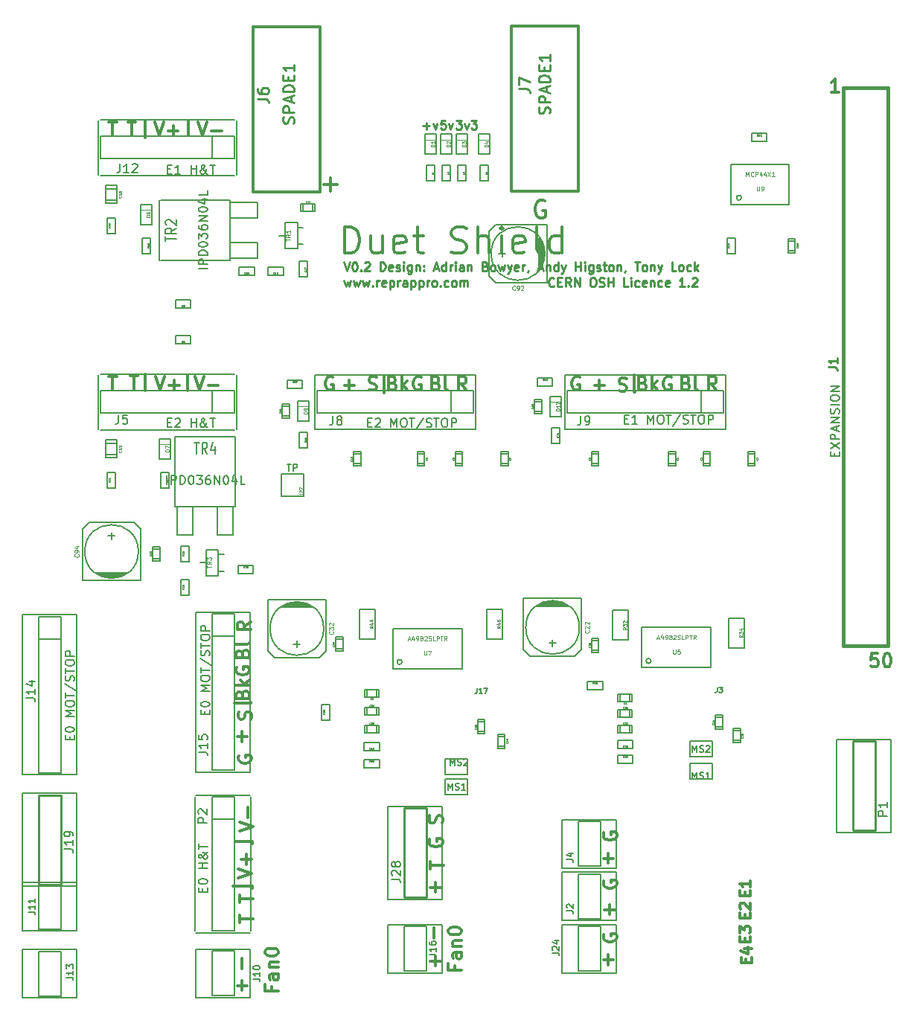
<source format=gto>
G04 (created by PCBNEW (2013-mar-13)-testing) date Wed 17 Dec 2014 16:17:39 GMT*
%MOIN*%
G04 Gerber Fmt 3.4, Leading zero omitted, Abs format*
%FSLAX34Y34*%
G01*
G70*
G90*
G04 APERTURE LIST*
%ADD10C,0.005906*%
%ADD11C,0.009843*%
%ADD12C,0.012000*%
%ADD13C,0.011811*%
%ADD14C,0.005000*%
%ADD15C,0.007900*%
%ADD16C,0.006000*%
%ADD17C,0.005900*%
%ADD18C,0.010000*%
%ADD19C,0.015000*%
%ADD20C,0.003900*%
%ADD21C,0.008000*%
%ADD22C,0.001975*%
%ADD23C,0.002000*%
%ADD24C,0.004700*%
%ADD25C,0.002400*%
%ADD26C,0.001600*%
G04 APERTURE END LIST*
G54D10*
G54D11*
X51031Y-20584D02*
X51275Y-20584D01*
X51143Y-20734D01*
X51200Y-20734D01*
X51237Y-20753D01*
X51256Y-20771D01*
X51275Y-20809D01*
X51275Y-20903D01*
X51256Y-20940D01*
X51237Y-20959D01*
X51200Y-20978D01*
X51087Y-20978D01*
X51050Y-20959D01*
X51031Y-20940D01*
X51406Y-20715D02*
X51500Y-20978D01*
X51593Y-20715D01*
X51706Y-20584D02*
X51949Y-20584D01*
X51818Y-20734D01*
X51874Y-20734D01*
X51912Y-20753D01*
X51931Y-20771D01*
X51949Y-20809D01*
X51949Y-20903D01*
X51931Y-20940D01*
X51912Y-20959D01*
X51874Y-20978D01*
X51762Y-20978D01*
X51724Y-20959D01*
X51706Y-20940D01*
X50543Y-20584D02*
X50356Y-20584D01*
X50337Y-20771D01*
X50356Y-20753D01*
X50393Y-20734D01*
X50487Y-20734D01*
X50525Y-20753D01*
X50543Y-20771D01*
X50562Y-20809D01*
X50562Y-20903D01*
X50543Y-20940D01*
X50525Y-20959D01*
X50487Y-20978D01*
X50393Y-20978D01*
X50356Y-20959D01*
X50337Y-20940D01*
X50693Y-20715D02*
X50787Y-20978D01*
X50881Y-20715D01*
X49550Y-20828D02*
X49850Y-20828D01*
X49700Y-20978D02*
X49700Y-20678D01*
X49999Y-20715D02*
X50093Y-20978D01*
X50187Y-20715D01*
G54D12*
X50042Y-57228D02*
X50042Y-56771D01*
X42757Y-59392D02*
X42757Y-59592D01*
X43071Y-59592D02*
X42471Y-59592D01*
X42471Y-59307D01*
X43071Y-58821D02*
X42757Y-58821D01*
X42700Y-58849D01*
X42671Y-58907D01*
X42671Y-59021D01*
X42700Y-59078D01*
X43042Y-58821D02*
X43071Y-58878D01*
X43071Y-59021D01*
X43042Y-59078D01*
X42985Y-59107D01*
X42928Y-59107D01*
X42871Y-59078D01*
X42842Y-59021D01*
X42842Y-58878D01*
X42814Y-58821D01*
X42671Y-58535D02*
X43071Y-58535D01*
X42728Y-58535D02*
X42700Y-58507D01*
X42671Y-58450D01*
X42671Y-58364D01*
X42700Y-58307D01*
X42757Y-58278D01*
X43071Y-58278D01*
X42471Y-57878D02*
X42471Y-57821D01*
X42500Y-57764D01*
X42528Y-57735D01*
X42585Y-57707D01*
X42700Y-57678D01*
X42842Y-57678D01*
X42957Y-57707D01*
X43014Y-57735D01*
X43042Y-57764D01*
X43071Y-57821D01*
X43071Y-57878D01*
X43042Y-57935D01*
X43014Y-57964D01*
X42957Y-57992D01*
X42842Y-58021D01*
X42700Y-58021D01*
X42585Y-57992D01*
X42528Y-57964D01*
X42500Y-57935D01*
X42471Y-57878D01*
X50957Y-58442D02*
X50957Y-58642D01*
X51271Y-58642D02*
X50671Y-58642D01*
X50671Y-58357D01*
X51271Y-57871D02*
X50957Y-57871D01*
X50900Y-57899D01*
X50871Y-57957D01*
X50871Y-58071D01*
X50900Y-58128D01*
X51242Y-57871D02*
X51271Y-57928D01*
X51271Y-58071D01*
X51242Y-58128D01*
X51185Y-58157D01*
X51128Y-58157D01*
X51071Y-58128D01*
X51042Y-58071D01*
X51042Y-57928D01*
X51014Y-57871D01*
X50871Y-57585D02*
X51271Y-57585D01*
X50928Y-57585D02*
X50900Y-57557D01*
X50871Y-57500D01*
X50871Y-57414D01*
X50900Y-57357D01*
X50957Y-57328D01*
X51271Y-57328D01*
X50671Y-56928D02*
X50671Y-56871D01*
X50700Y-56814D01*
X50728Y-56785D01*
X50785Y-56757D01*
X50900Y-56728D01*
X51042Y-56728D01*
X51157Y-56757D01*
X51214Y-56785D01*
X51242Y-56814D01*
X51271Y-56871D01*
X51271Y-56928D01*
X51242Y-56985D01*
X51214Y-57014D01*
X51157Y-57042D01*
X51042Y-57071D01*
X50900Y-57071D01*
X50785Y-57042D01*
X50728Y-57014D01*
X50700Y-56985D01*
X50671Y-56928D01*
G54D11*
X55416Y-27990D02*
X55397Y-28009D01*
X55341Y-28028D01*
X55303Y-28028D01*
X55247Y-28009D01*
X55209Y-27971D01*
X55191Y-27934D01*
X55172Y-27859D01*
X55172Y-27803D01*
X55191Y-27728D01*
X55209Y-27690D01*
X55247Y-27653D01*
X55303Y-27634D01*
X55341Y-27634D01*
X55397Y-27653D01*
X55416Y-27671D01*
X55584Y-27821D02*
X55715Y-27821D01*
X55772Y-28028D02*
X55584Y-28028D01*
X55584Y-27634D01*
X55772Y-27634D01*
X56165Y-28028D02*
X56034Y-27840D01*
X55940Y-28028D02*
X55940Y-27634D01*
X56090Y-27634D01*
X56128Y-27653D01*
X56147Y-27671D01*
X56165Y-27709D01*
X56165Y-27765D01*
X56147Y-27803D01*
X56128Y-27821D01*
X56090Y-27840D01*
X55940Y-27840D01*
X56334Y-28028D02*
X56334Y-27634D01*
X56559Y-28028D01*
X56559Y-27634D01*
X57122Y-27634D02*
X57197Y-27634D01*
X57234Y-27653D01*
X57272Y-27690D01*
X57290Y-27765D01*
X57290Y-27896D01*
X57272Y-27971D01*
X57234Y-28009D01*
X57197Y-28028D01*
X57122Y-28028D01*
X57084Y-28009D01*
X57047Y-27971D01*
X57028Y-27896D01*
X57028Y-27765D01*
X57047Y-27690D01*
X57084Y-27653D01*
X57122Y-27634D01*
X57440Y-28009D02*
X57497Y-28028D01*
X57590Y-28028D01*
X57628Y-28009D01*
X57646Y-27990D01*
X57665Y-27953D01*
X57665Y-27915D01*
X57646Y-27878D01*
X57628Y-27859D01*
X57590Y-27840D01*
X57515Y-27821D01*
X57478Y-27803D01*
X57459Y-27784D01*
X57440Y-27746D01*
X57440Y-27709D01*
X57459Y-27671D01*
X57478Y-27653D01*
X57515Y-27634D01*
X57609Y-27634D01*
X57665Y-27653D01*
X57834Y-28028D02*
X57834Y-27634D01*
X57834Y-27821D02*
X58059Y-27821D01*
X58059Y-28028D02*
X58059Y-27634D01*
X58734Y-28028D02*
X58546Y-28028D01*
X58546Y-27634D01*
X58865Y-28028D02*
X58865Y-27765D01*
X58865Y-27634D02*
X58846Y-27653D01*
X58865Y-27671D01*
X58884Y-27653D01*
X58865Y-27634D01*
X58865Y-27671D01*
X59221Y-28009D02*
X59184Y-28028D01*
X59109Y-28028D01*
X59071Y-28009D01*
X59053Y-27990D01*
X59034Y-27953D01*
X59034Y-27840D01*
X59053Y-27803D01*
X59071Y-27784D01*
X59109Y-27765D01*
X59184Y-27765D01*
X59221Y-27784D01*
X59540Y-28009D02*
X59503Y-28028D01*
X59428Y-28028D01*
X59390Y-28009D01*
X59371Y-27971D01*
X59371Y-27821D01*
X59390Y-27784D01*
X59428Y-27765D01*
X59503Y-27765D01*
X59540Y-27784D01*
X59559Y-27821D01*
X59559Y-27859D01*
X59371Y-27896D01*
X59727Y-27765D02*
X59727Y-28028D01*
X59727Y-27803D02*
X59746Y-27784D01*
X59784Y-27765D01*
X59840Y-27765D01*
X59877Y-27784D01*
X59896Y-27821D01*
X59896Y-28028D01*
X60252Y-28009D02*
X60215Y-28028D01*
X60140Y-28028D01*
X60102Y-28009D01*
X60084Y-27990D01*
X60065Y-27953D01*
X60065Y-27840D01*
X60084Y-27803D01*
X60102Y-27784D01*
X60140Y-27765D01*
X60215Y-27765D01*
X60252Y-27784D01*
X60571Y-28009D02*
X60534Y-28028D01*
X60459Y-28028D01*
X60421Y-28009D01*
X60402Y-27971D01*
X60402Y-27821D01*
X60421Y-27784D01*
X60459Y-27765D01*
X60534Y-27765D01*
X60571Y-27784D01*
X60590Y-27821D01*
X60590Y-27859D01*
X60402Y-27896D01*
X61265Y-28028D02*
X61040Y-28028D01*
X61152Y-28028D02*
X61152Y-27634D01*
X61115Y-27690D01*
X61077Y-27728D01*
X61040Y-27746D01*
X61434Y-27990D02*
X61452Y-28009D01*
X61434Y-28028D01*
X61415Y-28009D01*
X61434Y-27990D01*
X61434Y-28028D01*
X61602Y-27671D02*
X61621Y-27653D01*
X61658Y-27634D01*
X61752Y-27634D01*
X61790Y-27653D01*
X61808Y-27671D01*
X61827Y-27709D01*
X61827Y-27746D01*
X61808Y-27803D01*
X61583Y-28028D01*
X61827Y-28028D01*
X46015Y-27765D02*
X46090Y-28028D01*
X46165Y-27840D01*
X46240Y-28028D01*
X46315Y-27765D01*
X46428Y-27765D02*
X46503Y-28028D01*
X46578Y-27840D01*
X46653Y-28028D01*
X46728Y-27765D01*
X46840Y-27765D02*
X46915Y-28028D01*
X46990Y-27840D01*
X47065Y-28028D01*
X47140Y-27765D01*
X47290Y-27990D02*
X47309Y-28009D01*
X47290Y-28028D01*
X47272Y-28009D01*
X47290Y-27990D01*
X47290Y-28028D01*
X47478Y-28028D02*
X47478Y-27765D01*
X47478Y-27840D02*
X47497Y-27803D01*
X47515Y-27784D01*
X47553Y-27765D01*
X47590Y-27765D01*
X47871Y-28009D02*
X47834Y-28028D01*
X47759Y-28028D01*
X47722Y-28009D01*
X47703Y-27971D01*
X47703Y-27821D01*
X47722Y-27784D01*
X47759Y-27765D01*
X47834Y-27765D01*
X47871Y-27784D01*
X47890Y-27821D01*
X47890Y-27859D01*
X47703Y-27896D01*
X48059Y-27765D02*
X48059Y-28159D01*
X48059Y-27784D02*
X48096Y-27765D01*
X48171Y-27765D01*
X48209Y-27784D01*
X48228Y-27803D01*
X48246Y-27840D01*
X48246Y-27953D01*
X48228Y-27990D01*
X48209Y-28009D01*
X48171Y-28028D01*
X48096Y-28028D01*
X48059Y-28009D01*
X48415Y-28028D02*
X48415Y-27765D01*
X48415Y-27840D02*
X48434Y-27803D01*
X48453Y-27784D01*
X48490Y-27765D01*
X48528Y-27765D01*
X48828Y-28028D02*
X48828Y-27821D01*
X48809Y-27784D01*
X48771Y-27765D01*
X48696Y-27765D01*
X48659Y-27784D01*
X48828Y-28009D02*
X48790Y-28028D01*
X48696Y-28028D01*
X48659Y-28009D01*
X48640Y-27971D01*
X48640Y-27934D01*
X48659Y-27896D01*
X48696Y-27878D01*
X48790Y-27878D01*
X48828Y-27859D01*
X49015Y-27765D02*
X49015Y-28159D01*
X49015Y-27784D02*
X49053Y-27765D01*
X49128Y-27765D01*
X49165Y-27784D01*
X49184Y-27803D01*
X49203Y-27840D01*
X49203Y-27953D01*
X49184Y-27990D01*
X49165Y-28009D01*
X49128Y-28028D01*
X49053Y-28028D01*
X49015Y-28009D01*
X49371Y-27765D02*
X49371Y-28159D01*
X49371Y-27784D02*
X49409Y-27765D01*
X49484Y-27765D01*
X49521Y-27784D01*
X49540Y-27803D01*
X49559Y-27840D01*
X49559Y-27953D01*
X49540Y-27990D01*
X49521Y-28009D01*
X49484Y-28028D01*
X49409Y-28028D01*
X49371Y-28009D01*
X49728Y-28028D02*
X49728Y-27765D01*
X49728Y-27840D02*
X49746Y-27803D01*
X49765Y-27784D01*
X49802Y-27765D01*
X49840Y-27765D01*
X50027Y-28028D02*
X49990Y-28009D01*
X49971Y-27990D01*
X49952Y-27953D01*
X49952Y-27840D01*
X49971Y-27803D01*
X49990Y-27784D01*
X50027Y-27765D01*
X50084Y-27765D01*
X50121Y-27784D01*
X50140Y-27803D01*
X50159Y-27840D01*
X50159Y-27953D01*
X50140Y-27990D01*
X50121Y-28009D01*
X50084Y-28028D01*
X50027Y-28028D01*
X50327Y-27990D02*
X50346Y-28009D01*
X50327Y-28028D01*
X50309Y-28009D01*
X50327Y-27990D01*
X50327Y-28028D01*
X50684Y-28009D02*
X50646Y-28028D01*
X50571Y-28028D01*
X50534Y-28009D01*
X50515Y-27990D01*
X50496Y-27953D01*
X50496Y-27840D01*
X50515Y-27803D01*
X50534Y-27784D01*
X50571Y-27765D01*
X50646Y-27765D01*
X50684Y-27784D01*
X50909Y-28028D02*
X50871Y-28009D01*
X50852Y-27990D01*
X50834Y-27953D01*
X50834Y-27840D01*
X50852Y-27803D01*
X50871Y-27784D01*
X50909Y-27765D01*
X50965Y-27765D01*
X51002Y-27784D01*
X51021Y-27803D01*
X51040Y-27840D01*
X51040Y-27953D01*
X51021Y-27990D01*
X51002Y-28009D01*
X50965Y-28028D01*
X50909Y-28028D01*
X51209Y-28028D02*
X51209Y-27765D01*
X51209Y-27803D02*
X51227Y-27784D01*
X51265Y-27765D01*
X51321Y-27765D01*
X51359Y-27784D01*
X51377Y-27821D01*
X51377Y-28028D01*
X51377Y-27821D02*
X51396Y-27784D01*
X51434Y-27765D01*
X51490Y-27765D01*
X51527Y-27784D01*
X51546Y-27821D01*
X51546Y-28028D01*
X46000Y-26934D02*
X46132Y-27328D01*
X46263Y-26934D01*
X46469Y-26934D02*
X46507Y-26934D01*
X46544Y-26953D01*
X46563Y-26971D01*
X46582Y-27009D01*
X46600Y-27084D01*
X46600Y-27178D01*
X46582Y-27253D01*
X46563Y-27290D01*
X46544Y-27309D01*
X46507Y-27328D01*
X46469Y-27328D01*
X46432Y-27309D01*
X46413Y-27290D01*
X46394Y-27253D01*
X46375Y-27178D01*
X46375Y-27084D01*
X46394Y-27009D01*
X46413Y-26971D01*
X46432Y-26953D01*
X46469Y-26934D01*
X46769Y-27290D02*
X46788Y-27309D01*
X46769Y-27328D01*
X46750Y-27309D01*
X46769Y-27290D01*
X46769Y-27328D01*
X46938Y-26971D02*
X46957Y-26953D01*
X46994Y-26934D01*
X47088Y-26934D01*
X47125Y-26953D01*
X47144Y-26971D01*
X47163Y-27009D01*
X47163Y-27046D01*
X47144Y-27103D01*
X46919Y-27328D01*
X47163Y-27328D01*
X47632Y-27328D02*
X47632Y-26934D01*
X47725Y-26934D01*
X47782Y-26953D01*
X47819Y-26990D01*
X47838Y-27028D01*
X47857Y-27103D01*
X47857Y-27159D01*
X47838Y-27234D01*
X47819Y-27271D01*
X47782Y-27309D01*
X47725Y-27328D01*
X47632Y-27328D01*
X48175Y-27309D02*
X48138Y-27328D01*
X48063Y-27328D01*
X48025Y-27309D01*
X48006Y-27271D01*
X48006Y-27121D01*
X48025Y-27084D01*
X48063Y-27065D01*
X48138Y-27065D01*
X48175Y-27084D01*
X48194Y-27121D01*
X48194Y-27159D01*
X48006Y-27196D01*
X48344Y-27309D02*
X48381Y-27328D01*
X48456Y-27328D01*
X48494Y-27309D01*
X48513Y-27271D01*
X48513Y-27253D01*
X48494Y-27215D01*
X48456Y-27196D01*
X48400Y-27196D01*
X48363Y-27178D01*
X48344Y-27140D01*
X48344Y-27121D01*
X48363Y-27084D01*
X48400Y-27065D01*
X48456Y-27065D01*
X48494Y-27084D01*
X48681Y-27328D02*
X48681Y-27065D01*
X48681Y-26934D02*
X48663Y-26953D01*
X48681Y-26971D01*
X48700Y-26953D01*
X48681Y-26934D01*
X48681Y-26971D01*
X49038Y-27065D02*
X49038Y-27384D01*
X49019Y-27421D01*
X49000Y-27440D01*
X48963Y-27459D01*
X48906Y-27459D01*
X48869Y-27440D01*
X49038Y-27309D02*
X49000Y-27328D01*
X48925Y-27328D01*
X48888Y-27309D01*
X48869Y-27290D01*
X48850Y-27253D01*
X48850Y-27140D01*
X48869Y-27103D01*
X48888Y-27084D01*
X48925Y-27065D01*
X49000Y-27065D01*
X49038Y-27084D01*
X49225Y-27065D02*
X49225Y-27328D01*
X49225Y-27103D02*
X49244Y-27084D01*
X49281Y-27065D01*
X49338Y-27065D01*
X49375Y-27084D01*
X49394Y-27121D01*
X49394Y-27328D01*
X49581Y-27290D02*
X49600Y-27309D01*
X49581Y-27328D01*
X49563Y-27309D01*
X49581Y-27290D01*
X49581Y-27328D01*
X49581Y-27084D02*
X49600Y-27103D01*
X49581Y-27121D01*
X49563Y-27103D01*
X49581Y-27084D01*
X49581Y-27121D01*
X50050Y-27215D02*
X50237Y-27215D01*
X50012Y-27328D02*
X50144Y-26934D01*
X50275Y-27328D01*
X50575Y-27328D02*
X50575Y-26934D01*
X50575Y-27309D02*
X50537Y-27328D01*
X50462Y-27328D01*
X50425Y-27309D01*
X50406Y-27290D01*
X50387Y-27253D01*
X50387Y-27140D01*
X50406Y-27103D01*
X50425Y-27084D01*
X50462Y-27065D01*
X50537Y-27065D01*
X50575Y-27084D01*
X50762Y-27328D02*
X50762Y-27065D01*
X50762Y-27140D02*
X50781Y-27103D01*
X50800Y-27084D01*
X50837Y-27065D01*
X50875Y-27065D01*
X51006Y-27328D02*
X51006Y-27065D01*
X51006Y-26934D02*
X50987Y-26953D01*
X51006Y-26971D01*
X51025Y-26953D01*
X51006Y-26934D01*
X51006Y-26971D01*
X51362Y-27328D02*
X51362Y-27121D01*
X51344Y-27084D01*
X51306Y-27065D01*
X51231Y-27065D01*
X51194Y-27084D01*
X51362Y-27309D02*
X51325Y-27328D01*
X51231Y-27328D01*
X51194Y-27309D01*
X51175Y-27271D01*
X51175Y-27234D01*
X51194Y-27196D01*
X51231Y-27178D01*
X51325Y-27178D01*
X51362Y-27159D01*
X51550Y-27065D02*
X51550Y-27328D01*
X51550Y-27103D02*
X51569Y-27084D01*
X51606Y-27065D01*
X51662Y-27065D01*
X51700Y-27084D01*
X51719Y-27121D01*
X51719Y-27328D01*
X52337Y-27121D02*
X52393Y-27140D01*
X52412Y-27159D01*
X52431Y-27196D01*
X52431Y-27253D01*
X52412Y-27290D01*
X52393Y-27309D01*
X52356Y-27328D01*
X52206Y-27328D01*
X52206Y-26934D01*
X52337Y-26934D01*
X52375Y-26953D01*
X52393Y-26971D01*
X52412Y-27009D01*
X52412Y-27046D01*
X52393Y-27084D01*
X52375Y-27103D01*
X52337Y-27121D01*
X52206Y-27121D01*
X52656Y-27328D02*
X52618Y-27309D01*
X52600Y-27290D01*
X52581Y-27253D01*
X52581Y-27140D01*
X52600Y-27103D01*
X52618Y-27084D01*
X52656Y-27065D01*
X52712Y-27065D01*
X52750Y-27084D01*
X52768Y-27103D01*
X52787Y-27140D01*
X52787Y-27253D01*
X52768Y-27290D01*
X52750Y-27309D01*
X52712Y-27328D01*
X52656Y-27328D01*
X52918Y-27065D02*
X52993Y-27328D01*
X53068Y-27140D01*
X53143Y-27328D01*
X53218Y-27065D01*
X53331Y-27065D02*
X53425Y-27328D01*
X53518Y-27065D02*
X53425Y-27328D01*
X53387Y-27421D01*
X53368Y-27440D01*
X53331Y-27459D01*
X53818Y-27309D02*
X53781Y-27328D01*
X53706Y-27328D01*
X53668Y-27309D01*
X53650Y-27271D01*
X53650Y-27121D01*
X53668Y-27084D01*
X53706Y-27065D01*
X53781Y-27065D01*
X53818Y-27084D01*
X53837Y-27121D01*
X53837Y-27159D01*
X53650Y-27196D01*
X54006Y-27328D02*
X54006Y-27065D01*
X54006Y-27140D02*
X54024Y-27103D01*
X54043Y-27084D01*
X54081Y-27065D01*
X54118Y-27065D01*
X54268Y-27309D02*
X54268Y-27328D01*
X54249Y-27365D01*
X54231Y-27384D01*
X54718Y-27215D02*
X54906Y-27215D01*
X54681Y-27328D02*
X54812Y-26934D01*
X54943Y-27328D01*
X55074Y-27065D02*
X55074Y-27328D01*
X55074Y-27103D02*
X55093Y-27084D01*
X55131Y-27065D01*
X55187Y-27065D01*
X55224Y-27084D01*
X55243Y-27121D01*
X55243Y-27328D01*
X55599Y-27328D02*
X55599Y-26934D01*
X55599Y-27309D02*
X55562Y-27328D01*
X55487Y-27328D01*
X55449Y-27309D01*
X55431Y-27290D01*
X55412Y-27253D01*
X55412Y-27140D01*
X55431Y-27103D01*
X55449Y-27084D01*
X55487Y-27065D01*
X55562Y-27065D01*
X55599Y-27084D01*
X55749Y-27065D02*
X55843Y-27328D01*
X55937Y-27065D02*
X55843Y-27328D01*
X55806Y-27421D01*
X55787Y-27440D01*
X55749Y-27459D01*
X56387Y-27328D02*
X56387Y-26934D01*
X56387Y-27121D02*
X56612Y-27121D01*
X56612Y-27328D02*
X56612Y-26934D01*
X56799Y-27328D02*
X56799Y-27065D01*
X56799Y-26934D02*
X56780Y-26953D01*
X56799Y-26971D01*
X56818Y-26953D01*
X56799Y-26934D01*
X56799Y-26971D01*
X57155Y-27065D02*
X57155Y-27384D01*
X57137Y-27421D01*
X57118Y-27440D01*
X57080Y-27459D01*
X57024Y-27459D01*
X56987Y-27440D01*
X57155Y-27309D02*
X57118Y-27328D01*
X57043Y-27328D01*
X57005Y-27309D01*
X56987Y-27290D01*
X56968Y-27253D01*
X56968Y-27140D01*
X56987Y-27103D01*
X57005Y-27084D01*
X57043Y-27065D01*
X57118Y-27065D01*
X57155Y-27084D01*
X57324Y-27309D02*
X57362Y-27328D01*
X57437Y-27328D01*
X57474Y-27309D01*
X57493Y-27271D01*
X57493Y-27253D01*
X57474Y-27215D01*
X57437Y-27196D01*
X57380Y-27196D01*
X57343Y-27178D01*
X57324Y-27140D01*
X57324Y-27121D01*
X57343Y-27084D01*
X57380Y-27065D01*
X57437Y-27065D01*
X57474Y-27084D01*
X57605Y-27065D02*
X57755Y-27065D01*
X57662Y-26934D02*
X57662Y-27271D01*
X57680Y-27309D01*
X57718Y-27328D01*
X57755Y-27328D01*
X57943Y-27328D02*
X57905Y-27309D01*
X57887Y-27290D01*
X57868Y-27253D01*
X57868Y-27140D01*
X57887Y-27103D01*
X57905Y-27084D01*
X57943Y-27065D01*
X57999Y-27065D01*
X58036Y-27084D01*
X58055Y-27103D01*
X58074Y-27140D01*
X58074Y-27253D01*
X58055Y-27290D01*
X58036Y-27309D01*
X57999Y-27328D01*
X57943Y-27328D01*
X58243Y-27065D02*
X58243Y-27328D01*
X58243Y-27103D02*
X58261Y-27084D01*
X58299Y-27065D01*
X58355Y-27065D01*
X58393Y-27084D01*
X58411Y-27121D01*
X58411Y-27328D01*
X58618Y-27309D02*
X58618Y-27328D01*
X58599Y-27365D01*
X58580Y-27384D01*
X59030Y-26934D02*
X59255Y-26934D01*
X59143Y-27328D02*
X59143Y-26934D01*
X59443Y-27328D02*
X59405Y-27309D01*
X59386Y-27290D01*
X59368Y-27253D01*
X59368Y-27140D01*
X59386Y-27103D01*
X59405Y-27084D01*
X59443Y-27065D01*
X59499Y-27065D01*
X59536Y-27084D01*
X59555Y-27103D01*
X59574Y-27140D01*
X59574Y-27253D01*
X59555Y-27290D01*
X59536Y-27309D01*
X59499Y-27328D01*
X59443Y-27328D01*
X59743Y-27065D02*
X59743Y-27328D01*
X59743Y-27103D02*
X59761Y-27084D01*
X59799Y-27065D01*
X59855Y-27065D01*
X59893Y-27084D01*
X59911Y-27121D01*
X59911Y-27328D01*
X60061Y-27065D02*
X60155Y-27328D01*
X60249Y-27065D02*
X60155Y-27328D01*
X60117Y-27421D01*
X60099Y-27440D01*
X60061Y-27459D01*
X60886Y-27328D02*
X60699Y-27328D01*
X60699Y-26934D01*
X61074Y-27328D02*
X61036Y-27309D01*
X61017Y-27290D01*
X60999Y-27253D01*
X60999Y-27140D01*
X61017Y-27103D01*
X61036Y-27084D01*
X61074Y-27065D01*
X61130Y-27065D01*
X61167Y-27084D01*
X61186Y-27103D01*
X61205Y-27140D01*
X61205Y-27253D01*
X61186Y-27290D01*
X61167Y-27309D01*
X61130Y-27328D01*
X61074Y-27328D01*
X61542Y-27309D02*
X61505Y-27328D01*
X61430Y-27328D01*
X61392Y-27309D01*
X61374Y-27290D01*
X61355Y-27253D01*
X61355Y-27140D01*
X61374Y-27103D01*
X61392Y-27084D01*
X61430Y-27065D01*
X61505Y-27065D01*
X61542Y-27084D01*
X61711Y-27328D02*
X61711Y-26934D01*
X61749Y-27178D02*
X61861Y-27328D01*
X61861Y-27065D02*
X61711Y-27215D01*
G54D12*
X46034Y-26534D02*
X46034Y-25353D01*
X46316Y-25353D01*
X46484Y-25409D01*
X46597Y-25521D01*
X46653Y-25634D01*
X46709Y-25859D01*
X46709Y-26028D01*
X46653Y-26253D01*
X46597Y-26365D01*
X46484Y-26478D01*
X46316Y-26534D01*
X46034Y-26534D01*
X47722Y-25746D02*
X47722Y-26534D01*
X47216Y-25746D02*
X47216Y-26365D01*
X47272Y-26478D01*
X47384Y-26534D01*
X47553Y-26534D01*
X47666Y-26478D01*
X47722Y-26421D01*
X48734Y-26478D02*
X48622Y-26534D01*
X48397Y-26534D01*
X48284Y-26478D01*
X48228Y-26365D01*
X48228Y-25915D01*
X48284Y-25803D01*
X48397Y-25746D01*
X48622Y-25746D01*
X48734Y-25803D01*
X48790Y-25915D01*
X48790Y-26028D01*
X48228Y-26140D01*
X49128Y-25746D02*
X49578Y-25746D01*
X49297Y-25353D02*
X49297Y-26365D01*
X49353Y-26478D01*
X49465Y-26534D01*
X49578Y-26534D01*
X50815Y-26478D02*
X50984Y-26534D01*
X51265Y-26534D01*
X51378Y-26478D01*
X51434Y-26421D01*
X51490Y-26309D01*
X51490Y-26196D01*
X51434Y-26084D01*
X51378Y-26028D01*
X51265Y-25971D01*
X51040Y-25915D01*
X50928Y-25859D01*
X50871Y-25803D01*
X50815Y-25690D01*
X50815Y-25578D01*
X50871Y-25465D01*
X50928Y-25409D01*
X51040Y-25353D01*
X51321Y-25353D01*
X51490Y-25409D01*
X51996Y-26534D02*
X51996Y-25353D01*
X52502Y-26534D02*
X52502Y-25915D01*
X52446Y-25803D01*
X52334Y-25746D01*
X52165Y-25746D01*
X52052Y-25803D01*
X51996Y-25859D01*
X53065Y-26534D02*
X53065Y-25746D01*
X53065Y-25353D02*
X53009Y-25409D01*
X53065Y-25465D01*
X53121Y-25409D01*
X53065Y-25353D01*
X53065Y-25465D01*
X54077Y-26478D02*
X53965Y-26534D01*
X53740Y-26534D01*
X53627Y-26478D01*
X53571Y-26365D01*
X53571Y-25915D01*
X53627Y-25803D01*
X53740Y-25746D01*
X53965Y-25746D01*
X54077Y-25803D01*
X54133Y-25915D01*
X54133Y-26028D01*
X53571Y-26140D01*
X54808Y-26534D02*
X54696Y-26478D01*
X54640Y-26365D01*
X54640Y-25353D01*
X55765Y-26534D02*
X55765Y-25353D01*
X55765Y-26478D02*
X55652Y-26534D01*
X55427Y-26534D01*
X55315Y-26478D01*
X55258Y-26421D01*
X55202Y-26309D01*
X55202Y-25971D01*
X55258Y-25859D01*
X55315Y-25803D01*
X55427Y-25746D01*
X55652Y-25746D01*
X55765Y-25803D01*
X62685Y-32671D02*
X62485Y-32385D01*
X62342Y-32671D02*
X62342Y-32071D01*
X62571Y-32071D01*
X62628Y-32100D01*
X62657Y-32128D01*
X62685Y-32185D01*
X62685Y-32271D01*
X62657Y-32328D01*
X62628Y-32357D01*
X62571Y-32385D01*
X62342Y-32385D01*
X61335Y-32357D02*
X61421Y-32385D01*
X61450Y-32414D01*
X61478Y-32471D01*
X61478Y-32557D01*
X61450Y-32614D01*
X61421Y-32642D01*
X61364Y-32671D01*
X61135Y-32671D01*
X61135Y-32071D01*
X61335Y-32071D01*
X61392Y-32100D01*
X61421Y-32128D01*
X61450Y-32185D01*
X61450Y-32242D01*
X61421Y-32300D01*
X61392Y-32328D01*
X61335Y-32357D01*
X61135Y-32357D01*
X61821Y-32671D02*
X61764Y-32642D01*
X61735Y-32585D01*
X61735Y-32071D01*
X60657Y-32100D02*
X60600Y-32071D01*
X60514Y-32071D01*
X60428Y-32100D01*
X60371Y-32157D01*
X60342Y-32214D01*
X60314Y-32328D01*
X60314Y-32414D01*
X60342Y-32528D01*
X60371Y-32585D01*
X60428Y-32642D01*
X60514Y-32671D01*
X60571Y-32671D01*
X60657Y-32642D01*
X60685Y-32614D01*
X60685Y-32414D01*
X60571Y-32414D01*
X59400Y-32357D02*
X59485Y-32385D01*
X59514Y-32414D01*
X59542Y-32471D01*
X59542Y-32557D01*
X59514Y-32614D01*
X59485Y-32642D01*
X59428Y-32671D01*
X59200Y-32671D01*
X59200Y-32071D01*
X59400Y-32071D01*
X59457Y-32100D01*
X59485Y-32128D01*
X59514Y-32185D01*
X59514Y-32242D01*
X59485Y-32300D01*
X59457Y-32328D01*
X59400Y-32357D01*
X59200Y-32357D01*
X59800Y-32671D02*
X59800Y-32071D01*
X59857Y-32442D02*
X60028Y-32671D01*
X60028Y-32271D02*
X59800Y-32500D01*
X51485Y-32671D02*
X51285Y-32385D01*
X51142Y-32671D02*
X51142Y-32071D01*
X51371Y-32071D01*
X51428Y-32100D01*
X51457Y-32128D01*
X51485Y-32185D01*
X51485Y-32271D01*
X51457Y-32328D01*
X51428Y-32357D01*
X51371Y-32385D01*
X51142Y-32385D01*
X50135Y-32357D02*
X50221Y-32385D01*
X50250Y-32414D01*
X50278Y-32471D01*
X50278Y-32557D01*
X50250Y-32614D01*
X50221Y-32642D01*
X50164Y-32671D01*
X49935Y-32671D01*
X49935Y-32071D01*
X50135Y-32071D01*
X50192Y-32100D01*
X50221Y-32128D01*
X50250Y-32185D01*
X50250Y-32242D01*
X50221Y-32300D01*
X50192Y-32328D01*
X50135Y-32357D01*
X49935Y-32357D01*
X50621Y-32671D02*
X50564Y-32642D01*
X50535Y-32585D01*
X50535Y-32071D01*
X49457Y-32100D02*
X49400Y-32071D01*
X49314Y-32071D01*
X49228Y-32100D01*
X49171Y-32157D01*
X49142Y-32214D01*
X49114Y-32328D01*
X49114Y-32414D01*
X49142Y-32528D01*
X49171Y-32585D01*
X49228Y-32642D01*
X49314Y-32671D01*
X49371Y-32671D01*
X49457Y-32642D01*
X49485Y-32614D01*
X49485Y-32414D01*
X49371Y-32414D01*
X48200Y-32357D02*
X48285Y-32385D01*
X48314Y-32414D01*
X48342Y-32471D01*
X48342Y-32557D01*
X48314Y-32614D01*
X48285Y-32642D01*
X48228Y-32671D01*
X48000Y-32671D01*
X48000Y-32071D01*
X48200Y-32071D01*
X48257Y-32100D01*
X48285Y-32128D01*
X48314Y-32185D01*
X48314Y-32242D01*
X48285Y-32300D01*
X48257Y-32328D01*
X48200Y-32357D01*
X48000Y-32357D01*
X48600Y-32671D02*
X48600Y-32071D01*
X48657Y-32442D02*
X48828Y-32671D01*
X48828Y-32271D02*
X48600Y-32500D01*
X41821Y-43064D02*
X41535Y-43264D01*
X41821Y-43407D02*
X41221Y-43407D01*
X41221Y-43178D01*
X41250Y-43121D01*
X41278Y-43092D01*
X41335Y-43064D01*
X41421Y-43064D01*
X41478Y-43092D01*
X41507Y-43121D01*
X41535Y-43178D01*
X41535Y-43407D01*
X41457Y-44464D02*
X41485Y-44378D01*
X41514Y-44350D01*
X41571Y-44321D01*
X41657Y-44321D01*
X41714Y-44350D01*
X41742Y-44378D01*
X41771Y-44435D01*
X41771Y-44664D01*
X41171Y-44664D01*
X41171Y-44464D01*
X41200Y-44407D01*
X41228Y-44378D01*
X41285Y-44350D01*
X41342Y-44350D01*
X41400Y-44378D01*
X41428Y-44407D01*
X41457Y-44464D01*
X41457Y-44664D01*
X41771Y-43978D02*
X41742Y-44035D01*
X41685Y-44064D01*
X41171Y-44064D01*
X41200Y-45092D02*
X41171Y-45150D01*
X41171Y-45235D01*
X41200Y-45321D01*
X41257Y-45378D01*
X41314Y-45407D01*
X41428Y-45435D01*
X41514Y-45435D01*
X41628Y-45407D01*
X41685Y-45378D01*
X41742Y-45321D01*
X41771Y-45235D01*
X41771Y-45178D01*
X41742Y-45092D01*
X41714Y-45064D01*
X41514Y-45064D01*
X41514Y-45178D01*
X41457Y-46300D02*
X41485Y-46214D01*
X41514Y-46185D01*
X41571Y-46157D01*
X41657Y-46157D01*
X41714Y-46185D01*
X41742Y-46214D01*
X41771Y-46271D01*
X41771Y-46500D01*
X41171Y-46500D01*
X41171Y-46300D01*
X41200Y-46242D01*
X41228Y-46214D01*
X41285Y-46185D01*
X41342Y-46185D01*
X41400Y-46214D01*
X41428Y-46242D01*
X41457Y-46300D01*
X41457Y-46500D01*
X41771Y-45900D02*
X41171Y-45900D01*
X41542Y-45842D02*
X41771Y-45671D01*
X41371Y-45671D02*
X41600Y-45900D01*
X57671Y-55942D02*
X58128Y-55942D01*
X57900Y-56171D02*
X57900Y-55714D01*
X57621Y-53642D02*
X58078Y-53642D01*
X57850Y-53871D02*
X57850Y-53414D01*
X57650Y-54642D02*
X57621Y-54700D01*
X57621Y-54785D01*
X57650Y-54871D01*
X57707Y-54928D01*
X57764Y-54957D01*
X57878Y-54985D01*
X57964Y-54985D01*
X58078Y-54957D01*
X58135Y-54928D01*
X58192Y-54871D01*
X58221Y-54785D01*
X58221Y-54728D01*
X58192Y-54642D01*
X58164Y-54614D01*
X57964Y-54614D01*
X57964Y-54728D01*
X57650Y-52492D02*
X57621Y-52550D01*
X57621Y-52635D01*
X57650Y-52721D01*
X57707Y-52778D01*
X57764Y-52807D01*
X57878Y-52835D01*
X57964Y-52835D01*
X58078Y-52807D01*
X58135Y-52778D01*
X58192Y-52721D01*
X58221Y-52635D01*
X58221Y-52578D01*
X58192Y-52492D01*
X58164Y-52464D01*
X57964Y-52464D01*
X57964Y-52578D01*
X45100Y-23456D02*
X45699Y-23456D01*
X45400Y-23756D02*
X45400Y-23156D01*
X55006Y-24206D02*
X54931Y-24168D01*
X54818Y-24168D01*
X54706Y-24206D01*
X54631Y-24281D01*
X54593Y-24356D01*
X54556Y-24506D01*
X54556Y-24618D01*
X54593Y-24768D01*
X54631Y-24843D01*
X54706Y-24918D01*
X54818Y-24956D01*
X54893Y-24956D01*
X55006Y-24918D01*
X55043Y-24881D01*
X55043Y-24618D01*
X54893Y-24618D01*
G54D13*
X64016Y-58326D02*
X64016Y-58168D01*
X64263Y-58101D02*
X64263Y-58326D01*
X63791Y-58326D01*
X63791Y-58101D01*
X63948Y-57696D02*
X64263Y-57696D01*
X63768Y-57808D02*
X64106Y-57921D01*
X64106Y-57628D01*
X63966Y-57376D02*
X63966Y-57218D01*
X64213Y-57151D02*
X64213Y-57376D01*
X63741Y-57376D01*
X63741Y-57151D01*
X63741Y-56993D02*
X63741Y-56701D01*
X63921Y-56858D01*
X63921Y-56791D01*
X63943Y-56746D01*
X63966Y-56723D01*
X64011Y-56701D01*
X64123Y-56701D01*
X64168Y-56723D01*
X64191Y-56746D01*
X64213Y-56791D01*
X64213Y-56926D01*
X64191Y-56971D01*
X64168Y-56993D01*
X63966Y-56326D02*
X63966Y-56168D01*
X64213Y-56101D02*
X64213Y-56326D01*
X63741Y-56326D01*
X63741Y-56101D01*
X63786Y-55921D02*
X63763Y-55898D01*
X63741Y-55853D01*
X63741Y-55741D01*
X63763Y-55696D01*
X63786Y-55673D01*
X63831Y-55651D01*
X63876Y-55651D01*
X63943Y-55673D01*
X64213Y-55943D01*
X64213Y-55651D01*
X63966Y-55326D02*
X63966Y-55168D01*
X64213Y-55101D02*
X64213Y-55326D01*
X63741Y-55326D01*
X63741Y-55101D01*
X64213Y-54651D02*
X64213Y-54921D01*
X64213Y-54786D02*
X63741Y-54786D01*
X63808Y-54831D01*
X63853Y-54876D01*
X63876Y-54921D01*
G54D12*
X50392Y-52071D02*
X50421Y-51985D01*
X50421Y-51842D01*
X50392Y-51785D01*
X50364Y-51757D01*
X50307Y-51728D01*
X50250Y-51728D01*
X50192Y-51757D01*
X50164Y-51785D01*
X50135Y-51842D01*
X50107Y-51957D01*
X50078Y-52014D01*
X50050Y-52042D01*
X49992Y-52071D01*
X49935Y-52071D01*
X49878Y-52042D01*
X49850Y-52014D01*
X49821Y-51957D01*
X49821Y-51814D01*
X49850Y-51728D01*
X49871Y-54121D02*
X49871Y-53778D01*
X50471Y-53950D02*
X49871Y-53950D01*
X49871Y-54942D02*
X50328Y-54942D01*
X50100Y-55171D02*
X50100Y-54714D01*
X49850Y-52792D02*
X49821Y-52850D01*
X49821Y-52935D01*
X49850Y-53021D01*
X49907Y-53078D01*
X49964Y-53107D01*
X50078Y-53135D01*
X50164Y-53135D01*
X50278Y-53107D01*
X50335Y-53078D01*
X50392Y-53021D01*
X50421Y-52935D01*
X50421Y-52878D01*
X50392Y-52792D01*
X50364Y-52764D01*
X50164Y-52764D01*
X50164Y-52878D01*
X57621Y-58192D02*
X58078Y-58192D01*
X57850Y-58421D02*
X57850Y-57964D01*
X57650Y-57042D02*
X57621Y-57100D01*
X57621Y-57185D01*
X57650Y-57271D01*
X57707Y-57328D01*
X57764Y-57357D01*
X57878Y-57385D01*
X57964Y-57385D01*
X58078Y-57357D01*
X58135Y-57328D01*
X58192Y-57271D01*
X58221Y-57185D01*
X58221Y-57128D01*
X58192Y-57042D01*
X58164Y-57014D01*
X57964Y-57014D01*
X57964Y-57128D01*
X49871Y-58242D02*
X50328Y-58242D01*
X50100Y-58471D02*
X50100Y-58014D01*
X41442Y-58578D02*
X41442Y-58121D01*
X41221Y-59342D02*
X41678Y-59342D01*
X41450Y-59571D02*
X41450Y-59114D01*
X41842Y-47421D02*
X41871Y-47335D01*
X41871Y-47192D01*
X41842Y-47135D01*
X41814Y-47107D01*
X41757Y-47078D01*
X41700Y-47078D01*
X41642Y-47107D01*
X41614Y-47135D01*
X41585Y-47192D01*
X41557Y-47307D01*
X41528Y-47364D01*
X41500Y-47392D01*
X41442Y-47421D01*
X41385Y-47421D01*
X41328Y-47392D01*
X41300Y-47364D01*
X41271Y-47307D01*
X41271Y-47164D01*
X41300Y-47078D01*
X41221Y-48192D02*
X41678Y-48192D01*
X41450Y-48421D02*
X41450Y-47964D01*
X41300Y-49042D02*
X41271Y-49100D01*
X41271Y-49185D01*
X41300Y-49271D01*
X41357Y-49328D01*
X41414Y-49357D01*
X41528Y-49385D01*
X41614Y-49385D01*
X41728Y-49357D01*
X41785Y-49328D01*
X41842Y-49271D01*
X41871Y-49185D01*
X41871Y-49128D01*
X41842Y-49042D01*
X41814Y-49014D01*
X41614Y-49014D01*
X41614Y-49128D01*
X41321Y-55621D02*
X41321Y-55278D01*
X41921Y-55450D02*
X41321Y-55450D01*
X41321Y-56521D02*
X41321Y-56178D01*
X41921Y-56350D02*
X41321Y-56350D01*
X41321Y-52421D02*
X41921Y-52221D01*
X41321Y-52021D01*
X41692Y-51821D02*
X41692Y-51364D01*
X41271Y-54521D02*
X41871Y-54321D01*
X41271Y-54121D01*
X41642Y-53921D02*
X41642Y-53464D01*
X41871Y-53692D02*
X41414Y-53692D01*
X41900Y-52900D02*
X41900Y-53000D01*
X41150Y-52900D02*
X41900Y-52900D01*
X41900Y-54900D02*
X41900Y-55000D01*
X41050Y-54900D02*
X41900Y-54900D01*
X41850Y-46700D02*
X41850Y-46650D01*
X41100Y-46700D02*
X41850Y-46700D01*
X39000Y-32000D02*
X39000Y-32700D01*
X37100Y-31950D02*
X37100Y-32700D01*
X59000Y-32750D02*
X59050Y-32750D01*
X59000Y-32000D02*
X59000Y-32750D01*
X47800Y-32050D02*
X47800Y-32800D01*
X39050Y-20600D02*
X39050Y-21250D01*
X37100Y-20600D02*
X37100Y-21350D01*
X58328Y-32692D02*
X58414Y-32721D01*
X58557Y-32721D01*
X58614Y-32692D01*
X58642Y-32664D01*
X58671Y-32607D01*
X58671Y-32550D01*
X58642Y-32492D01*
X58614Y-32464D01*
X58557Y-32435D01*
X58442Y-32407D01*
X58385Y-32378D01*
X58357Y-32350D01*
X58328Y-32292D01*
X58328Y-32235D01*
X58357Y-32178D01*
X58385Y-32150D01*
X58442Y-32121D01*
X58585Y-32121D01*
X58671Y-32150D01*
X57221Y-32442D02*
X57678Y-32442D01*
X57450Y-32671D02*
X57450Y-32214D01*
X56557Y-32100D02*
X56500Y-32071D01*
X56414Y-32071D01*
X56328Y-32100D01*
X56271Y-32157D01*
X56242Y-32214D01*
X56214Y-32328D01*
X56214Y-32414D01*
X56242Y-32528D01*
X56271Y-32585D01*
X56328Y-32642D01*
X56414Y-32671D01*
X56471Y-32671D01*
X56557Y-32642D01*
X56585Y-32614D01*
X56585Y-32414D01*
X56471Y-32414D01*
X47128Y-32642D02*
X47214Y-32671D01*
X47357Y-32671D01*
X47414Y-32642D01*
X47442Y-32614D01*
X47471Y-32557D01*
X47471Y-32500D01*
X47442Y-32442D01*
X47414Y-32414D01*
X47357Y-32385D01*
X47242Y-32357D01*
X47185Y-32328D01*
X47157Y-32300D01*
X47128Y-32242D01*
X47128Y-32185D01*
X47157Y-32128D01*
X47185Y-32100D01*
X47242Y-32071D01*
X47385Y-32071D01*
X47471Y-32100D01*
X45507Y-32100D02*
X45450Y-32071D01*
X45364Y-32071D01*
X45278Y-32100D01*
X45221Y-32157D01*
X45192Y-32214D01*
X45164Y-32328D01*
X45164Y-32414D01*
X45192Y-32528D01*
X45221Y-32585D01*
X45278Y-32642D01*
X45364Y-32671D01*
X45421Y-32671D01*
X45507Y-32642D01*
X45535Y-32614D01*
X45535Y-32414D01*
X45421Y-32414D01*
X46021Y-32442D02*
X46478Y-32442D01*
X46250Y-32671D02*
X46250Y-32214D01*
X36428Y-32021D02*
X36771Y-32021D01*
X36600Y-32621D02*
X36600Y-32021D01*
X35478Y-32071D02*
X35821Y-32071D01*
X35650Y-32671D02*
X35650Y-32071D01*
X36328Y-20671D02*
X36671Y-20671D01*
X36500Y-21271D02*
X36500Y-20671D01*
X35478Y-20671D02*
X35821Y-20671D01*
X35650Y-21271D02*
X35650Y-20671D01*
X39328Y-32071D02*
X39528Y-32671D01*
X39728Y-32071D01*
X39928Y-32442D02*
X40385Y-32442D01*
X37578Y-32071D02*
X37778Y-32671D01*
X37978Y-32071D01*
X38178Y-32442D02*
X38635Y-32442D01*
X38407Y-32671D02*
X38407Y-32214D01*
X39478Y-20671D02*
X39678Y-21271D01*
X39878Y-20671D01*
X40078Y-21042D02*
X40535Y-21042D01*
X37528Y-20671D02*
X37728Y-21271D01*
X37928Y-20671D01*
X38128Y-21042D02*
X38585Y-21042D01*
X38357Y-21271D02*
X38357Y-20814D01*
X69907Y-44471D02*
X69621Y-44471D01*
X69592Y-44757D01*
X69621Y-44728D01*
X69678Y-44700D01*
X69821Y-44700D01*
X69878Y-44728D01*
X69907Y-44757D01*
X69935Y-44814D01*
X69935Y-44957D01*
X69907Y-45014D01*
X69878Y-45042D01*
X69821Y-45071D01*
X69678Y-45071D01*
X69621Y-45042D01*
X69592Y-45014D01*
X70307Y-44471D02*
X70364Y-44471D01*
X70421Y-44500D01*
X70450Y-44528D01*
X70478Y-44585D01*
X70507Y-44700D01*
X70507Y-44842D01*
X70478Y-44957D01*
X70450Y-45014D01*
X70421Y-45042D01*
X70364Y-45071D01*
X70307Y-45071D01*
X70250Y-45042D01*
X70221Y-45014D01*
X70192Y-44957D01*
X70164Y-44842D01*
X70164Y-44700D01*
X70192Y-44585D01*
X70221Y-44528D01*
X70250Y-44500D01*
X70307Y-44471D01*
X68171Y-19321D02*
X67828Y-19321D01*
X68000Y-19321D02*
X68000Y-18721D01*
X67942Y-18807D01*
X67885Y-18864D01*
X67828Y-18892D01*
G54D14*
X40900Y-24950D02*
X42150Y-24950D01*
X42150Y-24950D02*
X42150Y-24250D01*
X42150Y-24250D02*
X40900Y-24250D01*
X40900Y-26750D02*
X42150Y-26750D01*
X42150Y-26750D02*
X42150Y-26050D01*
X42150Y-26050D02*
X40900Y-26050D01*
X38500Y-24150D02*
X40900Y-24150D01*
X40900Y-24150D02*
X40900Y-26850D01*
X40900Y-26850D02*
X37800Y-26850D01*
X37750Y-26850D02*
X37750Y-24150D01*
X37800Y-24150D02*
X38500Y-24150D01*
X65950Y-22550D02*
X63350Y-22550D01*
X63350Y-22550D02*
X63350Y-24350D01*
X63350Y-24350D02*
X65950Y-24350D01*
X65950Y-24350D02*
X65950Y-22550D01*
X63811Y-24050D02*
G75*
G03X63811Y-24050I-111J0D01*
G74*
G01*
X43212Y-36420D02*
X44208Y-36420D01*
X43212Y-37424D02*
X44196Y-37424D01*
X43212Y-37423D02*
X43212Y-36423D01*
X44208Y-36424D02*
X44208Y-37424D01*
X40375Y-40025D02*
X40635Y-40025D01*
X40375Y-40775D02*
X40635Y-40775D01*
X39825Y-40400D02*
X39565Y-40400D01*
X39825Y-40990D02*
X39825Y-39810D01*
X39825Y-39810D02*
X40375Y-39810D01*
X40375Y-39810D02*
X40375Y-40990D01*
X40375Y-40990D02*
X39825Y-40990D01*
X43925Y-25375D02*
X44185Y-25375D01*
X43925Y-26125D02*
X44185Y-26125D01*
X43375Y-25750D02*
X43115Y-25750D01*
X43375Y-26340D02*
X43375Y-25160D01*
X43375Y-25160D02*
X43925Y-25160D01*
X43925Y-25160D02*
X43925Y-26340D01*
X43925Y-26340D02*
X43375Y-26340D01*
X50550Y-49900D02*
X51550Y-49900D01*
X51550Y-49200D02*
X50550Y-49200D01*
X51550Y-49200D02*
X51550Y-49900D01*
X50550Y-49900D02*
X50550Y-49200D01*
X62500Y-48400D02*
X61500Y-48400D01*
X61500Y-49100D02*
X62500Y-49100D01*
X61500Y-49100D02*
X61500Y-48400D01*
X62500Y-48400D02*
X62500Y-49100D01*
X62500Y-49400D02*
X61500Y-49400D01*
X61500Y-50100D02*
X62500Y-50100D01*
X61500Y-50100D02*
X61500Y-49400D01*
X62500Y-49400D02*
X62500Y-50100D01*
X50550Y-50800D02*
X51550Y-50800D01*
X51550Y-50100D02*
X50550Y-50100D01*
X51550Y-50100D02*
X51550Y-50800D01*
X50550Y-50800D02*
X50550Y-50100D01*
G54D15*
X53104Y-42481D02*
X53104Y-43819D01*
X53104Y-43819D02*
X52396Y-43819D01*
X52396Y-43819D02*
X52396Y-42481D01*
X52396Y-42481D02*
X53104Y-42481D01*
X47404Y-42481D02*
X47404Y-43819D01*
X47404Y-43819D02*
X46696Y-43819D01*
X46696Y-43819D02*
X46696Y-42481D01*
X46696Y-42481D02*
X47404Y-42481D01*
X63954Y-42881D02*
X63954Y-44219D01*
X63954Y-44219D02*
X63246Y-44219D01*
X63246Y-44219D02*
X63246Y-42881D01*
X63246Y-42881D02*
X63954Y-42881D01*
X58754Y-42531D02*
X58754Y-43869D01*
X58754Y-43869D02*
X58046Y-43869D01*
X58046Y-43869D02*
X58046Y-42531D01*
X58046Y-42531D02*
X58754Y-42531D01*
X54656Y-32113D02*
X55344Y-32113D01*
X55344Y-32113D02*
X55344Y-32487D01*
X55344Y-32487D02*
X54656Y-32487D01*
X54656Y-32487D02*
X54656Y-32113D01*
X47594Y-48837D02*
X46906Y-48837D01*
X46906Y-48837D02*
X46906Y-48463D01*
X46906Y-48463D02*
X47594Y-48463D01*
X47594Y-48463D02*
X47594Y-48837D01*
X43456Y-32213D02*
X44144Y-32213D01*
X44144Y-32213D02*
X44144Y-32587D01*
X44144Y-32587D02*
X43456Y-32587D01*
X43456Y-32587D02*
X43456Y-32213D01*
X64256Y-21163D02*
X64944Y-21163D01*
X64944Y-21163D02*
X64944Y-21537D01*
X64944Y-21537D02*
X64256Y-21537D01*
X64256Y-21537D02*
X64256Y-21163D01*
X41994Y-27537D02*
X41306Y-27537D01*
X41306Y-27537D02*
X41306Y-27163D01*
X41306Y-27163D02*
X41994Y-27163D01*
X41994Y-27163D02*
X41994Y-27537D01*
X35413Y-25644D02*
X35413Y-24956D01*
X35413Y-24956D02*
X35787Y-24956D01*
X35787Y-24956D02*
X35787Y-25644D01*
X35787Y-25644D02*
X35413Y-25644D01*
X35413Y-37044D02*
X35413Y-36356D01*
X35413Y-36356D02*
X35787Y-36356D01*
X35787Y-36356D02*
X35787Y-37044D01*
X35787Y-37044D02*
X35413Y-37044D01*
X37337Y-25856D02*
X37337Y-26544D01*
X37337Y-26544D02*
X36963Y-26544D01*
X36963Y-26544D02*
X36963Y-25856D01*
X36963Y-25856D02*
X37337Y-25856D01*
X38187Y-36356D02*
X38187Y-37044D01*
X38187Y-37044D02*
X37813Y-37044D01*
X37813Y-37044D02*
X37813Y-36356D01*
X37813Y-36356D02*
X38187Y-36356D01*
X38713Y-41844D02*
X38713Y-41156D01*
X38713Y-41156D02*
X39087Y-41156D01*
X39087Y-41156D02*
X39087Y-41844D01*
X39087Y-41844D02*
X38713Y-41844D01*
X44387Y-26906D02*
X44387Y-27594D01*
X44387Y-27594D02*
X44013Y-27594D01*
X44013Y-27594D02*
X44013Y-26906D01*
X44013Y-26906D02*
X44387Y-26906D01*
X41256Y-40513D02*
X41944Y-40513D01*
X41944Y-40513D02*
X41944Y-40887D01*
X41944Y-40887D02*
X41256Y-40887D01*
X41256Y-40887D02*
X41256Y-40513D01*
X38713Y-40344D02*
X38713Y-39656D01*
X38713Y-39656D02*
X39087Y-39656D01*
X39087Y-39656D02*
X39087Y-40344D01*
X39087Y-40344D02*
X38713Y-40344D01*
X58944Y-48737D02*
X58256Y-48737D01*
X58256Y-48737D02*
X58256Y-48363D01*
X58256Y-48363D02*
X58944Y-48363D01*
X58944Y-48363D02*
X58944Y-48737D01*
X58256Y-49013D02*
X58944Y-49013D01*
X58944Y-49013D02*
X58944Y-49387D01*
X58944Y-49387D02*
X58256Y-49387D01*
X58256Y-49387D02*
X58256Y-49013D01*
X56906Y-45713D02*
X57594Y-45713D01*
X57594Y-45713D02*
X57594Y-46087D01*
X57594Y-46087D02*
X56906Y-46087D01*
X56906Y-46087D02*
X56906Y-45713D01*
X45013Y-47444D02*
X45013Y-46756D01*
X45013Y-46756D02*
X45387Y-46756D01*
X45387Y-46756D02*
X45387Y-47444D01*
X45387Y-47444D02*
X45013Y-47444D01*
X46906Y-49213D02*
X47594Y-49213D01*
X47594Y-49213D02*
X47594Y-49587D01*
X47594Y-49587D02*
X46906Y-49587D01*
X46906Y-49587D02*
X46906Y-49213D01*
X43294Y-27537D02*
X42606Y-27537D01*
X42606Y-27537D02*
X42606Y-27163D01*
X42606Y-27163D02*
X43294Y-27163D01*
X43294Y-27163D02*
X43294Y-27537D01*
X44387Y-34556D02*
X44387Y-35244D01*
X44387Y-35244D02*
X44013Y-35244D01*
X44013Y-35244D02*
X44013Y-34556D01*
X44013Y-34556D02*
X44387Y-34556D01*
X55687Y-34356D02*
X55687Y-35044D01*
X55687Y-35044D02*
X55313Y-35044D01*
X55313Y-35044D02*
X55313Y-34356D01*
X55313Y-34356D02*
X55687Y-34356D01*
X63163Y-26544D02*
X63163Y-25856D01*
X63163Y-25856D02*
X63537Y-25856D01*
X63537Y-25856D02*
X63537Y-26544D01*
X63537Y-26544D02*
X63163Y-26544D01*
G54D16*
X41820Y-42609D02*
X41820Y-49791D01*
X41820Y-49791D02*
X39380Y-49791D01*
G54D17*
X39380Y-49791D02*
X39380Y-42609D01*
X39380Y-42609D02*
X41820Y-42609D01*
G54D16*
X41100Y-43700D02*
X40100Y-43700D01*
X41100Y-42700D02*
X41100Y-49700D01*
X41100Y-49700D02*
X40100Y-49700D01*
X40100Y-49700D02*
X40100Y-42700D01*
X40100Y-42700D02*
X41100Y-42700D01*
X34049Y-42722D02*
X34049Y-49904D01*
X34049Y-49904D02*
X31609Y-49904D01*
G54D17*
X31609Y-49904D02*
X31609Y-42722D01*
X31609Y-42722D02*
X34049Y-42722D01*
G54D16*
X33329Y-43813D02*
X32329Y-43813D01*
X33329Y-42813D02*
X33329Y-49813D01*
X33329Y-49813D02*
X32329Y-49813D01*
X32329Y-49813D02*
X32329Y-42813D01*
X32329Y-42813D02*
X33329Y-42813D01*
X63091Y-34420D02*
X55909Y-34420D01*
X55909Y-34420D02*
X55909Y-31980D01*
G54D17*
X55909Y-31980D02*
X63091Y-31980D01*
X63091Y-31980D02*
X63091Y-34420D01*
G54D16*
X62000Y-33700D02*
X62000Y-32700D01*
X63000Y-33700D02*
X56000Y-33700D01*
X56000Y-33700D02*
X56000Y-32700D01*
X56000Y-32700D02*
X63000Y-32700D01*
X63000Y-32700D02*
X63000Y-33700D01*
X51891Y-34420D02*
X44709Y-34420D01*
X44709Y-34420D02*
X44709Y-31980D01*
G54D17*
X44709Y-31980D02*
X51891Y-31980D01*
X51891Y-31980D02*
X51891Y-34420D01*
G54D16*
X50800Y-33700D02*
X50800Y-32700D01*
X51800Y-33700D02*
X44800Y-33700D01*
X44800Y-33700D02*
X44800Y-32700D01*
X44800Y-32700D02*
X51800Y-32700D01*
X51800Y-32700D02*
X51800Y-33700D01*
G54D14*
X41100Y-20550D02*
X35100Y-20550D01*
X41100Y-21300D02*
X35100Y-21300D01*
X41100Y-22300D02*
X35100Y-22300D01*
X41100Y-23050D02*
X35100Y-23050D01*
G54D16*
X35009Y-23020D02*
X35009Y-20580D01*
G54D17*
X41191Y-20580D02*
X41191Y-23020D01*
G54D16*
X40100Y-22300D02*
X40100Y-21300D01*
X35100Y-22300D02*
X35100Y-21300D01*
X41100Y-21300D02*
X41100Y-22300D01*
G54D17*
X68080Y-52491D02*
X68080Y-48309D01*
X68080Y-48309D02*
X70520Y-48309D01*
X70520Y-48309D02*
X70520Y-52491D01*
X70520Y-52491D02*
X68080Y-52491D01*
G54D18*
X69800Y-48400D02*
X69800Y-52400D01*
X68800Y-48400D02*
X68800Y-52400D01*
X68800Y-52400D02*
X69800Y-52400D01*
X69800Y-48400D02*
X68800Y-48400D01*
G54D17*
X50420Y-51309D02*
X50420Y-55491D01*
X50420Y-55491D02*
X47980Y-55491D01*
X47980Y-55491D02*
X47980Y-51309D01*
X47980Y-51309D02*
X50420Y-51309D01*
G54D18*
X48700Y-55400D02*
X48700Y-51400D01*
X49700Y-55400D02*
X49700Y-51400D01*
X49700Y-51400D02*
X48700Y-51400D01*
X48700Y-55400D02*
X49700Y-55400D01*
G54D17*
X34049Y-57722D02*
X34049Y-59904D01*
X34049Y-59904D02*
X31609Y-59904D01*
X31609Y-59904D02*
X31609Y-57722D01*
X31609Y-57722D02*
X34049Y-57722D01*
G54D16*
X32329Y-57813D02*
X33329Y-57813D01*
X33329Y-57813D02*
X33329Y-59813D01*
X33329Y-59813D02*
X32329Y-59813D01*
X32329Y-59813D02*
X32329Y-57813D01*
G54D17*
X58220Y-56609D02*
X58220Y-58791D01*
X58220Y-58791D02*
X55780Y-58791D01*
X55780Y-58791D02*
X55780Y-56609D01*
X55780Y-56609D02*
X58220Y-56609D01*
G54D16*
X56500Y-56700D02*
X57500Y-56700D01*
X57500Y-56700D02*
X57500Y-58700D01*
X57500Y-58700D02*
X56500Y-58700D01*
X56500Y-58700D02*
X56500Y-56700D01*
G54D17*
X58220Y-54259D02*
X58220Y-56441D01*
X58220Y-56441D02*
X55780Y-56441D01*
X55780Y-56441D02*
X55780Y-54259D01*
X55780Y-54259D02*
X58220Y-54259D01*
G54D16*
X56500Y-54350D02*
X57500Y-54350D01*
X57500Y-54350D02*
X57500Y-56350D01*
X57500Y-56350D02*
X56500Y-56350D01*
X56500Y-56350D02*
X56500Y-54350D01*
G54D17*
X58220Y-51909D02*
X58220Y-54091D01*
X58220Y-54091D02*
X55780Y-54091D01*
X55780Y-54091D02*
X55780Y-51909D01*
X55780Y-51909D02*
X58220Y-51909D01*
G54D16*
X56500Y-52000D02*
X57500Y-52000D01*
X57500Y-52000D02*
X57500Y-54000D01*
X57500Y-54000D02*
X56500Y-54000D01*
X56500Y-54000D02*
X56500Y-52000D01*
G54D19*
X68374Y-19139D02*
X70374Y-19139D01*
X70374Y-19139D02*
X70374Y-44139D01*
X70374Y-44139D02*
X68374Y-44139D01*
X68374Y-44139D02*
X68374Y-19139D01*
G54D20*
X38236Y-35103D02*
X37764Y-35103D01*
G54D14*
X38250Y-34850D02*
X38250Y-35750D01*
X38250Y-35750D02*
X37750Y-35750D01*
X37750Y-35750D02*
X37750Y-34850D01*
X37750Y-34850D02*
X38250Y-34850D01*
G54D20*
X37386Y-24603D02*
X36914Y-24603D01*
G54D14*
X37400Y-24350D02*
X37400Y-25250D01*
X37400Y-25250D02*
X36900Y-25250D01*
X36900Y-25250D02*
X36900Y-24350D01*
X36900Y-24350D02*
X37400Y-24350D01*
G54D20*
X44436Y-33403D02*
X43964Y-33403D01*
G54D14*
X44450Y-33150D02*
X44450Y-34050D01*
X44450Y-34050D02*
X43950Y-34050D01*
X43950Y-34050D02*
X43950Y-33150D01*
X43950Y-33150D02*
X44450Y-33150D01*
G54D20*
X55736Y-33203D02*
X55264Y-33203D01*
G54D14*
X55750Y-32950D02*
X55750Y-33850D01*
X55750Y-33850D02*
X55250Y-33850D01*
X55250Y-33850D02*
X55250Y-32950D01*
X55250Y-32950D02*
X55750Y-32950D01*
X40350Y-37900D02*
X40350Y-39150D01*
X40350Y-39150D02*
X41050Y-39150D01*
X41050Y-39150D02*
X41050Y-37900D01*
X38550Y-37900D02*
X38550Y-39150D01*
X38550Y-39150D02*
X39250Y-39150D01*
X39250Y-39150D02*
X39250Y-37900D01*
X41150Y-35500D02*
X41150Y-37900D01*
X41150Y-37900D02*
X38450Y-37900D01*
X38450Y-37900D02*
X38450Y-34800D01*
X38450Y-34750D02*
X41150Y-34750D01*
X41150Y-34800D02*
X41150Y-35500D01*
X54950Y-26850D02*
X54950Y-26250D01*
X54900Y-26100D02*
X54900Y-27000D01*
X54850Y-27100D02*
X54850Y-26000D01*
X54800Y-25900D02*
X54800Y-27200D01*
X54750Y-27250D02*
X54750Y-25850D01*
X55000Y-26550D02*
G75*
G03X55000Y-26550I-1200J0D01*
G74*
G01*
X55100Y-27850D02*
X55100Y-25250D01*
X55100Y-25250D02*
X52800Y-25250D01*
X52800Y-25250D02*
X52500Y-25550D01*
X52500Y-25550D02*
X52500Y-27550D01*
X52500Y-27550D02*
X52800Y-27850D01*
X52800Y-27850D02*
X55100Y-27850D01*
X52950Y-26550D02*
X53250Y-26550D01*
X53100Y-26700D02*
X53100Y-26400D01*
X44200Y-42200D02*
X43600Y-42200D01*
X43450Y-42250D02*
X44350Y-42250D01*
X44450Y-42300D02*
X43350Y-42300D01*
X43250Y-42350D02*
X44550Y-42350D01*
X44600Y-42400D02*
X43200Y-42400D01*
X45100Y-43350D02*
G75*
G03X45100Y-43350I-1200J0D01*
G74*
G01*
X45200Y-42050D02*
X42600Y-42050D01*
X42600Y-42050D02*
X42600Y-44350D01*
X42600Y-44350D02*
X42900Y-44650D01*
X42900Y-44650D02*
X44900Y-44650D01*
X44900Y-44650D02*
X45200Y-44350D01*
X45200Y-44350D02*
X45200Y-42050D01*
X43900Y-44200D02*
X43900Y-43900D01*
X44050Y-44050D02*
X43750Y-44050D01*
X55650Y-42150D02*
X55050Y-42150D01*
X54900Y-42200D02*
X55800Y-42200D01*
X55900Y-42250D02*
X54800Y-42250D01*
X54700Y-42300D02*
X56000Y-42300D01*
X56050Y-42350D02*
X54650Y-42350D01*
X56550Y-43300D02*
G75*
G03X56550Y-43300I-1200J0D01*
G74*
G01*
X56650Y-42000D02*
X54050Y-42000D01*
X54050Y-42000D02*
X54050Y-44300D01*
X54050Y-44300D02*
X54350Y-44600D01*
X54350Y-44600D02*
X56350Y-44600D01*
X56350Y-44600D02*
X56650Y-44300D01*
X56650Y-44300D02*
X56650Y-42000D01*
X55350Y-44150D02*
X55350Y-43850D01*
X55500Y-44000D02*
X55200Y-44000D01*
X35300Y-41050D02*
X35900Y-41050D01*
X36050Y-41000D02*
X35150Y-41000D01*
X35050Y-40950D02*
X36150Y-40950D01*
X36250Y-40900D02*
X34950Y-40900D01*
X34900Y-40850D02*
X36300Y-40850D01*
X36800Y-39900D02*
G75*
G03X36800Y-39900I-1200J0D01*
G74*
G01*
X34300Y-41200D02*
X36900Y-41200D01*
X36900Y-41200D02*
X36900Y-38900D01*
X36900Y-38900D02*
X36600Y-38600D01*
X36600Y-38600D02*
X34600Y-38600D01*
X34600Y-38600D02*
X34300Y-38900D01*
X34300Y-38900D02*
X34300Y-41200D01*
X35600Y-39050D02*
X35600Y-39350D01*
X35450Y-39200D02*
X35750Y-39200D01*
X35850Y-24150D02*
X35350Y-24150D01*
X35850Y-23650D02*
X35360Y-23650D01*
X35850Y-23500D02*
X35850Y-24300D01*
X35850Y-24300D02*
X35350Y-24300D01*
X35350Y-24300D02*
X35350Y-23500D01*
X35350Y-23500D02*
X35850Y-23500D01*
X35850Y-35550D02*
X35350Y-35550D01*
X35850Y-35050D02*
X35360Y-35050D01*
X35850Y-34900D02*
X35850Y-35700D01*
X35850Y-35700D02*
X35350Y-35700D01*
X35350Y-35700D02*
X35350Y-34900D01*
X35350Y-34900D02*
X35850Y-34900D01*
X45960Y-43830D02*
X45640Y-43830D01*
X45650Y-44270D02*
X45960Y-44270D01*
X45640Y-44370D02*
X45640Y-43730D01*
X45640Y-43730D02*
X45960Y-43730D01*
X45960Y-43730D02*
X45960Y-44370D01*
X45960Y-44370D02*
X45640Y-44370D01*
X57410Y-43880D02*
X57090Y-43880D01*
X57100Y-44320D02*
X57410Y-44320D01*
X57090Y-44420D02*
X57090Y-43780D01*
X57090Y-43780D02*
X57410Y-43780D01*
X57410Y-43780D02*
X57410Y-44420D01*
X57410Y-44420D02*
X57090Y-44420D01*
X52310Y-47530D02*
X51990Y-47530D01*
X52000Y-47970D02*
X52310Y-47970D01*
X51990Y-48070D02*
X51990Y-47430D01*
X51990Y-47430D02*
X52310Y-47430D01*
X52310Y-47430D02*
X52310Y-48070D01*
X52310Y-48070D02*
X51990Y-48070D01*
X62960Y-47330D02*
X62640Y-47330D01*
X62650Y-47770D02*
X62960Y-47770D01*
X62640Y-47870D02*
X62640Y-47230D01*
X62640Y-47230D02*
X62960Y-47230D01*
X62960Y-47230D02*
X62960Y-47870D01*
X62960Y-47870D02*
X62640Y-47870D01*
X54860Y-33180D02*
X54540Y-33180D01*
X54550Y-33620D02*
X54860Y-33620D01*
X54540Y-33720D02*
X54540Y-33080D01*
X54540Y-33080D02*
X54860Y-33080D01*
X54860Y-33080D02*
X54860Y-33720D01*
X54860Y-33720D02*
X54540Y-33720D01*
X43560Y-33380D02*
X43240Y-33380D01*
X43250Y-33820D02*
X43560Y-33820D01*
X43240Y-33920D02*
X43240Y-33280D01*
X43240Y-33280D02*
X43560Y-33280D01*
X43560Y-33280D02*
X43560Y-33920D01*
X43560Y-33920D02*
X43240Y-33920D01*
X65890Y-26420D02*
X66210Y-26420D01*
X66200Y-25980D02*
X65890Y-25980D01*
X66210Y-25880D02*
X66210Y-26520D01*
X66210Y-26520D02*
X65890Y-26520D01*
X65890Y-26520D02*
X65890Y-25880D01*
X65890Y-25880D02*
X66210Y-25880D01*
X52890Y-48620D02*
X53210Y-48620D01*
X53200Y-48180D02*
X52890Y-48180D01*
X53210Y-48080D02*
X53210Y-48720D01*
X53210Y-48720D02*
X52890Y-48720D01*
X52890Y-48720D02*
X52890Y-48080D01*
X52890Y-48080D02*
X53210Y-48080D01*
X58820Y-48010D02*
X58820Y-47690D01*
X58380Y-47700D02*
X58380Y-48010D01*
X58280Y-47690D02*
X58920Y-47690D01*
X58920Y-47690D02*
X58920Y-48010D01*
X58920Y-48010D02*
X58280Y-48010D01*
X58280Y-48010D02*
X58280Y-47690D01*
X58820Y-47310D02*
X58820Y-46990D01*
X58380Y-47000D02*
X58380Y-47310D01*
X58280Y-46990D02*
X58920Y-46990D01*
X58920Y-46990D02*
X58920Y-47310D01*
X58920Y-47310D02*
X58280Y-47310D01*
X58280Y-47310D02*
X58280Y-46990D01*
X63440Y-48370D02*
X63760Y-48370D01*
X63750Y-47930D02*
X63440Y-47930D01*
X63760Y-47830D02*
X63760Y-48470D01*
X63760Y-48470D02*
X63440Y-48470D01*
X63440Y-48470D02*
X63440Y-47830D01*
X63440Y-47830D02*
X63760Y-47830D01*
X47470Y-47210D02*
X47470Y-46890D01*
X47030Y-46900D02*
X47030Y-47210D01*
X46930Y-46890D02*
X47570Y-46890D01*
X47570Y-46890D02*
X47570Y-47210D01*
X47570Y-47210D02*
X46930Y-47210D01*
X46930Y-47210D02*
X46930Y-46890D01*
X47470Y-48010D02*
X47470Y-47690D01*
X47030Y-47700D02*
X47030Y-48010D01*
X46930Y-47690D02*
X47570Y-47690D01*
X47570Y-47690D02*
X47570Y-48010D01*
X47570Y-48010D02*
X46930Y-48010D01*
X46930Y-48010D02*
X46930Y-47690D01*
G54D17*
X34049Y-50722D02*
X34049Y-54904D01*
X34049Y-54904D02*
X31609Y-54904D01*
X31609Y-54904D02*
X31609Y-50722D01*
X31609Y-50722D02*
X34049Y-50722D01*
G54D18*
X32329Y-54813D02*
X32329Y-50813D01*
X33329Y-54813D02*
X33329Y-50813D01*
X33329Y-50813D02*
X32329Y-50813D01*
X32329Y-54813D02*
X33329Y-54813D01*
G54D17*
X31609Y-56904D02*
X31609Y-54722D01*
X31609Y-54722D02*
X34049Y-54722D01*
X34049Y-54722D02*
X34049Y-56904D01*
X34049Y-56904D02*
X31609Y-56904D01*
G54D16*
X33329Y-56813D02*
X32329Y-56813D01*
X32329Y-56813D02*
X32329Y-54813D01*
X32329Y-54813D02*
X33329Y-54813D01*
X33329Y-54813D02*
X33329Y-56813D01*
G54D14*
X41100Y-31950D02*
X35100Y-31950D01*
X41100Y-32700D02*
X35100Y-32700D01*
X41100Y-33700D02*
X35100Y-33700D01*
X41100Y-34450D02*
X35100Y-34450D01*
G54D16*
X35009Y-34420D02*
X35009Y-31980D01*
G54D17*
X41191Y-31980D02*
X41191Y-34420D01*
G54D16*
X40100Y-33700D02*
X40100Y-32700D01*
X35100Y-33700D02*
X35100Y-32700D01*
X41100Y-32700D02*
X41100Y-33700D01*
G54D14*
X39350Y-50900D02*
X39350Y-56900D01*
X40100Y-50900D02*
X40100Y-56900D01*
X41100Y-50900D02*
X41100Y-56900D01*
X41850Y-50900D02*
X41850Y-56900D01*
G54D16*
X41820Y-56991D02*
X39380Y-56991D01*
G54D17*
X39380Y-50809D02*
X41820Y-50809D01*
G54D16*
X41100Y-51900D02*
X40100Y-51900D01*
X41100Y-56900D02*
X40100Y-56900D01*
X40100Y-50900D02*
X41100Y-50900D01*
G54D17*
X41820Y-57709D02*
X41820Y-59891D01*
X41820Y-59891D02*
X39380Y-59891D01*
X39380Y-59891D02*
X39380Y-57709D01*
X39380Y-57709D02*
X41820Y-57709D01*
G54D16*
X40100Y-57800D02*
X41100Y-57800D01*
X41100Y-57800D02*
X41100Y-59800D01*
X41100Y-59800D02*
X40100Y-59800D01*
X40100Y-59800D02*
X40100Y-57800D01*
G54D12*
X44950Y-16400D02*
X41950Y-16400D01*
X41950Y-16400D02*
X41950Y-23800D01*
X41950Y-23800D02*
X44950Y-23800D01*
X44950Y-23800D02*
X44950Y-16400D01*
X56500Y-16350D02*
X53500Y-16350D01*
X53500Y-16350D02*
X53500Y-23750D01*
X53500Y-23750D02*
X56500Y-23750D01*
X56500Y-23750D02*
X56500Y-16350D01*
G54D14*
X57410Y-35530D02*
X57090Y-35530D01*
X57100Y-35970D02*
X57410Y-35970D01*
X57090Y-36070D02*
X57090Y-35430D01*
X57090Y-35430D02*
X57410Y-35430D01*
X57410Y-35430D02*
X57410Y-36070D01*
X57410Y-36070D02*
X57090Y-36070D01*
X60540Y-35970D02*
X60860Y-35970D01*
X60850Y-35530D02*
X60540Y-35530D01*
X60860Y-35430D02*
X60860Y-36070D01*
X60860Y-36070D02*
X60540Y-36070D01*
X60540Y-36070D02*
X60540Y-35430D01*
X60540Y-35430D02*
X60860Y-35430D01*
X62410Y-35530D02*
X62090Y-35530D01*
X62100Y-35970D02*
X62410Y-35970D01*
X62090Y-36070D02*
X62090Y-35430D01*
X62090Y-35430D02*
X62410Y-35430D01*
X62410Y-35430D02*
X62410Y-36070D01*
X62410Y-36070D02*
X62090Y-36070D01*
X64090Y-35970D02*
X64410Y-35970D01*
X64400Y-35530D02*
X64090Y-35530D01*
X64410Y-35430D02*
X64410Y-36070D01*
X64410Y-36070D02*
X64090Y-36070D01*
X64090Y-36070D02*
X64090Y-35430D01*
X64090Y-35430D02*
X64410Y-35430D01*
X46760Y-35530D02*
X46440Y-35530D01*
X46450Y-35970D02*
X46760Y-35970D01*
X46440Y-36070D02*
X46440Y-35430D01*
X46440Y-35430D02*
X46760Y-35430D01*
X46760Y-35430D02*
X46760Y-36070D01*
X46760Y-36070D02*
X46440Y-36070D01*
X49290Y-35970D02*
X49610Y-35970D01*
X49600Y-35530D02*
X49290Y-35530D01*
X49610Y-35430D02*
X49610Y-36070D01*
X49610Y-36070D02*
X49290Y-36070D01*
X49290Y-36070D02*
X49290Y-35430D01*
X49290Y-35430D02*
X49610Y-35430D01*
X51310Y-35530D02*
X50990Y-35530D01*
X51000Y-35970D02*
X51310Y-35970D01*
X50990Y-36070D02*
X50990Y-35430D01*
X50990Y-35430D02*
X51310Y-35430D01*
X51310Y-35430D02*
X51310Y-36070D01*
X51310Y-36070D02*
X50990Y-36070D01*
X53040Y-35970D02*
X53360Y-35970D01*
X53350Y-35530D02*
X53040Y-35530D01*
X53360Y-35430D02*
X53360Y-36070D01*
X53360Y-36070D02*
X53040Y-36070D01*
X53040Y-36070D02*
X53040Y-35430D01*
X53040Y-35430D02*
X53360Y-35430D01*
X47030Y-46090D02*
X47030Y-46410D01*
X47470Y-46400D02*
X47470Y-46090D01*
X47570Y-46410D02*
X46930Y-46410D01*
X46930Y-46410D02*
X46930Y-46090D01*
X46930Y-46090D02*
X47570Y-46090D01*
X47570Y-46090D02*
X47570Y-46410D01*
X58380Y-46290D02*
X58380Y-46610D01*
X58820Y-46600D02*
X58820Y-46290D01*
X58920Y-46610D02*
X58280Y-46610D01*
X58280Y-46610D02*
X58280Y-46290D01*
X58280Y-46290D02*
X58920Y-46290D01*
X58920Y-46290D02*
X58920Y-46610D01*
X37760Y-39780D02*
X37440Y-39780D01*
X37450Y-40220D02*
X37760Y-40220D01*
X37440Y-40320D02*
X37440Y-39680D01*
X37440Y-39680D02*
X37760Y-39680D01*
X37760Y-39680D02*
X37760Y-40320D01*
X37760Y-40320D02*
X37440Y-40320D01*
X44620Y-24660D02*
X44620Y-24340D01*
X44180Y-24350D02*
X44180Y-24660D01*
X44080Y-24340D02*
X44720Y-24340D01*
X44720Y-24340D02*
X44720Y-24660D01*
X44720Y-24660D02*
X44080Y-24660D01*
X44080Y-24660D02*
X44080Y-24340D01*
X51300Y-43350D02*
X48200Y-43350D01*
X48200Y-43350D02*
X48200Y-45150D01*
X48200Y-45150D02*
X51300Y-45150D01*
X51300Y-45150D02*
X51300Y-43350D01*
X48611Y-44850D02*
G75*
G03X48611Y-44850I-111J0D01*
G74*
G01*
X62450Y-43300D02*
X59350Y-43300D01*
X59350Y-43300D02*
X59350Y-45100D01*
X59350Y-45100D02*
X62450Y-45100D01*
X62450Y-45100D02*
X62450Y-43300D01*
X59761Y-44800D02*
G75*
G03X59761Y-44800I-111J0D01*
G74*
G01*
G54D17*
X50420Y-56609D02*
X50420Y-58791D01*
X50420Y-58791D02*
X47980Y-58791D01*
X47980Y-58791D02*
X47980Y-56609D01*
X47980Y-56609D02*
X50420Y-56609D01*
G54D16*
X48700Y-56700D02*
X49700Y-56700D01*
X49700Y-56700D02*
X49700Y-58700D01*
X49700Y-58700D02*
X48700Y-58700D01*
X48700Y-58700D02*
X48700Y-56700D01*
G54D20*
X50136Y-21453D02*
X49664Y-21453D01*
G54D14*
X50150Y-21200D02*
X50150Y-22100D01*
X50150Y-22100D02*
X49650Y-22100D01*
X49650Y-22100D02*
X49650Y-21200D01*
X49650Y-21200D02*
X50150Y-21200D01*
G54D20*
X50836Y-21453D02*
X50364Y-21453D01*
G54D14*
X50850Y-21200D02*
X50850Y-22100D01*
X50850Y-22100D02*
X50350Y-22100D01*
X50350Y-22100D02*
X50350Y-21200D01*
X50350Y-21200D02*
X50850Y-21200D01*
G54D20*
X51536Y-21453D02*
X51064Y-21453D01*
G54D14*
X51550Y-21200D02*
X51550Y-22100D01*
X51550Y-22100D02*
X51050Y-22100D01*
X51050Y-22100D02*
X51050Y-21200D01*
X51050Y-21200D02*
X51550Y-21200D01*
G54D20*
X52536Y-21453D02*
X52064Y-21453D01*
G54D14*
X52550Y-21200D02*
X52550Y-22100D01*
X52550Y-22100D02*
X52050Y-22100D01*
X52050Y-22100D02*
X52050Y-21200D01*
X52050Y-21200D02*
X52550Y-21200D01*
G54D15*
X50087Y-22606D02*
X50087Y-23294D01*
X50087Y-23294D02*
X49713Y-23294D01*
X49713Y-23294D02*
X49713Y-22606D01*
X49713Y-22606D02*
X50087Y-22606D01*
X50787Y-22606D02*
X50787Y-23294D01*
X50787Y-23294D02*
X50413Y-23294D01*
X50413Y-23294D02*
X50413Y-22606D01*
X50413Y-22606D02*
X50787Y-22606D01*
X51487Y-22606D02*
X51487Y-23294D01*
X51487Y-23294D02*
X51113Y-23294D01*
X51113Y-23294D02*
X51113Y-22606D01*
X51113Y-22606D02*
X51487Y-22606D01*
X52487Y-22606D02*
X52487Y-23294D01*
X52487Y-23294D02*
X52113Y-23294D01*
X52113Y-23294D02*
X52113Y-22606D01*
X52113Y-22606D02*
X52487Y-22606D01*
X39144Y-28987D02*
X38456Y-28987D01*
X38456Y-28987D02*
X38456Y-28613D01*
X38456Y-28613D02*
X39144Y-28613D01*
X39144Y-28613D02*
X39144Y-28987D01*
X39144Y-30587D02*
X38456Y-30587D01*
X38456Y-30587D02*
X38456Y-30213D01*
X38456Y-30213D02*
X39144Y-30213D01*
X39144Y-30213D02*
X39144Y-30587D01*
G54D21*
X38017Y-26004D02*
X38017Y-25776D01*
X38517Y-25890D02*
X38017Y-25890D01*
X38517Y-25414D02*
X38279Y-25547D01*
X38517Y-25642D02*
X38017Y-25642D01*
X38017Y-25490D01*
X38041Y-25452D01*
X38064Y-25433D01*
X38112Y-25414D01*
X38183Y-25414D01*
X38231Y-25433D01*
X38255Y-25452D01*
X38279Y-25490D01*
X38279Y-25642D01*
X38064Y-25261D02*
X38041Y-25242D01*
X38017Y-25204D01*
X38017Y-25109D01*
X38041Y-25071D01*
X38064Y-25052D01*
X38112Y-25033D01*
X38160Y-25033D01*
X38231Y-25052D01*
X38517Y-25280D01*
X38517Y-25033D01*
X39889Y-27223D02*
X39489Y-27223D01*
X39889Y-27033D02*
X39489Y-27033D01*
X39489Y-26880D01*
X39509Y-26842D01*
X39528Y-26823D01*
X39566Y-26804D01*
X39623Y-26804D01*
X39661Y-26823D01*
X39680Y-26842D01*
X39699Y-26880D01*
X39699Y-27033D01*
X39889Y-26633D02*
X39489Y-26633D01*
X39489Y-26538D01*
X39509Y-26480D01*
X39547Y-26442D01*
X39585Y-26423D01*
X39661Y-26404D01*
X39718Y-26404D01*
X39794Y-26423D01*
X39832Y-26442D01*
X39870Y-26480D01*
X39889Y-26538D01*
X39889Y-26633D01*
X39489Y-26157D02*
X39489Y-26119D01*
X39509Y-26080D01*
X39528Y-26061D01*
X39566Y-26042D01*
X39642Y-26023D01*
X39737Y-26023D01*
X39813Y-26042D01*
X39851Y-26061D01*
X39870Y-26080D01*
X39889Y-26119D01*
X39889Y-26157D01*
X39870Y-26195D01*
X39851Y-26214D01*
X39813Y-26233D01*
X39737Y-26252D01*
X39642Y-26252D01*
X39566Y-26233D01*
X39528Y-26214D01*
X39509Y-26195D01*
X39489Y-26157D01*
X39489Y-25890D02*
X39489Y-25642D01*
X39642Y-25776D01*
X39642Y-25719D01*
X39661Y-25680D01*
X39680Y-25661D01*
X39718Y-25642D01*
X39813Y-25642D01*
X39851Y-25661D01*
X39870Y-25680D01*
X39889Y-25719D01*
X39889Y-25833D01*
X39870Y-25871D01*
X39851Y-25890D01*
X39489Y-25300D02*
X39489Y-25376D01*
X39509Y-25414D01*
X39528Y-25433D01*
X39585Y-25471D01*
X39661Y-25490D01*
X39813Y-25490D01*
X39851Y-25471D01*
X39870Y-25452D01*
X39889Y-25414D01*
X39889Y-25338D01*
X39870Y-25300D01*
X39851Y-25280D01*
X39813Y-25261D01*
X39718Y-25261D01*
X39680Y-25280D01*
X39661Y-25300D01*
X39642Y-25338D01*
X39642Y-25414D01*
X39661Y-25452D01*
X39680Y-25471D01*
X39718Y-25490D01*
X39889Y-25090D02*
X39489Y-25090D01*
X39889Y-24861D01*
X39489Y-24861D01*
X39489Y-24595D02*
X39489Y-24557D01*
X39509Y-24519D01*
X39528Y-24500D01*
X39566Y-24480D01*
X39642Y-24461D01*
X39737Y-24461D01*
X39813Y-24480D01*
X39851Y-24500D01*
X39870Y-24519D01*
X39889Y-24557D01*
X39889Y-24595D01*
X39870Y-24633D01*
X39851Y-24652D01*
X39813Y-24671D01*
X39737Y-24690D01*
X39642Y-24690D01*
X39566Y-24671D01*
X39528Y-24652D01*
X39509Y-24633D01*
X39489Y-24595D01*
X39623Y-24119D02*
X39889Y-24119D01*
X39470Y-24214D02*
X39756Y-24309D01*
X39756Y-24061D01*
X39889Y-23719D02*
X39889Y-23909D01*
X39489Y-23909D01*
G54D17*
X51958Y-46020D02*
X51958Y-46189D01*
X51947Y-46223D01*
X51925Y-46245D01*
X51891Y-46256D01*
X51869Y-46256D01*
X52194Y-46256D02*
X52060Y-46256D01*
X52127Y-46256D02*
X52127Y-46020D01*
X52105Y-46054D01*
X52082Y-46076D01*
X52060Y-46088D01*
X52273Y-46020D02*
X52430Y-46020D01*
X52329Y-46256D01*
X62721Y-45976D02*
X62721Y-46145D01*
X62710Y-46179D01*
X62687Y-46201D01*
X62653Y-46212D01*
X62631Y-46212D01*
X62811Y-45976D02*
X62957Y-45976D01*
X62878Y-46066D01*
X62912Y-46066D01*
X62934Y-46077D01*
X62946Y-46089D01*
X62957Y-46111D01*
X62957Y-46167D01*
X62946Y-46190D01*
X62934Y-46201D01*
X62912Y-46212D01*
X62844Y-46212D01*
X62822Y-46201D01*
X62811Y-46190D01*
G54D20*
X64499Y-23542D02*
X64499Y-23701D01*
X64509Y-23720D01*
X64518Y-23729D01*
X64537Y-23739D01*
X64574Y-23739D01*
X64593Y-23729D01*
X64603Y-23720D01*
X64612Y-23701D01*
X64612Y-23542D01*
X64715Y-23739D02*
X64753Y-23739D01*
X64771Y-23729D01*
X64781Y-23720D01*
X64800Y-23692D01*
X64809Y-23654D01*
X64809Y-23579D01*
X64800Y-23560D01*
X64790Y-23551D01*
X64771Y-23542D01*
X64734Y-23542D01*
X64715Y-23551D01*
X64706Y-23560D01*
X64696Y-23579D01*
X64696Y-23626D01*
X64706Y-23645D01*
X64715Y-23654D01*
X64734Y-23664D01*
X64771Y-23664D01*
X64790Y-23654D01*
X64800Y-23645D01*
X64809Y-23626D01*
X64012Y-23089D02*
X64012Y-22892D01*
X64077Y-23032D01*
X64143Y-22892D01*
X64143Y-23089D01*
X64349Y-23070D02*
X64340Y-23079D01*
X64312Y-23089D01*
X64293Y-23089D01*
X64265Y-23079D01*
X64246Y-23060D01*
X64237Y-23042D01*
X64227Y-23004D01*
X64227Y-22976D01*
X64237Y-22939D01*
X64246Y-22920D01*
X64265Y-22901D01*
X64293Y-22892D01*
X64312Y-22892D01*
X64340Y-22901D01*
X64349Y-22910D01*
X64434Y-23089D02*
X64434Y-22892D01*
X64509Y-22892D01*
X64528Y-22901D01*
X64537Y-22910D01*
X64546Y-22929D01*
X64546Y-22957D01*
X64537Y-22976D01*
X64528Y-22985D01*
X64509Y-22995D01*
X64434Y-22995D01*
X64715Y-22957D02*
X64715Y-23089D01*
X64668Y-22882D02*
X64621Y-23023D01*
X64743Y-23023D01*
X64903Y-22957D02*
X64903Y-23089D01*
X64856Y-22882D02*
X64809Y-23023D01*
X64931Y-23023D01*
X64987Y-22892D02*
X65119Y-23089D01*
X65119Y-22892D02*
X64987Y-23089D01*
X65297Y-23089D02*
X65184Y-23089D01*
X65241Y-23089D02*
X65241Y-22892D01*
X65222Y-22920D01*
X65203Y-22939D01*
X65184Y-22948D01*
X44014Y-37327D02*
X44126Y-37327D01*
X44148Y-37334D01*
X44163Y-37349D01*
X44171Y-37371D01*
X44171Y-37386D01*
X44028Y-37259D02*
X44021Y-37252D01*
X44014Y-37237D01*
X44014Y-37200D01*
X44021Y-37185D01*
X44028Y-37177D01*
X44043Y-37170D01*
X44058Y-37170D01*
X44081Y-37177D01*
X44171Y-37267D01*
X44171Y-37170D01*
X44014Y-37117D02*
X44014Y-37013D01*
X44171Y-37080D01*
G54D16*
X43468Y-35987D02*
X43639Y-35987D01*
X43554Y-36287D02*
X43554Y-35987D01*
X43739Y-36287D02*
X43739Y-35987D01*
X43854Y-35987D01*
X43882Y-36002D01*
X43896Y-36016D01*
X43911Y-36044D01*
X43911Y-36087D01*
X43896Y-36116D01*
X43882Y-36130D01*
X43854Y-36144D01*
X43739Y-36144D01*
G54D20*
X39862Y-40638D02*
X39862Y-40526D01*
X40059Y-40582D02*
X39862Y-40582D01*
X40059Y-40347D02*
X39965Y-40413D01*
X40059Y-40460D02*
X39862Y-40460D01*
X39862Y-40385D01*
X39871Y-40366D01*
X39880Y-40357D01*
X39899Y-40347D01*
X39927Y-40347D01*
X39946Y-40357D01*
X39955Y-40366D01*
X39965Y-40385D01*
X39965Y-40460D01*
X39862Y-40282D02*
X39862Y-40160D01*
X39937Y-40225D01*
X39937Y-40197D01*
X39946Y-40178D01*
X39955Y-40169D01*
X39974Y-40160D01*
X40021Y-40160D01*
X40040Y-40169D01*
X40049Y-40178D01*
X40059Y-40197D01*
X40059Y-40253D01*
X40049Y-40272D01*
X40040Y-40282D01*
X43412Y-25988D02*
X43412Y-25876D01*
X43609Y-25932D02*
X43412Y-25932D01*
X43609Y-25697D02*
X43515Y-25763D01*
X43609Y-25810D02*
X43412Y-25810D01*
X43412Y-25735D01*
X43421Y-25716D01*
X43430Y-25707D01*
X43449Y-25697D01*
X43477Y-25697D01*
X43496Y-25707D01*
X43505Y-25716D01*
X43515Y-25735D01*
X43515Y-25810D01*
X43609Y-25510D02*
X43609Y-25622D01*
X43609Y-25566D02*
X43412Y-25566D01*
X43440Y-25585D01*
X43459Y-25603D01*
X43468Y-25622D01*
G54D14*
X50764Y-49485D02*
X50764Y-49185D01*
X50864Y-49400D01*
X50964Y-49185D01*
X50964Y-49485D01*
X51092Y-49471D02*
X51135Y-49485D01*
X51207Y-49485D01*
X51235Y-49471D01*
X51250Y-49457D01*
X51264Y-49428D01*
X51264Y-49400D01*
X51250Y-49371D01*
X51235Y-49357D01*
X51207Y-49342D01*
X51150Y-49328D01*
X51121Y-49314D01*
X51107Y-49300D01*
X51092Y-49271D01*
X51092Y-49242D01*
X51107Y-49214D01*
X51121Y-49200D01*
X51150Y-49185D01*
X51221Y-49185D01*
X51264Y-49200D01*
X51378Y-49214D02*
X51392Y-49200D01*
X51421Y-49185D01*
X51492Y-49185D01*
X51521Y-49200D01*
X51535Y-49214D01*
X51550Y-49242D01*
X51550Y-49271D01*
X51535Y-49314D01*
X51364Y-49485D01*
X51550Y-49485D01*
X61614Y-48885D02*
X61614Y-48585D01*
X61714Y-48800D01*
X61814Y-48585D01*
X61814Y-48885D01*
X61942Y-48871D02*
X61985Y-48885D01*
X62057Y-48885D01*
X62085Y-48871D01*
X62100Y-48857D01*
X62114Y-48828D01*
X62114Y-48800D01*
X62100Y-48771D01*
X62085Y-48757D01*
X62057Y-48742D01*
X62000Y-48728D01*
X61971Y-48714D01*
X61957Y-48700D01*
X61942Y-48671D01*
X61942Y-48642D01*
X61957Y-48614D01*
X61971Y-48600D01*
X62000Y-48585D01*
X62071Y-48585D01*
X62114Y-48600D01*
X62228Y-48614D02*
X62242Y-48600D01*
X62271Y-48585D01*
X62342Y-48585D01*
X62371Y-48600D01*
X62385Y-48614D01*
X62400Y-48642D01*
X62400Y-48671D01*
X62385Y-48714D01*
X62214Y-48885D01*
X62400Y-48885D01*
X61614Y-50085D02*
X61614Y-49785D01*
X61714Y-50000D01*
X61814Y-49785D01*
X61814Y-50085D01*
X61942Y-50071D02*
X61985Y-50085D01*
X62057Y-50085D01*
X62085Y-50071D01*
X62100Y-50057D01*
X62114Y-50028D01*
X62114Y-50000D01*
X62100Y-49971D01*
X62085Y-49957D01*
X62057Y-49942D01*
X62000Y-49928D01*
X61971Y-49914D01*
X61957Y-49900D01*
X61942Y-49871D01*
X61942Y-49842D01*
X61957Y-49814D01*
X61971Y-49800D01*
X62000Y-49785D01*
X62071Y-49785D01*
X62114Y-49800D01*
X62400Y-50085D02*
X62228Y-50085D01*
X62314Y-50085D02*
X62314Y-49785D01*
X62285Y-49828D01*
X62257Y-49857D01*
X62228Y-49871D01*
X50664Y-50585D02*
X50664Y-50285D01*
X50764Y-50500D01*
X50864Y-50285D01*
X50864Y-50585D01*
X50992Y-50571D02*
X51035Y-50585D01*
X51107Y-50585D01*
X51135Y-50571D01*
X51150Y-50557D01*
X51164Y-50528D01*
X51164Y-50500D01*
X51150Y-50471D01*
X51135Y-50457D01*
X51107Y-50442D01*
X51050Y-50428D01*
X51021Y-50414D01*
X51007Y-50400D01*
X50992Y-50371D01*
X50992Y-50342D01*
X51007Y-50314D01*
X51021Y-50300D01*
X51050Y-50285D01*
X51121Y-50285D01*
X51164Y-50300D01*
X51450Y-50585D02*
X51278Y-50585D01*
X51364Y-50585D02*
X51364Y-50285D01*
X51335Y-50328D01*
X51307Y-50357D01*
X51278Y-50371D01*
G54D20*
X53018Y-43250D02*
X52943Y-43303D01*
X53018Y-43340D02*
X52861Y-43340D01*
X52861Y-43280D01*
X52868Y-43265D01*
X52875Y-43258D01*
X52890Y-43250D01*
X52913Y-43250D01*
X52928Y-43258D01*
X52935Y-43265D01*
X52943Y-43280D01*
X52943Y-43340D01*
X52913Y-43116D02*
X53018Y-43116D01*
X52853Y-43153D02*
X52965Y-43191D01*
X52965Y-43093D01*
X52861Y-42966D02*
X52861Y-42996D01*
X52868Y-43011D01*
X52875Y-43019D01*
X52898Y-43034D01*
X52928Y-43041D01*
X52988Y-43041D01*
X53003Y-43034D01*
X53010Y-43026D01*
X53018Y-43011D01*
X53018Y-42981D01*
X53010Y-42966D01*
X53003Y-42959D01*
X52988Y-42951D01*
X52950Y-42951D01*
X52935Y-42959D01*
X52928Y-42966D01*
X52920Y-42981D01*
X52920Y-43011D01*
X52928Y-43026D01*
X52935Y-43034D01*
X52950Y-43041D01*
X47318Y-43250D02*
X47243Y-43303D01*
X47318Y-43340D02*
X47161Y-43340D01*
X47161Y-43280D01*
X47168Y-43265D01*
X47175Y-43258D01*
X47190Y-43250D01*
X47213Y-43250D01*
X47228Y-43258D01*
X47235Y-43265D01*
X47243Y-43280D01*
X47243Y-43340D01*
X47213Y-43116D02*
X47318Y-43116D01*
X47153Y-43153D02*
X47265Y-43191D01*
X47265Y-43093D01*
X47213Y-42966D02*
X47318Y-42966D01*
X47153Y-43004D02*
X47265Y-43041D01*
X47265Y-42944D01*
X63868Y-43650D02*
X63793Y-43703D01*
X63868Y-43740D02*
X63711Y-43740D01*
X63711Y-43680D01*
X63718Y-43665D01*
X63725Y-43658D01*
X63740Y-43650D01*
X63763Y-43650D01*
X63778Y-43658D01*
X63785Y-43665D01*
X63793Y-43680D01*
X63793Y-43740D01*
X63711Y-43598D02*
X63711Y-43501D01*
X63770Y-43553D01*
X63770Y-43531D01*
X63778Y-43516D01*
X63785Y-43508D01*
X63800Y-43501D01*
X63838Y-43501D01*
X63853Y-43508D01*
X63860Y-43516D01*
X63868Y-43531D01*
X63868Y-43576D01*
X63860Y-43591D01*
X63853Y-43598D01*
X63763Y-43366D02*
X63868Y-43366D01*
X63703Y-43404D02*
X63815Y-43441D01*
X63815Y-43344D01*
X58668Y-43300D02*
X58593Y-43353D01*
X58668Y-43390D02*
X58511Y-43390D01*
X58511Y-43330D01*
X58518Y-43315D01*
X58525Y-43308D01*
X58540Y-43300D01*
X58563Y-43300D01*
X58578Y-43308D01*
X58585Y-43315D01*
X58593Y-43330D01*
X58593Y-43390D01*
X58511Y-43248D02*
X58511Y-43151D01*
X58570Y-43203D01*
X58570Y-43181D01*
X58578Y-43166D01*
X58585Y-43158D01*
X58600Y-43151D01*
X58638Y-43151D01*
X58653Y-43158D01*
X58660Y-43166D01*
X58668Y-43181D01*
X58668Y-43226D01*
X58660Y-43241D01*
X58653Y-43248D01*
X58525Y-43091D02*
X58518Y-43084D01*
X58511Y-43069D01*
X58511Y-43031D01*
X58518Y-43016D01*
X58525Y-43009D01*
X58540Y-43001D01*
X58555Y-43001D01*
X58578Y-43009D01*
X58668Y-43099D01*
X58668Y-43001D01*
G54D22*
X54949Y-32237D02*
X54922Y-32200D01*
X54904Y-32237D02*
X54904Y-32158D01*
X54934Y-32158D01*
X54941Y-32162D01*
X54945Y-32166D01*
X54949Y-32173D01*
X54949Y-32185D01*
X54945Y-32192D01*
X54941Y-32196D01*
X54934Y-32200D01*
X54904Y-32200D01*
X55020Y-32158D02*
X54983Y-32158D01*
X54979Y-32196D01*
X54983Y-32192D01*
X54990Y-32188D01*
X55009Y-32188D01*
X55016Y-32192D01*
X55020Y-32196D01*
X55024Y-32203D01*
X55024Y-32222D01*
X55020Y-32230D01*
X55016Y-32233D01*
X55009Y-32237D01*
X54990Y-32237D01*
X54983Y-32233D01*
X54979Y-32230D01*
X55092Y-32158D02*
X55077Y-32158D01*
X55069Y-32162D01*
X55065Y-32166D01*
X55058Y-32177D01*
X55054Y-32192D01*
X55054Y-32222D01*
X55058Y-32230D01*
X55062Y-32233D01*
X55069Y-32237D01*
X55084Y-32237D01*
X55092Y-32233D01*
X55095Y-32230D01*
X55099Y-32222D01*
X55099Y-32203D01*
X55095Y-32196D01*
X55092Y-32192D01*
X55084Y-32188D01*
X55069Y-32188D01*
X55062Y-32192D01*
X55058Y-32196D01*
X55054Y-32203D01*
G54D23*
G54D22*
X47199Y-48783D02*
X47172Y-48746D01*
X47154Y-48783D02*
X47154Y-48704D01*
X47184Y-48704D01*
X47191Y-48708D01*
X47195Y-48712D01*
X47199Y-48719D01*
X47199Y-48731D01*
X47195Y-48738D01*
X47191Y-48742D01*
X47184Y-48746D01*
X47154Y-48746D01*
X47266Y-48731D02*
X47266Y-48783D01*
X47248Y-48700D02*
X47229Y-48757D01*
X47278Y-48757D01*
X47304Y-48712D02*
X47308Y-48708D01*
X47315Y-48704D01*
X47334Y-48704D01*
X47342Y-48708D01*
X47345Y-48712D01*
X47349Y-48719D01*
X47349Y-48727D01*
X47345Y-48738D01*
X47300Y-48783D01*
X47349Y-48783D01*
G54D23*
G54D22*
X43749Y-32337D02*
X43722Y-32300D01*
X43704Y-32337D02*
X43704Y-32258D01*
X43734Y-32258D01*
X43741Y-32262D01*
X43745Y-32266D01*
X43749Y-32273D01*
X43749Y-32285D01*
X43745Y-32292D01*
X43741Y-32296D01*
X43734Y-32300D01*
X43704Y-32300D01*
X43820Y-32258D02*
X43783Y-32258D01*
X43779Y-32296D01*
X43783Y-32292D01*
X43790Y-32288D01*
X43809Y-32288D01*
X43816Y-32292D01*
X43820Y-32296D01*
X43824Y-32303D01*
X43824Y-32322D01*
X43820Y-32330D01*
X43816Y-32333D01*
X43809Y-32337D01*
X43790Y-32337D01*
X43783Y-32333D01*
X43779Y-32330D01*
X43850Y-32258D02*
X43903Y-32258D01*
X43869Y-32337D01*
G54D23*
G54D22*
X64549Y-21287D02*
X64522Y-21250D01*
X64504Y-21287D02*
X64504Y-21208D01*
X64534Y-21208D01*
X64541Y-21212D01*
X64545Y-21216D01*
X64549Y-21223D01*
X64549Y-21235D01*
X64545Y-21242D01*
X64541Y-21246D01*
X64534Y-21250D01*
X64504Y-21250D01*
X64616Y-21208D02*
X64601Y-21208D01*
X64594Y-21212D01*
X64590Y-21216D01*
X64583Y-21227D01*
X64579Y-21242D01*
X64579Y-21272D01*
X64583Y-21280D01*
X64586Y-21283D01*
X64594Y-21287D01*
X64609Y-21287D01*
X64616Y-21283D01*
X64620Y-21280D01*
X64624Y-21272D01*
X64624Y-21253D01*
X64620Y-21246D01*
X64616Y-21242D01*
X64609Y-21238D01*
X64594Y-21238D01*
X64586Y-21242D01*
X64583Y-21246D01*
X64579Y-21253D01*
X64692Y-21208D02*
X64677Y-21208D01*
X64669Y-21212D01*
X64665Y-21216D01*
X64658Y-21227D01*
X64654Y-21242D01*
X64654Y-21272D01*
X64658Y-21280D01*
X64662Y-21283D01*
X64669Y-21287D01*
X64684Y-21287D01*
X64692Y-21283D01*
X64695Y-21280D01*
X64699Y-21272D01*
X64699Y-21253D01*
X64695Y-21246D01*
X64692Y-21242D01*
X64684Y-21238D01*
X64669Y-21238D01*
X64662Y-21242D01*
X64658Y-21246D01*
X64654Y-21253D01*
G54D23*
G54D22*
X41599Y-27483D02*
X41572Y-27446D01*
X41554Y-27483D02*
X41554Y-27404D01*
X41584Y-27404D01*
X41591Y-27408D01*
X41595Y-27412D01*
X41599Y-27419D01*
X41599Y-27431D01*
X41595Y-27438D01*
X41591Y-27442D01*
X41584Y-27446D01*
X41554Y-27446D01*
X41629Y-27412D02*
X41633Y-27408D01*
X41640Y-27404D01*
X41659Y-27404D01*
X41666Y-27408D01*
X41670Y-27412D01*
X41674Y-27419D01*
X41674Y-27427D01*
X41670Y-27438D01*
X41625Y-27483D01*
X41674Y-27483D01*
X41723Y-27404D02*
X41730Y-27404D01*
X41738Y-27408D01*
X41742Y-27412D01*
X41745Y-27419D01*
X41749Y-27434D01*
X41749Y-27453D01*
X41745Y-27468D01*
X41742Y-27476D01*
X41738Y-27479D01*
X41730Y-27483D01*
X41723Y-27483D01*
X41715Y-27479D01*
X41712Y-27476D01*
X41708Y-27468D01*
X41704Y-27453D01*
X41704Y-27434D01*
X41708Y-27419D01*
X41712Y-27412D01*
X41715Y-27408D01*
X41723Y-27404D01*
G54D23*
G54D22*
X35537Y-25350D02*
X35500Y-25377D01*
X35537Y-25395D02*
X35458Y-25395D01*
X35458Y-25365D01*
X35462Y-25358D01*
X35466Y-25354D01*
X35473Y-25350D01*
X35485Y-25350D01*
X35492Y-25354D01*
X35496Y-25358D01*
X35500Y-25365D01*
X35500Y-25395D01*
X35537Y-25275D02*
X35537Y-25320D01*
X35537Y-25298D02*
X35458Y-25298D01*
X35470Y-25305D01*
X35477Y-25313D01*
X35481Y-25320D01*
X35537Y-25237D02*
X35537Y-25222D01*
X35533Y-25215D01*
X35530Y-25211D01*
X35518Y-25204D01*
X35503Y-25200D01*
X35473Y-25200D01*
X35466Y-25204D01*
X35462Y-25207D01*
X35458Y-25215D01*
X35458Y-25230D01*
X35462Y-25237D01*
X35466Y-25241D01*
X35473Y-25245D01*
X35492Y-25245D01*
X35500Y-25241D01*
X35503Y-25237D01*
X35507Y-25230D01*
X35507Y-25215D01*
X35503Y-25207D01*
X35500Y-25204D01*
X35492Y-25200D01*
G54D23*
G54D22*
X35537Y-36750D02*
X35500Y-36777D01*
X35537Y-36795D02*
X35458Y-36795D01*
X35458Y-36765D01*
X35462Y-36758D01*
X35466Y-36754D01*
X35473Y-36750D01*
X35485Y-36750D01*
X35492Y-36754D01*
X35496Y-36758D01*
X35500Y-36765D01*
X35500Y-36795D01*
X35466Y-36720D02*
X35462Y-36716D01*
X35458Y-36709D01*
X35458Y-36690D01*
X35462Y-36683D01*
X35466Y-36679D01*
X35473Y-36675D01*
X35481Y-36675D01*
X35492Y-36679D01*
X35537Y-36724D01*
X35537Y-36675D01*
X35537Y-36600D02*
X35537Y-36645D01*
X35537Y-36622D02*
X35458Y-36622D01*
X35470Y-36630D01*
X35477Y-36637D01*
X35481Y-36645D01*
G54D23*
G54D22*
X37283Y-26250D02*
X37246Y-26277D01*
X37283Y-26295D02*
X37204Y-26295D01*
X37204Y-26265D01*
X37208Y-26258D01*
X37212Y-26254D01*
X37219Y-26250D01*
X37231Y-26250D01*
X37238Y-26254D01*
X37242Y-26258D01*
X37246Y-26265D01*
X37246Y-26295D01*
X37204Y-26183D02*
X37204Y-26198D01*
X37208Y-26205D01*
X37212Y-26209D01*
X37223Y-26216D01*
X37238Y-26220D01*
X37268Y-26220D01*
X37276Y-26216D01*
X37279Y-26213D01*
X37283Y-26205D01*
X37283Y-26190D01*
X37279Y-26183D01*
X37276Y-26179D01*
X37268Y-26175D01*
X37249Y-26175D01*
X37242Y-26179D01*
X37238Y-26183D01*
X37234Y-26190D01*
X37234Y-26205D01*
X37238Y-26213D01*
X37242Y-26216D01*
X37249Y-26220D01*
X37204Y-26104D02*
X37204Y-26141D01*
X37242Y-26145D01*
X37238Y-26141D01*
X37234Y-26134D01*
X37234Y-26115D01*
X37238Y-26107D01*
X37242Y-26104D01*
X37249Y-26100D01*
X37268Y-26100D01*
X37276Y-26104D01*
X37279Y-26107D01*
X37283Y-26115D01*
X37283Y-26134D01*
X37279Y-26141D01*
X37276Y-26145D01*
G54D23*
G54D22*
X38133Y-36750D02*
X38096Y-36777D01*
X38133Y-36795D02*
X38054Y-36795D01*
X38054Y-36765D01*
X38058Y-36758D01*
X38062Y-36754D01*
X38069Y-36750D01*
X38081Y-36750D01*
X38088Y-36754D01*
X38092Y-36758D01*
X38096Y-36765D01*
X38096Y-36795D01*
X38054Y-36683D02*
X38054Y-36698D01*
X38058Y-36705D01*
X38062Y-36709D01*
X38073Y-36716D01*
X38088Y-36720D01*
X38118Y-36720D01*
X38126Y-36716D01*
X38129Y-36713D01*
X38133Y-36705D01*
X38133Y-36690D01*
X38129Y-36683D01*
X38126Y-36679D01*
X38118Y-36675D01*
X38099Y-36675D01*
X38092Y-36679D01*
X38088Y-36683D01*
X38084Y-36690D01*
X38084Y-36705D01*
X38088Y-36713D01*
X38092Y-36716D01*
X38099Y-36720D01*
X38054Y-36649D02*
X38054Y-36596D01*
X38133Y-36630D01*
G54D23*
G54D22*
X38837Y-41550D02*
X38800Y-41577D01*
X38837Y-41595D02*
X38758Y-41595D01*
X38758Y-41565D01*
X38762Y-41558D01*
X38766Y-41554D01*
X38773Y-41550D01*
X38785Y-41550D01*
X38792Y-41554D01*
X38796Y-41558D01*
X38800Y-41565D01*
X38800Y-41595D01*
X38766Y-41520D02*
X38762Y-41516D01*
X38758Y-41509D01*
X38758Y-41490D01*
X38762Y-41483D01*
X38766Y-41479D01*
X38773Y-41475D01*
X38781Y-41475D01*
X38792Y-41479D01*
X38837Y-41524D01*
X38837Y-41475D01*
X38766Y-41445D02*
X38762Y-41441D01*
X38758Y-41434D01*
X38758Y-41415D01*
X38762Y-41407D01*
X38766Y-41404D01*
X38773Y-41400D01*
X38781Y-41400D01*
X38792Y-41404D01*
X38837Y-41449D01*
X38837Y-41400D01*
G54D23*
G54D22*
X44333Y-27300D02*
X44296Y-27327D01*
X44333Y-27345D02*
X44254Y-27345D01*
X44254Y-27315D01*
X44258Y-27308D01*
X44262Y-27304D01*
X44269Y-27300D01*
X44281Y-27300D01*
X44288Y-27304D01*
X44292Y-27308D01*
X44296Y-27315D01*
X44296Y-27345D01*
X44254Y-27274D02*
X44254Y-27221D01*
X44333Y-27255D01*
X44254Y-27199D02*
X44254Y-27146D01*
X44333Y-27180D01*
G54D23*
G54D22*
X41549Y-40637D02*
X41522Y-40600D01*
X41504Y-40637D02*
X41504Y-40558D01*
X41534Y-40558D01*
X41541Y-40562D01*
X41545Y-40566D01*
X41549Y-40573D01*
X41549Y-40585D01*
X41545Y-40592D01*
X41541Y-40596D01*
X41534Y-40600D01*
X41504Y-40600D01*
X41575Y-40558D02*
X41628Y-40558D01*
X41594Y-40637D01*
X41669Y-40592D02*
X41662Y-40588D01*
X41658Y-40585D01*
X41654Y-40577D01*
X41654Y-40573D01*
X41658Y-40566D01*
X41662Y-40562D01*
X41669Y-40558D01*
X41684Y-40558D01*
X41692Y-40562D01*
X41695Y-40566D01*
X41699Y-40573D01*
X41699Y-40577D01*
X41695Y-40585D01*
X41692Y-40588D01*
X41684Y-40592D01*
X41669Y-40592D01*
X41662Y-40596D01*
X41658Y-40600D01*
X41654Y-40607D01*
X41654Y-40622D01*
X41658Y-40630D01*
X41662Y-40633D01*
X41669Y-40637D01*
X41684Y-40637D01*
X41692Y-40633D01*
X41695Y-40630D01*
X41699Y-40622D01*
X41699Y-40607D01*
X41695Y-40600D01*
X41692Y-40596D01*
X41684Y-40592D01*
G54D23*
G54D22*
X38837Y-40050D02*
X38800Y-40077D01*
X38837Y-40095D02*
X38758Y-40095D01*
X38758Y-40065D01*
X38762Y-40058D01*
X38766Y-40054D01*
X38773Y-40050D01*
X38785Y-40050D01*
X38792Y-40054D01*
X38796Y-40058D01*
X38800Y-40065D01*
X38800Y-40095D01*
X38766Y-40020D02*
X38762Y-40016D01*
X38758Y-40009D01*
X38758Y-39990D01*
X38762Y-39983D01*
X38766Y-39979D01*
X38773Y-39975D01*
X38781Y-39975D01*
X38792Y-39979D01*
X38837Y-40024D01*
X38837Y-39975D01*
X38758Y-39949D02*
X38758Y-39900D01*
X38788Y-39926D01*
X38788Y-39915D01*
X38792Y-39907D01*
X38796Y-39904D01*
X38803Y-39900D01*
X38822Y-39900D01*
X38830Y-39904D01*
X38833Y-39907D01*
X38837Y-39915D01*
X38837Y-39937D01*
X38833Y-39945D01*
X38830Y-39949D01*
G54D23*
G54D22*
X58549Y-48683D02*
X58522Y-48646D01*
X58504Y-48683D02*
X58504Y-48604D01*
X58534Y-48604D01*
X58541Y-48608D01*
X58545Y-48612D01*
X58549Y-48619D01*
X58549Y-48631D01*
X58545Y-48638D01*
X58541Y-48642D01*
X58534Y-48646D01*
X58504Y-48646D01*
X58575Y-48604D02*
X58624Y-48604D01*
X58598Y-48634D01*
X58609Y-48634D01*
X58616Y-48638D01*
X58620Y-48642D01*
X58624Y-48649D01*
X58624Y-48668D01*
X58620Y-48676D01*
X58616Y-48679D01*
X58609Y-48683D01*
X58586Y-48683D01*
X58579Y-48679D01*
X58575Y-48676D01*
X58673Y-48604D02*
X58680Y-48604D01*
X58688Y-48608D01*
X58692Y-48612D01*
X58695Y-48619D01*
X58699Y-48634D01*
X58699Y-48653D01*
X58695Y-48668D01*
X58692Y-48676D01*
X58688Y-48679D01*
X58680Y-48683D01*
X58673Y-48683D01*
X58665Y-48679D01*
X58662Y-48676D01*
X58658Y-48668D01*
X58654Y-48653D01*
X58654Y-48634D01*
X58658Y-48619D01*
X58662Y-48612D01*
X58665Y-48608D01*
X58673Y-48604D01*
G54D23*
G54D22*
X58549Y-49137D02*
X58522Y-49100D01*
X58504Y-49137D02*
X58504Y-49058D01*
X58534Y-49058D01*
X58541Y-49062D01*
X58545Y-49066D01*
X58549Y-49073D01*
X58549Y-49085D01*
X58545Y-49092D01*
X58541Y-49096D01*
X58534Y-49100D01*
X58504Y-49100D01*
X58579Y-49066D02*
X58583Y-49062D01*
X58590Y-49058D01*
X58609Y-49058D01*
X58616Y-49062D01*
X58620Y-49066D01*
X58624Y-49073D01*
X58624Y-49081D01*
X58620Y-49092D01*
X58575Y-49137D01*
X58624Y-49137D01*
X58650Y-49058D02*
X58703Y-49058D01*
X58669Y-49137D01*
G54D23*
G54D22*
X57199Y-45837D02*
X57172Y-45800D01*
X57154Y-45837D02*
X57154Y-45758D01*
X57184Y-45758D01*
X57191Y-45762D01*
X57195Y-45766D01*
X57199Y-45773D01*
X57199Y-45785D01*
X57195Y-45792D01*
X57191Y-45796D01*
X57184Y-45800D01*
X57154Y-45800D01*
X57229Y-45766D02*
X57233Y-45762D01*
X57240Y-45758D01*
X57259Y-45758D01*
X57266Y-45762D01*
X57270Y-45766D01*
X57274Y-45773D01*
X57274Y-45781D01*
X57270Y-45792D01*
X57225Y-45837D01*
X57274Y-45837D01*
X57342Y-45758D02*
X57327Y-45758D01*
X57319Y-45762D01*
X57315Y-45766D01*
X57308Y-45777D01*
X57304Y-45792D01*
X57304Y-45822D01*
X57308Y-45830D01*
X57312Y-45833D01*
X57319Y-45837D01*
X57334Y-45837D01*
X57342Y-45833D01*
X57345Y-45830D01*
X57349Y-45822D01*
X57349Y-45803D01*
X57345Y-45796D01*
X57342Y-45792D01*
X57334Y-45788D01*
X57319Y-45788D01*
X57312Y-45792D01*
X57308Y-45796D01*
X57304Y-45803D01*
G54D23*
G54D22*
X45137Y-47150D02*
X45100Y-47177D01*
X45137Y-47195D02*
X45058Y-47195D01*
X45058Y-47165D01*
X45062Y-47158D01*
X45066Y-47154D01*
X45073Y-47150D01*
X45085Y-47150D01*
X45092Y-47154D01*
X45096Y-47158D01*
X45100Y-47165D01*
X45100Y-47195D01*
X45058Y-47124D02*
X45058Y-47075D01*
X45088Y-47101D01*
X45088Y-47090D01*
X45092Y-47083D01*
X45096Y-47079D01*
X45103Y-47075D01*
X45122Y-47075D01*
X45130Y-47079D01*
X45133Y-47083D01*
X45137Y-47090D01*
X45137Y-47113D01*
X45133Y-47120D01*
X45130Y-47124D01*
X45092Y-47030D02*
X45088Y-47037D01*
X45085Y-47041D01*
X45077Y-47045D01*
X45073Y-47045D01*
X45066Y-47041D01*
X45062Y-47037D01*
X45058Y-47030D01*
X45058Y-47015D01*
X45062Y-47007D01*
X45066Y-47004D01*
X45073Y-47000D01*
X45077Y-47000D01*
X45085Y-47004D01*
X45088Y-47007D01*
X45092Y-47015D01*
X45092Y-47030D01*
X45096Y-47037D01*
X45100Y-47041D01*
X45107Y-47045D01*
X45122Y-47045D01*
X45130Y-47041D01*
X45133Y-47037D01*
X45137Y-47030D01*
X45137Y-47015D01*
X45133Y-47007D01*
X45130Y-47004D01*
X45122Y-47000D01*
X45107Y-47000D01*
X45100Y-47004D01*
X45096Y-47007D01*
X45092Y-47015D01*
G54D23*
G54D22*
X47199Y-49337D02*
X47172Y-49300D01*
X47154Y-49337D02*
X47154Y-49258D01*
X47184Y-49258D01*
X47191Y-49262D01*
X47195Y-49266D01*
X47199Y-49273D01*
X47199Y-49285D01*
X47195Y-49292D01*
X47191Y-49296D01*
X47184Y-49300D01*
X47154Y-49300D01*
X47225Y-49258D02*
X47274Y-49258D01*
X47248Y-49288D01*
X47259Y-49288D01*
X47266Y-49292D01*
X47270Y-49296D01*
X47274Y-49303D01*
X47274Y-49322D01*
X47270Y-49330D01*
X47266Y-49333D01*
X47259Y-49337D01*
X47236Y-49337D01*
X47229Y-49333D01*
X47225Y-49330D01*
X47312Y-49337D02*
X47327Y-49337D01*
X47334Y-49333D01*
X47338Y-49330D01*
X47345Y-49318D01*
X47349Y-49303D01*
X47349Y-49273D01*
X47345Y-49266D01*
X47342Y-49262D01*
X47334Y-49258D01*
X47319Y-49258D01*
X47312Y-49262D01*
X47308Y-49266D01*
X47304Y-49273D01*
X47304Y-49292D01*
X47308Y-49300D01*
X47312Y-49303D01*
X47319Y-49307D01*
X47334Y-49307D01*
X47342Y-49303D01*
X47345Y-49300D01*
X47349Y-49292D01*
G54D23*
G54D22*
X42899Y-27483D02*
X42872Y-27446D01*
X42854Y-27483D02*
X42854Y-27404D01*
X42884Y-27404D01*
X42891Y-27408D01*
X42895Y-27412D01*
X42899Y-27419D01*
X42899Y-27431D01*
X42895Y-27438D01*
X42891Y-27442D01*
X42884Y-27446D01*
X42854Y-27446D01*
X42974Y-27483D02*
X42929Y-27483D01*
X42951Y-27483D02*
X42951Y-27404D01*
X42944Y-27416D01*
X42936Y-27423D01*
X42929Y-27427D01*
X43019Y-27438D02*
X43012Y-27434D01*
X43008Y-27431D01*
X43004Y-27423D01*
X43004Y-27419D01*
X43008Y-27412D01*
X43012Y-27408D01*
X43019Y-27404D01*
X43034Y-27404D01*
X43042Y-27408D01*
X43045Y-27412D01*
X43049Y-27419D01*
X43049Y-27423D01*
X43045Y-27431D01*
X43042Y-27434D01*
X43034Y-27438D01*
X43019Y-27438D01*
X43012Y-27442D01*
X43008Y-27446D01*
X43004Y-27453D01*
X43004Y-27468D01*
X43008Y-27476D01*
X43012Y-27479D01*
X43019Y-27483D01*
X43034Y-27483D01*
X43042Y-27479D01*
X43045Y-27476D01*
X43049Y-27468D01*
X43049Y-27453D01*
X43045Y-27446D01*
X43042Y-27442D01*
X43034Y-27438D01*
G54D23*
G54D22*
X44333Y-34950D02*
X44296Y-34977D01*
X44333Y-34995D02*
X44254Y-34995D01*
X44254Y-34965D01*
X44258Y-34958D01*
X44262Y-34954D01*
X44269Y-34950D01*
X44281Y-34950D01*
X44288Y-34954D01*
X44292Y-34958D01*
X44296Y-34965D01*
X44296Y-34995D01*
X44254Y-34883D02*
X44254Y-34898D01*
X44258Y-34905D01*
X44262Y-34909D01*
X44273Y-34916D01*
X44288Y-34920D01*
X44318Y-34920D01*
X44326Y-34916D01*
X44329Y-34913D01*
X44333Y-34905D01*
X44333Y-34890D01*
X44329Y-34883D01*
X44326Y-34879D01*
X44318Y-34875D01*
X44299Y-34875D01*
X44292Y-34879D01*
X44288Y-34883D01*
X44284Y-34890D01*
X44284Y-34905D01*
X44288Y-34913D01*
X44292Y-34916D01*
X44299Y-34920D01*
X44333Y-34837D02*
X44333Y-34822D01*
X44329Y-34815D01*
X44326Y-34811D01*
X44314Y-34804D01*
X44299Y-34800D01*
X44269Y-34800D01*
X44262Y-34804D01*
X44258Y-34807D01*
X44254Y-34815D01*
X44254Y-34830D01*
X44258Y-34837D01*
X44262Y-34841D01*
X44269Y-34845D01*
X44288Y-34845D01*
X44296Y-34841D01*
X44299Y-34837D01*
X44303Y-34830D01*
X44303Y-34815D01*
X44299Y-34807D01*
X44296Y-34804D01*
X44288Y-34800D01*
G54D23*
G54D22*
X55633Y-34750D02*
X55596Y-34777D01*
X55633Y-34795D02*
X55554Y-34795D01*
X55554Y-34765D01*
X55558Y-34758D01*
X55562Y-34754D01*
X55569Y-34750D01*
X55581Y-34750D01*
X55588Y-34754D01*
X55592Y-34758D01*
X55596Y-34765D01*
X55596Y-34795D01*
X55554Y-34724D02*
X55554Y-34671D01*
X55633Y-34705D01*
X55562Y-34645D02*
X55558Y-34641D01*
X55554Y-34634D01*
X55554Y-34615D01*
X55558Y-34607D01*
X55562Y-34604D01*
X55569Y-34600D01*
X55577Y-34600D01*
X55588Y-34604D01*
X55633Y-34649D01*
X55633Y-34600D01*
G54D23*
G54D22*
X63287Y-26250D02*
X63250Y-26277D01*
X63287Y-26295D02*
X63208Y-26295D01*
X63208Y-26265D01*
X63212Y-26258D01*
X63216Y-26254D01*
X63223Y-26250D01*
X63235Y-26250D01*
X63242Y-26254D01*
X63246Y-26258D01*
X63250Y-26265D01*
X63250Y-26295D01*
X63208Y-26224D02*
X63208Y-26175D01*
X63238Y-26201D01*
X63238Y-26190D01*
X63242Y-26183D01*
X63246Y-26179D01*
X63253Y-26175D01*
X63272Y-26175D01*
X63280Y-26179D01*
X63283Y-26183D01*
X63287Y-26190D01*
X63287Y-26213D01*
X63283Y-26220D01*
X63280Y-26224D01*
X63208Y-26149D02*
X63208Y-26096D01*
X63287Y-26130D01*
G54D23*
G54D16*
X39494Y-48886D02*
X39780Y-48886D01*
X39837Y-48905D01*
X39875Y-48943D01*
X39894Y-49001D01*
X39894Y-49039D01*
X39894Y-48486D02*
X39894Y-48715D01*
X39894Y-48601D02*
X39494Y-48601D01*
X39552Y-48639D01*
X39590Y-48677D01*
X39609Y-48715D01*
X39494Y-48124D02*
X39494Y-48315D01*
X39685Y-48334D01*
X39666Y-48315D01*
X39647Y-48277D01*
X39647Y-48182D01*
X39666Y-48143D01*
X39685Y-48124D01*
X39723Y-48105D01*
X39818Y-48105D01*
X39856Y-48124D01*
X39875Y-48143D01*
X39894Y-48182D01*
X39894Y-48277D01*
X39875Y-48315D01*
X39856Y-48334D01*
X39783Y-47196D02*
X39783Y-47063D01*
X39992Y-47006D02*
X39992Y-47196D01*
X39592Y-47196D01*
X39592Y-47006D01*
X39592Y-46758D02*
X39592Y-46720D01*
X39612Y-46682D01*
X39631Y-46663D01*
X39669Y-46644D01*
X39745Y-46625D01*
X39840Y-46625D01*
X39916Y-46644D01*
X39954Y-46663D01*
X39973Y-46682D01*
X39992Y-46720D01*
X39992Y-46758D01*
X39973Y-46796D01*
X39954Y-46815D01*
X39916Y-46835D01*
X39840Y-46854D01*
X39745Y-46854D01*
X39669Y-46835D01*
X39631Y-46815D01*
X39612Y-46796D01*
X39592Y-46758D01*
X39992Y-46149D02*
X39592Y-46149D01*
X39878Y-46016D01*
X39592Y-45882D01*
X39992Y-45882D01*
X39592Y-45615D02*
X39592Y-45539D01*
X39612Y-45501D01*
X39650Y-45463D01*
X39726Y-45444D01*
X39859Y-45444D01*
X39935Y-45463D01*
X39973Y-45501D01*
X39992Y-45539D01*
X39992Y-45615D01*
X39973Y-45654D01*
X39935Y-45692D01*
X39859Y-45711D01*
X39726Y-45711D01*
X39650Y-45692D01*
X39612Y-45654D01*
X39592Y-45615D01*
X39592Y-45330D02*
X39592Y-45101D01*
X39992Y-45215D02*
X39592Y-45215D01*
X39573Y-44682D02*
X40088Y-45025D01*
X39973Y-44568D02*
X39992Y-44511D01*
X39992Y-44416D01*
X39973Y-44377D01*
X39954Y-44358D01*
X39916Y-44339D01*
X39878Y-44339D01*
X39840Y-44358D01*
X39821Y-44377D01*
X39802Y-44416D01*
X39783Y-44492D01*
X39764Y-44530D01*
X39745Y-44549D01*
X39707Y-44568D01*
X39669Y-44568D01*
X39631Y-44549D01*
X39612Y-44530D01*
X39592Y-44492D01*
X39592Y-44396D01*
X39612Y-44339D01*
X39592Y-44225D02*
X39592Y-43996D01*
X39992Y-44111D02*
X39592Y-44111D01*
X39592Y-43787D02*
X39592Y-43711D01*
X39612Y-43673D01*
X39650Y-43635D01*
X39726Y-43616D01*
X39859Y-43616D01*
X39935Y-43635D01*
X39973Y-43673D01*
X39992Y-43711D01*
X39992Y-43787D01*
X39973Y-43825D01*
X39935Y-43863D01*
X39859Y-43882D01*
X39726Y-43882D01*
X39650Y-43863D01*
X39612Y-43825D01*
X39592Y-43787D01*
X39992Y-43444D02*
X39592Y-43444D01*
X39592Y-43292D01*
X39612Y-43254D01*
X39631Y-43235D01*
X39669Y-43216D01*
X39726Y-43216D01*
X39764Y-43235D01*
X39783Y-43254D01*
X39802Y-43292D01*
X39802Y-43444D01*
X31780Y-46473D02*
X32066Y-46473D01*
X32123Y-46492D01*
X32161Y-46530D01*
X32180Y-46588D01*
X32180Y-46626D01*
X32180Y-46073D02*
X32180Y-46302D01*
X32180Y-46188D02*
X31780Y-46188D01*
X31838Y-46226D01*
X31876Y-46264D01*
X31895Y-46302D01*
X31914Y-45730D02*
X32180Y-45730D01*
X31761Y-45826D02*
X32047Y-45921D01*
X32047Y-45673D01*
X33721Y-48330D02*
X33721Y-48197D01*
X33930Y-48140D02*
X33930Y-48330D01*
X33530Y-48330D01*
X33530Y-48140D01*
X33530Y-47892D02*
X33530Y-47854D01*
X33550Y-47816D01*
X33569Y-47797D01*
X33607Y-47778D01*
X33683Y-47759D01*
X33778Y-47759D01*
X33854Y-47778D01*
X33892Y-47797D01*
X33911Y-47816D01*
X33930Y-47854D01*
X33930Y-47892D01*
X33911Y-47930D01*
X33892Y-47949D01*
X33854Y-47969D01*
X33778Y-47988D01*
X33683Y-47988D01*
X33607Y-47969D01*
X33569Y-47949D01*
X33550Y-47930D01*
X33530Y-47892D01*
X33930Y-47283D02*
X33530Y-47283D01*
X33816Y-47150D01*
X33530Y-47016D01*
X33930Y-47016D01*
X33530Y-46749D02*
X33530Y-46673D01*
X33550Y-46635D01*
X33588Y-46597D01*
X33664Y-46578D01*
X33797Y-46578D01*
X33873Y-46597D01*
X33911Y-46635D01*
X33930Y-46673D01*
X33930Y-46749D01*
X33911Y-46788D01*
X33873Y-46826D01*
X33797Y-46845D01*
X33664Y-46845D01*
X33588Y-46826D01*
X33550Y-46788D01*
X33530Y-46749D01*
X33530Y-46464D02*
X33530Y-46235D01*
X33930Y-46349D02*
X33530Y-46349D01*
X33511Y-45816D02*
X34026Y-46159D01*
X33911Y-45702D02*
X33930Y-45645D01*
X33930Y-45550D01*
X33911Y-45511D01*
X33892Y-45492D01*
X33854Y-45473D01*
X33816Y-45473D01*
X33778Y-45492D01*
X33759Y-45511D01*
X33740Y-45550D01*
X33721Y-45626D01*
X33702Y-45664D01*
X33683Y-45683D01*
X33645Y-45702D01*
X33607Y-45702D01*
X33569Y-45683D01*
X33550Y-45664D01*
X33530Y-45626D01*
X33530Y-45530D01*
X33550Y-45473D01*
X33530Y-45359D02*
X33530Y-45130D01*
X33930Y-45245D02*
X33530Y-45245D01*
X33530Y-44921D02*
X33530Y-44845D01*
X33550Y-44807D01*
X33588Y-44769D01*
X33664Y-44750D01*
X33797Y-44750D01*
X33873Y-44769D01*
X33911Y-44807D01*
X33930Y-44845D01*
X33930Y-44921D01*
X33911Y-44959D01*
X33873Y-44997D01*
X33797Y-45016D01*
X33664Y-45016D01*
X33588Y-44997D01*
X33550Y-44959D01*
X33530Y-44921D01*
X33930Y-44578D02*
X33530Y-44578D01*
X33530Y-44426D01*
X33550Y-44388D01*
X33569Y-44369D01*
X33607Y-44350D01*
X33664Y-44350D01*
X33702Y-44369D01*
X33721Y-44388D01*
X33740Y-44426D01*
X33740Y-44578D01*
X56616Y-33830D02*
X56616Y-34116D01*
X56597Y-34173D01*
X56559Y-34211D01*
X56502Y-34230D01*
X56464Y-34230D01*
X56826Y-34230D02*
X56902Y-34230D01*
X56940Y-34211D01*
X56959Y-34192D01*
X56997Y-34135D01*
X57016Y-34059D01*
X57016Y-33907D01*
X56997Y-33869D01*
X56978Y-33850D01*
X56940Y-33830D01*
X56864Y-33830D01*
X56826Y-33850D01*
X56807Y-33869D01*
X56788Y-33907D01*
X56788Y-34002D01*
X56807Y-34040D01*
X56826Y-34059D01*
X56864Y-34078D01*
X56940Y-34078D01*
X56978Y-34059D01*
X56997Y-34040D01*
X57016Y-34002D01*
X58569Y-33971D02*
X58702Y-33971D01*
X58759Y-34180D02*
X58569Y-34180D01*
X58569Y-33780D01*
X58759Y-33780D01*
X59140Y-34180D02*
X58911Y-34180D01*
X59026Y-34180D02*
X59026Y-33780D01*
X58988Y-33838D01*
X58950Y-33876D01*
X58911Y-33895D01*
X59616Y-34180D02*
X59616Y-33780D01*
X59750Y-34066D01*
X59883Y-33780D01*
X59883Y-34180D01*
X60150Y-33780D02*
X60226Y-33780D01*
X60264Y-33800D01*
X60302Y-33838D01*
X60321Y-33914D01*
X60321Y-34047D01*
X60302Y-34123D01*
X60264Y-34161D01*
X60226Y-34180D01*
X60150Y-34180D01*
X60111Y-34161D01*
X60073Y-34123D01*
X60054Y-34047D01*
X60054Y-33914D01*
X60073Y-33838D01*
X60111Y-33800D01*
X60150Y-33780D01*
X60435Y-33780D02*
X60664Y-33780D01*
X60550Y-34180D02*
X60550Y-33780D01*
X61083Y-33761D02*
X60740Y-34276D01*
X61197Y-34161D02*
X61254Y-34180D01*
X61350Y-34180D01*
X61388Y-34161D01*
X61407Y-34142D01*
X61426Y-34104D01*
X61426Y-34066D01*
X61407Y-34028D01*
X61388Y-34009D01*
X61350Y-33990D01*
X61273Y-33971D01*
X61235Y-33952D01*
X61216Y-33933D01*
X61197Y-33895D01*
X61197Y-33857D01*
X61216Y-33819D01*
X61235Y-33800D01*
X61273Y-33780D01*
X61369Y-33780D01*
X61426Y-33800D01*
X61540Y-33780D02*
X61769Y-33780D01*
X61654Y-34180D02*
X61654Y-33780D01*
X61978Y-33780D02*
X62054Y-33780D01*
X62092Y-33800D01*
X62130Y-33838D01*
X62150Y-33914D01*
X62150Y-34047D01*
X62130Y-34123D01*
X62092Y-34161D01*
X62054Y-34180D01*
X61978Y-34180D01*
X61940Y-34161D01*
X61902Y-34123D01*
X61883Y-34047D01*
X61883Y-33914D01*
X61902Y-33838D01*
X61940Y-33800D01*
X61978Y-33780D01*
X62321Y-34180D02*
X62321Y-33780D01*
X62473Y-33780D01*
X62511Y-33800D01*
X62530Y-33819D01*
X62550Y-33857D01*
X62550Y-33914D01*
X62530Y-33952D01*
X62511Y-33971D01*
X62473Y-33990D01*
X62321Y-33990D01*
X45516Y-33830D02*
X45516Y-34116D01*
X45497Y-34173D01*
X45459Y-34211D01*
X45402Y-34230D01*
X45364Y-34230D01*
X45764Y-34002D02*
X45726Y-33983D01*
X45707Y-33964D01*
X45688Y-33926D01*
X45688Y-33907D01*
X45707Y-33869D01*
X45726Y-33850D01*
X45764Y-33830D01*
X45840Y-33830D01*
X45878Y-33850D01*
X45897Y-33869D01*
X45916Y-33907D01*
X45916Y-33926D01*
X45897Y-33964D01*
X45878Y-33983D01*
X45840Y-34002D01*
X45764Y-34002D01*
X45726Y-34021D01*
X45707Y-34040D01*
X45688Y-34078D01*
X45688Y-34154D01*
X45707Y-34192D01*
X45726Y-34211D01*
X45764Y-34230D01*
X45840Y-34230D01*
X45878Y-34211D01*
X45897Y-34192D01*
X45916Y-34154D01*
X45916Y-34078D01*
X45897Y-34040D01*
X45878Y-34021D01*
X45840Y-34002D01*
X47069Y-34121D02*
X47202Y-34121D01*
X47259Y-34330D02*
X47069Y-34330D01*
X47069Y-33930D01*
X47259Y-33930D01*
X47411Y-33969D02*
X47430Y-33950D01*
X47469Y-33930D01*
X47564Y-33930D01*
X47602Y-33950D01*
X47621Y-33969D01*
X47640Y-34007D01*
X47640Y-34045D01*
X47621Y-34102D01*
X47392Y-34330D01*
X47640Y-34330D01*
X48116Y-34330D02*
X48116Y-33930D01*
X48250Y-34216D01*
X48383Y-33930D01*
X48383Y-34330D01*
X48650Y-33930D02*
X48726Y-33930D01*
X48764Y-33950D01*
X48802Y-33988D01*
X48821Y-34064D01*
X48821Y-34197D01*
X48802Y-34273D01*
X48764Y-34311D01*
X48726Y-34330D01*
X48650Y-34330D01*
X48611Y-34311D01*
X48573Y-34273D01*
X48554Y-34197D01*
X48554Y-34064D01*
X48573Y-33988D01*
X48611Y-33950D01*
X48650Y-33930D01*
X48935Y-33930D02*
X49164Y-33930D01*
X49050Y-34330D02*
X49050Y-33930D01*
X49583Y-33911D02*
X49240Y-34426D01*
X49697Y-34311D02*
X49754Y-34330D01*
X49850Y-34330D01*
X49888Y-34311D01*
X49907Y-34292D01*
X49926Y-34254D01*
X49926Y-34216D01*
X49907Y-34178D01*
X49888Y-34159D01*
X49850Y-34140D01*
X49773Y-34121D01*
X49735Y-34102D01*
X49716Y-34083D01*
X49697Y-34045D01*
X49697Y-34007D01*
X49716Y-33969D01*
X49735Y-33950D01*
X49773Y-33930D01*
X49869Y-33930D01*
X49926Y-33950D01*
X50040Y-33930D02*
X50269Y-33930D01*
X50154Y-34330D02*
X50154Y-33930D01*
X50478Y-33930D02*
X50554Y-33930D01*
X50592Y-33950D01*
X50630Y-33988D01*
X50650Y-34064D01*
X50650Y-34197D01*
X50630Y-34273D01*
X50592Y-34311D01*
X50554Y-34330D01*
X50478Y-34330D01*
X50440Y-34311D01*
X50402Y-34273D01*
X50383Y-34197D01*
X50383Y-34064D01*
X50402Y-33988D01*
X50440Y-33950D01*
X50478Y-33930D01*
X50821Y-34330D02*
X50821Y-33930D01*
X50973Y-33930D01*
X51011Y-33950D01*
X51030Y-33969D01*
X51050Y-34007D01*
X51050Y-34064D01*
X51030Y-34102D01*
X51011Y-34121D01*
X50973Y-34140D01*
X50821Y-34140D01*
X35976Y-22530D02*
X35976Y-22816D01*
X35957Y-22873D01*
X35919Y-22911D01*
X35861Y-22930D01*
X35823Y-22930D01*
X36376Y-22930D02*
X36147Y-22930D01*
X36261Y-22930D02*
X36261Y-22530D01*
X36223Y-22588D01*
X36185Y-22626D01*
X36147Y-22645D01*
X36528Y-22569D02*
X36547Y-22550D01*
X36585Y-22530D01*
X36680Y-22530D01*
X36719Y-22550D01*
X36738Y-22569D01*
X36757Y-22607D01*
X36757Y-22645D01*
X36738Y-22702D01*
X36509Y-22930D01*
X36757Y-22930D01*
X38111Y-22771D02*
X38245Y-22771D01*
X38302Y-22980D02*
X38111Y-22980D01*
X38111Y-22580D01*
X38302Y-22580D01*
X38683Y-22980D02*
X38454Y-22980D01*
X38569Y-22980D02*
X38569Y-22580D01*
X38530Y-22638D01*
X38492Y-22676D01*
X38454Y-22695D01*
X39159Y-22980D02*
X39159Y-22580D01*
X39159Y-22771D02*
X39388Y-22771D01*
X39388Y-22980D02*
X39388Y-22580D01*
X39902Y-22980D02*
X39883Y-22980D01*
X39845Y-22961D01*
X39788Y-22904D01*
X39692Y-22790D01*
X39654Y-22733D01*
X39635Y-22676D01*
X39635Y-22638D01*
X39654Y-22600D01*
X39692Y-22580D01*
X39711Y-22580D01*
X39750Y-22600D01*
X39769Y-22638D01*
X39769Y-22657D01*
X39750Y-22695D01*
X39730Y-22714D01*
X39616Y-22790D01*
X39597Y-22809D01*
X39578Y-22847D01*
X39578Y-22904D01*
X39597Y-22942D01*
X39616Y-22961D01*
X39654Y-22980D01*
X39711Y-22980D01*
X39750Y-22961D01*
X39769Y-22942D01*
X39826Y-22866D01*
X39845Y-22809D01*
X39845Y-22771D01*
X40016Y-22580D02*
X40245Y-22580D01*
X40130Y-22980D02*
X40130Y-22580D01*
G54D21*
X70330Y-51745D02*
X69930Y-51745D01*
X69930Y-51592D01*
X69950Y-51554D01*
X69969Y-51535D01*
X70007Y-51516D01*
X70064Y-51516D01*
X70102Y-51535D01*
X70121Y-51554D01*
X70140Y-51592D01*
X70140Y-51745D01*
X70330Y-51135D02*
X70330Y-51364D01*
X70330Y-51249D02*
X69930Y-51249D01*
X69988Y-51288D01*
X70026Y-51326D01*
X70045Y-51364D01*
X48135Y-54584D02*
X48421Y-54584D01*
X48478Y-54603D01*
X48516Y-54641D01*
X48535Y-54699D01*
X48535Y-54737D01*
X48174Y-54413D02*
X48155Y-54394D01*
X48135Y-54356D01*
X48135Y-54261D01*
X48155Y-54222D01*
X48174Y-54203D01*
X48212Y-54184D01*
X48250Y-54184D01*
X48307Y-54203D01*
X48535Y-54432D01*
X48535Y-54184D01*
X48307Y-53956D02*
X48288Y-53994D01*
X48269Y-54013D01*
X48231Y-54032D01*
X48212Y-54032D01*
X48174Y-54013D01*
X48155Y-53994D01*
X48135Y-53956D01*
X48135Y-53880D01*
X48155Y-53841D01*
X48174Y-53822D01*
X48212Y-53803D01*
X48231Y-53803D01*
X48269Y-53822D01*
X48288Y-53841D01*
X48307Y-53880D01*
X48307Y-53956D01*
X48326Y-53994D01*
X48345Y-54013D01*
X48383Y-54032D01*
X48459Y-54032D01*
X48497Y-54013D01*
X48516Y-53994D01*
X48535Y-53956D01*
X48535Y-53880D01*
X48516Y-53841D01*
X48497Y-53822D01*
X48459Y-53803D01*
X48383Y-53803D01*
X48345Y-53822D01*
X48326Y-53841D01*
X48307Y-53880D01*
G54D16*
X33585Y-58992D02*
X33800Y-58992D01*
X33842Y-59007D01*
X33871Y-59035D01*
X33885Y-59078D01*
X33885Y-59107D01*
X33885Y-58692D02*
X33885Y-58864D01*
X33885Y-58778D02*
X33585Y-58778D01*
X33628Y-58807D01*
X33657Y-58835D01*
X33671Y-58864D01*
X33585Y-58592D02*
X33585Y-58407D01*
X33700Y-58507D01*
X33700Y-58464D01*
X33714Y-58435D01*
X33728Y-58421D01*
X33757Y-58407D01*
X33828Y-58407D01*
X33857Y-58421D01*
X33871Y-58435D01*
X33885Y-58464D01*
X33885Y-58550D01*
X33871Y-58578D01*
X33857Y-58592D01*
X55335Y-57892D02*
X55550Y-57892D01*
X55592Y-57907D01*
X55621Y-57935D01*
X55635Y-57978D01*
X55635Y-58007D01*
X55364Y-57764D02*
X55350Y-57749D01*
X55335Y-57721D01*
X55335Y-57649D01*
X55350Y-57621D01*
X55364Y-57607D01*
X55392Y-57592D01*
X55421Y-57592D01*
X55464Y-57607D01*
X55635Y-57778D01*
X55635Y-57592D01*
X55435Y-57335D02*
X55635Y-57335D01*
X55321Y-57407D02*
X55535Y-57478D01*
X55535Y-57292D01*
X55985Y-55999D02*
X56200Y-55999D01*
X56242Y-56014D01*
X56271Y-56042D01*
X56285Y-56085D01*
X56285Y-56114D01*
X56014Y-55871D02*
X56000Y-55857D01*
X55985Y-55828D01*
X55985Y-55757D01*
X56000Y-55728D01*
X56014Y-55714D01*
X56042Y-55700D01*
X56071Y-55700D01*
X56114Y-55714D01*
X56285Y-55885D01*
X56285Y-55700D01*
X55985Y-53699D02*
X56200Y-53699D01*
X56242Y-53714D01*
X56271Y-53742D01*
X56285Y-53785D01*
X56285Y-53814D01*
X56085Y-53428D02*
X56285Y-53428D01*
X55971Y-53500D02*
X56185Y-53571D01*
X56185Y-53385D01*
G54D18*
X67693Y-31629D02*
X67979Y-31629D01*
X68036Y-31648D01*
X68074Y-31686D01*
X68093Y-31743D01*
X68093Y-31781D01*
X68093Y-31229D02*
X68093Y-31457D01*
X68093Y-31343D02*
X67693Y-31343D01*
X67751Y-31381D01*
X67789Y-31419D01*
X67808Y-31457D01*
G54D21*
X67983Y-35616D02*
X67983Y-35483D01*
X68192Y-35426D02*
X68192Y-35616D01*
X67792Y-35616D01*
X67792Y-35426D01*
X67792Y-35293D02*
X68192Y-35026D01*
X67792Y-35026D02*
X68192Y-35293D01*
X68192Y-34874D02*
X67792Y-34874D01*
X67792Y-34721D01*
X67812Y-34683D01*
X67831Y-34664D01*
X67869Y-34645D01*
X67926Y-34645D01*
X67964Y-34664D01*
X67983Y-34683D01*
X68002Y-34721D01*
X68002Y-34874D01*
X68078Y-34493D02*
X68078Y-34302D01*
X68192Y-34531D02*
X67792Y-34397D01*
X68192Y-34264D01*
X68192Y-34131D02*
X67792Y-34131D01*
X68192Y-33902D01*
X67792Y-33902D01*
X68173Y-33731D02*
X68192Y-33674D01*
X68192Y-33578D01*
X68173Y-33540D01*
X68154Y-33521D01*
X68116Y-33502D01*
X68078Y-33502D01*
X68040Y-33521D01*
X68021Y-33540D01*
X68002Y-33578D01*
X67983Y-33655D01*
X67964Y-33693D01*
X67945Y-33712D01*
X67907Y-33731D01*
X67869Y-33731D01*
X67831Y-33712D01*
X67812Y-33693D01*
X67792Y-33655D01*
X67792Y-33559D01*
X67812Y-33502D01*
X68192Y-33331D02*
X67792Y-33331D01*
X67792Y-33064D02*
X67792Y-32988D01*
X67812Y-32950D01*
X67850Y-32912D01*
X67926Y-32893D01*
X68059Y-32893D01*
X68135Y-32912D01*
X68173Y-32950D01*
X68192Y-32988D01*
X68192Y-33064D01*
X68173Y-33102D01*
X68135Y-33140D01*
X68059Y-33159D01*
X67926Y-33159D01*
X67850Y-33140D01*
X67812Y-33102D01*
X67792Y-33064D01*
X68192Y-32721D02*
X67792Y-32721D01*
X68192Y-32493D01*
X67792Y-32493D01*
G54D20*
X38169Y-35415D02*
X38012Y-35415D01*
X38012Y-35378D01*
X38019Y-35356D01*
X38034Y-35341D01*
X38049Y-35333D01*
X38079Y-35326D01*
X38101Y-35326D01*
X38131Y-35333D01*
X38146Y-35341D01*
X38161Y-35356D01*
X38169Y-35378D01*
X38169Y-35415D01*
X38012Y-35273D02*
X38012Y-35169D01*
X38169Y-35236D01*
X37319Y-24915D02*
X37162Y-24915D01*
X37162Y-24878D01*
X37169Y-24856D01*
X37184Y-24841D01*
X37199Y-24833D01*
X37229Y-24826D01*
X37251Y-24826D01*
X37281Y-24833D01*
X37296Y-24841D01*
X37311Y-24856D01*
X37319Y-24878D01*
X37319Y-24915D01*
X37162Y-24691D02*
X37162Y-24721D01*
X37169Y-24736D01*
X37176Y-24743D01*
X37199Y-24758D01*
X37229Y-24766D01*
X37289Y-24766D01*
X37304Y-24758D01*
X37311Y-24751D01*
X37319Y-24736D01*
X37319Y-24706D01*
X37311Y-24691D01*
X37304Y-24684D01*
X37289Y-24676D01*
X37251Y-24676D01*
X37236Y-24684D01*
X37229Y-24691D01*
X37221Y-24706D01*
X37221Y-24736D01*
X37229Y-24751D01*
X37236Y-24758D01*
X37251Y-24766D01*
X44369Y-33715D02*
X44212Y-33715D01*
X44212Y-33678D01*
X44219Y-33656D01*
X44234Y-33641D01*
X44249Y-33633D01*
X44279Y-33626D01*
X44301Y-33626D01*
X44331Y-33633D01*
X44346Y-33641D01*
X44361Y-33656D01*
X44369Y-33678D01*
X44369Y-33715D01*
X44369Y-33551D02*
X44369Y-33521D01*
X44361Y-33506D01*
X44354Y-33499D01*
X44331Y-33484D01*
X44301Y-33476D01*
X44241Y-33476D01*
X44226Y-33484D01*
X44219Y-33491D01*
X44212Y-33506D01*
X44212Y-33536D01*
X44219Y-33551D01*
X44226Y-33558D01*
X44241Y-33566D01*
X44279Y-33566D01*
X44294Y-33558D01*
X44301Y-33551D01*
X44309Y-33536D01*
X44309Y-33506D01*
X44301Y-33491D01*
X44294Y-33484D01*
X44279Y-33476D01*
X55669Y-33590D02*
X55512Y-33590D01*
X55512Y-33553D01*
X55519Y-33530D01*
X55534Y-33515D01*
X55549Y-33508D01*
X55579Y-33500D01*
X55601Y-33500D01*
X55631Y-33508D01*
X55646Y-33515D01*
X55661Y-33530D01*
X55669Y-33553D01*
X55669Y-33590D01*
X55669Y-33351D02*
X55669Y-33441D01*
X55669Y-33396D02*
X55512Y-33396D01*
X55534Y-33411D01*
X55549Y-33426D01*
X55556Y-33441D01*
X55526Y-33291D02*
X55519Y-33284D01*
X55512Y-33269D01*
X55512Y-33231D01*
X55519Y-33216D01*
X55526Y-33209D01*
X55541Y-33201D01*
X55556Y-33201D01*
X55579Y-33209D01*
X55669Y-33299D01*
X55669Y-33201D01*
G54D21*
X39295Y-35017D02*
X39523Y-35017D01*
X39409Y-35517D02*
X39409Y-35017D01*
X39885Y-35517D02*
X39752Y-35279D01*
X39657Y-35517D02*
X39657Y-35017D01*
X39809Y-35017D01*
X39847Y-35041D01*
X39866Y-35064D01*
X39885Y-35112D01*
X39885Y-35183D01*
X39866Y-35231D01*
X39847Y-35255D01*
X39809Y-35279D01*
X39657Y-35279D01*
X40228Y-35183D02*
X40228Y-35517D01*
X40133Y-34993D02*
X40038Y-35350D01*
X40285Y-35350D01*
X38076Y-36889D02*
X38076Y-36489D01*
X38266Y-36889D02*
X38266Y-36489D01*
X38419Y-36489D01*
X38457Y-36509D01*
X38476Y-36528D01*
X38495Y-36566D01*
X38495Y-36623D01*
X38476Y-36661D01*
X38457Y-36680D01*
X38419Y-36699D01*
X38266Y-36699D01*
X38666Y-36889D02*
X38666Y-36489D01*
X38761Y-36489D01*
X38819Y-36509D01*
X38857Y-36547D01*
X38876Y-36585D01*
X38895Y-36661D01*
X38895Y-36718D01*
X38876Y-36794D01*
X38857Y-36832D01*
X38819Y-36870D01*
X38761Y-36889D01*
X38666Y-36889D01*
X39142Y-36489D02*
X39180Y-36489D01*
X39219Y-36509D01*
X39238Y-36528D01*
X39257Y-36566D01*
X39276Y-36642D01*
X39276Y-36737D01*
X39257Y-36813D01*
X39238Y-36851D01*
X39219Y-36870D01*
X39180Y-36889D01*
X39142Y-36889D01*
X39104Y-36870D01*
X39085Y-36851D01*
X39066Y-36813D01*
X39047Y-36737D01*
X39047Y-36642D01*
X39066Y-36566D01*
X39085Y-36528D01*
X39104Y-36509D01*
X39142Y-36489D01*
X39409Y-36489D02*
X39657Y-36489D01*
X39523Y-36642D01*
X39580Y-36642D01*
X39619Y-36661D01*
X39638Y-36680D01*
X39657Y-36718D01*
X39657Y-36813D01*
X39638Y-36851D01*
X39619Y-36870D01*
X39580Y-36889D01*
X39466Y-36889D01*
X39428Y-36870D01*
X39409Y-36851D01*
X40000Y-36489D02*
X39923Y-36489D01*
X39885Y-36509D01*
X39866Y-36528D01*
X39828Y-36585D01*
X39809Y-36661D01*
X39809Y-36813D01*
X39828Y-36851D01*
X39847Y-36870D01*
X39885Y-36889D01*
X39961Y-36889D01*
X40000Y-36870D01*
X40019Y-36851D01*
X40038Y-36813D01*
X40038Y-36718D01*
X40019Y-36680D01*
X40000Y-36661D01*
X39961Y-36642D01*
X39885Y-36642D01*
X39847Y-36661D01*
X39828Y-36680D01*
X39809Y-36718D01*
X40209Y-36889D02*
X40209Y-36489D01*
X40438Y-36889D01*
X40438Y-36489D01*
X40704Y-36489D02*
X40742Y-36489D01*
X40780Y-36509D01*
X40800Y-36528D01*
X40819Y-36566D01*
X40838Y-36642D01*
X40838Y-36737D01*
X40819Y-36813D01*
X40800Y-36851D01*
X40780Y-36870D01*
X40742Y-36889D01*
X40704Y-36889D01*
X40666Y-36870D01*
X40647Y-36851D01*
X40628Y-36813D01*
X40609Y-36737D01*
X40609Y-36642D01*
X40628Y-36566D01*
X40647Y-36528D01*
X40666Y-36509D01*
X40704Y-36489D01*
X41180Y-36623D02*
X41180Y-36889D01*
X41085Y-36470D02*
X40990Y-36756D01*
X41238Y-36756D01*
X41580Y-36889D02*
X41390Y-36889D01*
X41390Y-36489D01*
G54D24*
X53673Y-28170D02*
X53663Y-28179D01*
X53635Y-28189D01*
X53617Y-28189D01*
X53588Y-28179D01*
X53570Y-28160D01*
X53560Y-28142D01*
X53551Y-28104D01*
X53551Y-28076D01*
X53560Y-28039D01*
X53570Y-28020D01*
X53588Y-28001D01*
X53617Y-27992D01*
X53635Y-27992D01*
X53663Y-28001D01*
X53673Y-28010D01*
X53767Y-28189D02*
X53804Y-28189D01*
X53823Y-28179D01*
X53832Y-28170D01*
X53851Y-28142D01*
X53860Y-28104D01*
X53860Y-28029D01*
X53851Y-28010D01*
X53842Y-28001D01*
X53823Y-27992D01*
X53785Y-27992D01*
X53767Y-28001D01*
X53757Y-28010D01*
X53748Y-28029D01*
X53748Y-28076D01*
X53757Y-28095D01*
X53767Y-28104D01*
X53785Y-28114D01*
X53823Y-28114D01*
X53842Y-28104D01*
X53851Y-28095D01*
X53860Y-28076D01*
X53936Y-28010D02*
X53945Y-28001D01*
X53964Y-27992D01*
X54011Y-27992D01*
X54029Y-28001D01*
X54039Y-28010D01*
X54048Y-28029D01*
X54048Y-28048D01*
X54039Y-28076D01*
X53926Y-28189D01*
X54048Y-28189D01*
X45520Y-43476D02*
X45529Y-43486D01*
X45539Y-43514D01*
X45539Y-43532D01*
X45529Y-43561D01*
X45510Y-43579D01*
X45492Y-43589D01*
X45454Y-43598D01*
X45426Y-43598D01*
X45389Y-43589D01*
X45370Y-43579D01*
X45351Y-43561D01*
X45342Y-43532D01*
X45342Y-43514D01*
X45351Y-43486D01*
X45360Y-43476D01*
X45342Y-43410D02*
X45342Y-43289D01*
X45417Y-43354D01*
X45417Y-43326D01*
X45426Y-43307D01*
X45435Y-43298D01*
X45454Y-43289D01*
X45501Y-43289D01*
X45520Y-43298D01*
X45529Y-43307D01*
X45539Y-43326D01*
X45539Y-43382D01*
X45529Y-43401D01*
X45520Y-43410D01*
X45360Y-43213D02*
X45351Y-43204D01*
X45342Y-43185D01*
X45342Y-43138D01*
X45351Y-43120D01*
X45360Y-43110D01*
X45379Y-43101D01*
X45398Y-43101D01*
X45426Y-43110D01*
X45539Y-43223D01*
X45539Y-43101D01*
X56970Y-43426D02*
X56979Y-43436D01*
X56989Y-43464D01*
X56989Y-43482D01*
X56979Y-43511D01*
X56960Y-43529D01*
X56942Y-43539D01*
X56904Y-43548D01*
X56876Y-43548D01*
X56839Y-43539D01*
X56820Y-43529D01*
X56801Y-43511D01*
X56792Y-43482D01*
X56792Y-43464D01*
X56801Y-43436D01*
X56810Y-43426D01*
X56810Y-43351D02*
X56801Y-43342D01*
X56792Y-43323D01*
X56792Y-43276D01*
X56801Y-43257D01*
X56810Y-43248D01*
X56829Y-43239D01*
X56848Y-43239D01*
X56876Y-43248D01*
X56989Y-43360D01*
X56989Y-43239D01*
X56810Y-43163D02*
X56801Y-43154D01*
X56792Y-43135D01*
X56792Y-43088D01*
X56801Y-43070D01*
X56810Y-43060D01*
X56829Y-43051D01*
X56848Y-43051D01*
X56876Y-43060D01*
X56989Y-43173D01*
X56989Y-43051D01*
X34120Y-40026D02*
X34129Y-40036D01*
X34139Y-40064D01*
X34139Y-40082D01*
X34129Y-40111D01*
X34110Y-40129D01*
X34092Y-40139D01*
X34054Y-40148D01*
X34026Y-40148D01*
X33989Y-40139D01*
X33970Y-40129D01*
X33951Y-40111D01*
X33942Y-40082D01*
X33942Y-40064D01*
X33951Y-40036D01*
X33960Y-40026D01*
X34139Y-39932D02*
X34139Y-39895D01*
X34129Y-39876D01*
X34120Y-39867D01*
X34092Y-39848D01*
X34054Y-39839D01*
X33979Y-39839D01*
X33960Y-39848D01*
X33951Y-39857D01*
X33942Y-39876D01*
X33942Y-39914D01*
X33951Y-39932D01*
X33960Y-39942D01*
X33979Y-39951D01*
X34026Y-39951D01*
X34045Y-39942D01*
X34054Y-39932D01*
X34064Y-39914D01*
X34064Y-39876D01*
X34054Y-39857D01*
X34045Y-39848D01*
X34026Y-39839D01*
X34007Y-39670D02*
X34139Y-39670D01*
X33932Y-39717D02*
X34073Y-39763D01*
X34073Y-39642D01*
G54D25*
X36032Y-23975D02*
X36037Y-23981D01*
X36043Y-23998D01*
X36043Y-24009D01*
X36037Y-24026D01*
X36026Y-24037D01*
X36015Y-24043D01*
X35992Y-24048D01*
X35975Y-24048D01*
X35953Y-24043D01*
X35942Y-24037D01*
X35931Y-24026D01*
X35925Y-24009D01*
X35925Y-23998D01*
X35931Y-23981D01*
X35936Y-23975D01*
X36043Y-23863D02*
X36043Y-23930D01*
X36043Y-23897D02*
X35925Y-23897D01*
X35942Y-23908D01*
X35953Y-23919D01*
X35959Y-23930D01*
X35975Y-23796D02*
X35970Y-23807D01*
X35964Y-23812D01*
X35953Y-23818D01*
X35947Y-23818D01*
X35936Y-23812D01*
X35931Y-23807D01*
X35925Y-23796D01*
X35925Y-23773D01*
X35931Y-23762D01*
X35936Y-23756D01*
X35947Y-23751D01*
X35953Y-23751D01*
X35964Y-23756D01*
X35970Y-23762D01*
X35975Y-23773D01*
X35975Y-23796D01*
X35981Y-23807D01*
X35987Y-23812D01*
X35998Y-23818D01*
X36020Y-23818D01*
X36032Y-23812D01*
X36037Y-23807D01*
X36043Y-23796D01*
X36043Y-23773D01*
X36037Y-23762D01*
X36032Y-23756D01*
X36020Y-23751D01*
X35998Y-23751D01*
X35987Y-23756D01*
X35981Y-23762D01*
X35975Y-23773D01*
X36032Y-35375D02*
X36037Y-35381D01*
X36043Y-35398D01*
X36043Y-35409D01*
X36037Y-35426D01*
X36026Y-35437D01*
X36015Y-35443D01*
X35992Y-35448D01*
X35975Y-35448D01*
X35953Y-35443D01*
X35942Y-35437D01*
X35931Y-35426D01*
X35925Y-35409D01*
X35925Y-35398D01*
X35931Y-35381D01*
X35936Y-35375D01*
X36043Y-35263D02*
X36043Y-35330D01*
X36043Y-35297D02*
X35925Y-35297D01*
X35942Y-35308D01*
X35953Y-35319D01*
X35959Y-35330D01*
X36043Y-35207D02*
X36043Y-35184D01*
X36037Y-35173D01*
X36032Y-35167D01*
X36015Y-35156D01*
X35992Y-35151D01*
X35947Y-35151D01*
X35936Y-35156D01*
X35931Y-35162D01*
X35925Y-35173D01*
X35925Y-35196D01*
X35931Y-35207D01*
X35936Y-35212D01*
X35947Y-35218D01*
X35975Y-35218D01*
X35987Y-35212D01*
X35992Y-35207D01*
X35998Y-35196D01*
X35998Y-35173D01*
X35992Y-35162D01*
X35987Y-35156D01*
X35975Y-35151D01*
G54D26*
X45578Y-44100D02*
X45581Y-44104D01*
X45585Y-44115D01*
X45585Y-44123D01*
X45581Y-44134D01*
X45574Y-44142D01*
X45566Y-44145D01*
X45551Y-44149D01*
X45540Y-44149D01*
X45525Y-44145D01*
X45518Y-44142D01*
X45510Y-44134D01*
X45506Y-44123D01*
X45506Y-44115D01*
X45510Y-44104D01*
X45514Y-44100D01*
X45506Y-44074D02*
X45506Y-44021D01*
X45585Y-44055D01*
X45506Y-43999D02*
X45506Y-43946D01*
X45585Y-43980D01*
X57028Y-44150D02*
X57031Y-44154D01*
X57035Y-44165D01*
X57035Y-44173D01*
X57031Y-44184D01*
X57024Y-44192D01*
X57016Y-44195D01*
X57001Y-44199D01*
X56990Y-44199D01*
X56975Y-44195D01*
X56968Y-44192D01*
X56960Y-44184D01*
X56956Y-44173D01*
X56956Y-44165D01*
X56960Y-44154D01*
X56964Y-44150D01*
X56956Y-44124D02*
X56956Y-44071D01*
X57035Y-44105D01*
X56956Y-44004D02*
X56956Y-44041D01*
X56994Y-44045D01*
X56990Y-44041D01*
X56986Y-44034D01*
X56986Y-44015D01*
X56990Y-44007D01*
X56994Y-44004D01*
X57001Y-44000D01*
X57020Y-44000D01*
X57028Y-44004D01*
X57031Y-44007D01*
X57035Y-44015D01*
X57035Y-44034D01*
X57031Y-44041D01*
X57028Y-44045D01*
X51928Y-47800D02*
X51931Y-47804D01*
X51935Y-47815D01*
X51935Y-47823D01*
X51931Y-47834D01*
X51924Y-47842D01*
X51916Y-47845D01*
X51901Y-47849D01*
X51890Y-47849D01*
X51875Y-47845D01*
X51868Y-47842D01*
X51860Y-47834D01*
X51856Y-47823D01*
X51856Y-47815D01*
X51860Y-47804D01*
X51864Y-47800D01*
X51856Y-47729D02*
X51856Y-47766D01*
X51894Y-47770D01*
X51890Y-47766D01*
X51886Y-47759D01*
X51886Y-47740D01*
X51890Y-47733D01*
X51894Y-47729D01*
X51901Y-47725D01*
X51920Y-47725D01*
X51928Y-47729D01*
X51931Y-47733D01*
X51935Y-47740D01*
X51935Y-47759D01*
X51931Y-47766D01*
X51928Y-47770D01*
X51856Y-47657D02*
X51856Y-47672D01*
X51860Y-47680D01*
X51864Y-47684D01*
X51875Y-47691D01*
X51890Y-47695D01*
X51920Y-47695D01*
X51928Y-47691D01*
X51931Y-47687D01*
X51935Y-47680D01*
X51935Y-47665D01*
X51931Y-47657D01*
X51928Y-47654D01*
X51920Y-47650D01*
X51901Y-47650D01*
X51894Y-47654D01*
X51890Y-47657D01*
X51886Y-47665D01*
X51886Y-47680D01*
X51890Y-47687D01*
X51894Y-47691D01*
X51901Y-47695D01*
X62578Y-47600D02*
X62581Y-47604D01*
X62585Y-47615D01*
X62585Y-47623D01*
X62581Y-47634D01*
X62574Y-47642D01*
X62566Y-47645D01*
X62551Y-47649D01*
X62540Y-47649D01*
X62525Y-47645D01*
X62518Y-47642D01*
X62510Y-47634D01*
X62506Y-47623D01*
X62506Y-47615D01*
X62510Y-47604D01*
X62514Y-47600D01*
X62585Y-47525D02*
X62585Y-47570D01*
X62585Y-47548D02*
X62506Y-47548D01*
X62518Y-47555D01*
X62525Y-47563D01*
X62529Y-47570D01*
X62533Y-47457D02*
X62585Y-47457D01*
X62502Y-47476D02*
X62559Y-47495D01*
X62559Y-47446D01*
X54478Y-33450D02*
X54481Y-33454D01*
X54485Y-33465D01*
X54485Y-33473D01*
X54481Y-33484D01*
X54474Y-33492D01*
X54466Y-33495D01*
X54451Y-33499D01*
X54440Y-33499D01*
X54425Y-33495D01*
X54418Y-33492D01*
X54410Y-33484D01*
X54406Y-33473D01*
X54406Y-33465D01*
X54410Y-33454D01*
X54414Y-33450D01*
X54433Y-33383D02*
X54485Y-33383D01*
X54402Y-33401D02*
X54459Y-33420D01*
X54459Y-33371D01*
X54406Y-33326D02*
X54406Y-33319D01*
X54410Y-33311D01*
X54414Y-33307D01*
X54421Y-33304D01*
X54436Y-33300D01*
X54455Y-33300D01*
X54470Y-33304D01*
X54478Y-33307D01*
X54481Y-33311D01*
X54485Y-33319D01*
X54485Y-33326D01*
X54481Y-33334D01*
X54478Y-33337D01*
X54470Y-33341D01*
X54455Y-33345D01*
X54436Y-33345D01*
X54421Y-33341D01*
X54414Y-33337D01*
X54410Y-33334D01*
X54406Y-33326D01*
X43178Y-33650D02*
X43181Y-33654D01*
X43185Y-33665D01*
X43185Y-33673D01*
X43181Y-33684D01*
X43174Y-33692D01*
X43166Y-33695D01*
X43151Y-33699D01*
X43140Y-33699D01*
X43125Y-33695D01*
X43118Y-33692D01*
X43110Y-33684D01*
X43106Y-33673D01*
X43106Y-33665D01*
X43110Y-33654D01*
X43114Y-33650D01*
X43133Y-33583D02*
X43185Y-33583D01*
X43102Y-33601D02*
X43159Y-33620D01*
X43159Y-33571D01*
X43185Y-33500D02*
X43185Y-33545D01*
X43185Y-33522D02*
X43106Y-33522D01*
X43118Y-33530D01*
X43125Y-33537D01*
X43129Y-33545D01*
X66328Y-26250D02*
X66331Y-26254D01*
X66335Y-26265D01*
X66335Y-26273D01*
X66331Y-26284D01*
X66324Y-26292D01*
X66316Y-26295D01*
X66301Y-26299D01*
X66290Y-26299D01*
X66275Y-26295D01*
X66268Y-26292D01*
X66260Y-26284D01*
X66256Y-26273D01*
X66256Y-26265D01*
X66260Y-26254D01*
X66264Y-26250D01*
X66256Y-26179D02*
X66256Y-26216D01*
X66294Y-26220D01*
X66290Y-26216D01*
X66286Y-26209D01*
X66286Y-26190D01*
X66290Y-26183D01*
X66294Y-26179D01*
X66301Y-26175D01*
X66320Y-26175D01*
X66328Y-26179D01*
X66331Y-26183D01*
X66335Y-26190D01*
X66335Y-26209D01*
X66331Y-26216D01*
X66328Y-26220D01*
X66256Y-26104D02*
X66256Y-26141D01*
X66294Y-26145D01*
X66290Y-26141D01*
X66286Y-26134D01*
X66286Y-26115D01*
X66290Y-26107D01*
X66294Y-26104D01*
X66301Y-26100D01*
X66320Y-26100D01*
X66328Y-26104D01*
X66331Y-26107D01*
X66335Y-26115D01*
X66335Y-26134D01*
X66331Y-26141D01*
X66328Y-26145D01*
X53328Y-48450D02*
X53331Y-48454D01*
X53335Y-48465D01*
X53335Y-48473D01*
X53331Y-48484D01*
X53324Y-48492D01*
X53316Y-48495D01*
X53301Y-48499D01*
X53290Y-48499D01*
X53275Y-48495D01*
X53268Y-48492D01*
X53260Y-48484D01*
X53256Y-48473D01*
X53256Y-48465D01*
X53260Y-48454D01*
X53264Y-48450D01*
X53256Y-48424D02*
X53256Y-48375D01*
X53286Y-48401D01*
X53286Y-48390D01*
X53290Y-48383D01*
X53294Y-48379D01*
X53301Y-48375D01*
X53320Y-48375D01*
X53328Y-48379D01*
X53331Y-48383D01*
X53335Y-48390D01*
X53335Y-48413D01*
X53331Y-48420D01*
X53328Y-48424D01*
X53256Y-48307D02*
X53256Y-48322D01*
X53260Y-48330D01*
X53264Y-48334D01*
X53275Y-48341D01*
X53290Y-48345D01*
X53320Y-48345D01*
X53328Y-48341D01*
X53331Y-48337D01*
X53335Y-48330D01*
X53335Y-48315D01*
X53331Y-48307D01*
X53328Y-48304D01*
X53320Y-48300D01*
X53301Y-48300D01*
X53294Y-48304D01*
X53290Y-48307D01*
X53286Y-48315D01*
X53286Y-48330D01*
X53290Y-48337D01*
X53294Y-48341D01*
X53301Y-48345D01*
X58549Y-47628D02*
X58545Y-47631D01*
X58534Y-47635D01*
X58526Y-47635D01*
X58515Y-47631D01*
X58507Y-47624D01*
X58504Y-47616D01*
X58500Y-47601D01*
X58500Y-47590D01*
X58504Y-47575D01*
X58507Y-47568D01*
X58515Y-47560D01*
X58526Y-47556D01*
X58534Y-47556D01*
X58545Y-47560D01*
X58549Y-47564D01*
X58579Y-47564D02*
X58583Y-47560D01*
X58590Y-47556D01*
X58609Y-47556D01*
X58616Y-47560D01*
X58620Y-47564D01*
X58624Y-47571D01*
X58624Y-47579D01*
X58620Y-47590D01*
X58575Y-47635D01*
X58624Y-47635D01*
X58673Y-47556D02*
X58680Y-47556D01*
X58688Y-47560D01*
X58692Y-47564D01*
X58695Y-47571D01*
X58699Y-47586D01*
X58699Y-47605D01*
X58695Y-47620D01*
X58692Y-47628D01*
X58688Y-47631D01*
X58680Y-47635D01*
X58673Y-47635D01*
X58665Y-47631D01*
X58662Y-47628D01*
X58658Y-47620D01*
X58654Y-47605D01*
X58654Y-47586D01*
X58658Y-47571D01*
X58662Y-47564D01*
X58665Y-47560D01*
X58673Y-47556D01*
X58549Y-46928D02*
X58545Y-46931D01*
X58534Y-46935D01*
X58526Y-46935D01*
X58515Y-46931D01*
X58507Y-46924D01*
X58504Y-46916D01*
X58500Y-46901D01*
X58500Y-46890D01*
X58504Y-46875D01*
X58507Y-46868D01*
X58515Y-46860D01*
X58526Y-46856D01*
X58534Y-46856D01*
X58545Y-46860D01*
X58549Y-46864D01*
X58579Y-46864D02*
X58583Y-46860D01*
X58590Y-46856D01*
X58609Y-46856D01*
X58616Y-46860D01*
X58620Y-46864D01*
X58624Y-46871D01*
X58624Y-46879D01*
X58620Y-46890D01*
X58575Y-46935D01*
X58624Y-46935D01*
X58692Y-46883D02*
X58692Y-46935D01*
X58673Y-46852D02*
X58654Y-46909D01*
X58703Y-46909D01*
X63878Y-48200D02*
X63881Y-48204D01*
X63885Y-48215D01*
X63885Y-48223D01*
X63881Y-48234D01*
X63874Y-48242D01*
X63866Y-48245D01*
X63851Y-48249D01*
X63840Y-48249D01*
X63825Y-48245D01*
X63818Y-48242D01*
X63810Y-48234D01*
X63806Y-48223D01*
X63806Y-48215D01*
X63810Y-48204D01*
X63814Y-48200D01*
X63814Y-48170D02*
X63810Y-48166D01*
X63806Y-48159D01*
X63806Y-48140D01*
X63810Y-48133D01*
X63814Y-48129D01*
X63821Y-48125D01*
X63829Y-48125D01*
X63840Y-48129D01*
X63885Y-48174D01*
X63885Y-48125D01*
X63806Y-48057D02*
X63806Y-48072D01*
X63810Y-48080D01*
X63814Y-48084D01*
X63825Y-48091D01*
X63840Y-48095D01*
X63870Y-48095D01*
X63878Y-48091D01*
X63881Y-48087D01*
X63885Y-48080D01*
X63885Y-48065D01*
X63881Y-48057D01*
X63878Y-48054D01*
X63870Y-48050D01*
X63851Y-48050D01*
X63844Y-48054D01*
X63840Y-48057D01*
X63836Y-48065D01*
X63836Y-48080D01*
X63840Y-48087D01*
X63844Y-48091D01*
X63851Y-48095D01*
X47199Y-46828D02*
X47195Y-46831D01*
X47184Y-46835D01*
X47176Y-46835D01*
X47165Y-46831D01*
X47157Y-46824D01*
X47154Y-46816D01*
X47150Y-46801D01*
X47150Y-46790D01*
X47154Y-46775D01*
X47157Y-46768D01*
X47165Y-46760D01*
X47176Y-46756D01*
X47184Y-46756D01*
X47195Y-46760D01*
X47199Y-46764D01*
X47225Y-46756D02*
X47274Y-46756D01*
X47248Y-46786D01*
X47259Y-46786D01*
X47266Y-46790D01*
X47270Y-46794D01*
X47274Y-46801D01*
X47274Y-46820D01*
X47270Y-46828D01*
X47266Y-46831D01*
X47259Y-46835D01*
X47236Y-46835D01*
X47229Y-46831D01*
X47225Y-46828D01*
X47342Y-46783D02*
X47342Y-46835D01*
X47323Y-46752D02*
X47304Y-46809D01*
X47353Y-46809D01*
X47199Y-47628D02*
X47195Y-47631D01*
X47184Y-47635D01*
X47176Y-47635D01*
X47165Y-47631D01*
X47157Y-47624D01*
X47154Y-47616D01*
X47150Y-47601D01*
X47150Y-47590D01*
X47154Y-47575D01*
X47157Y-47568D01*
X47165Y-47560D01*
X47176Y-47556D01*
X47184Y-47556D01*
X47195Y-47560D01*
X47199Y-47564D01*
X47225Y-47556D02*
X47274Y-47556D01*
X47248Y-47586D01*
X47259Y-47586D01*
X47266Y-47590D01*
X47270Y-47594D01*
X47274Y-47601D01*
X47274Y-47620D01*
X47270Y-47628D01*
X47266Y-47631D01*
X47259Y-47635D01*
X47236Y-47635D01*
X47229Y-47631D01*
X47225Y-47628D01*
X47323Y-47556D02*
X47330Y-47556D01*
X47338Y-47560D01*
X47342Y-47564D01*
X47345Y-47571D01*
X47349Y-47586D01*
X47349Y-47605D01*
X47345Y-47620D01*
X47342Y-47628D01*
X47338Y-47631D01*
X47330Y-47635D01*
X47323Y-47635D01*
X47315Y-47631D01*
X47312Y-47628D01*
X47308Y-47620D01*
X47304Y-47605D01*
X47304Y-47586D01*
X47308Y-47571D01*
X47312Y-47564D01*
X47315Y-47560D01*
X47323Y-47556D01*
G54D21*
X33480Y-53223D02*
X33766Y-53223D01*
X33823Y-53242D01*
X33861Y-53280D01*
X33880Y-53338D01*
X33880Y-53376D01*
X33880Y-52823D02*
X33880Y-53052D01*
X33880Y-52938D02*
X33480Y-52938D01*
X33538Y-52976D01*
X33576Y-53014D01*
X33595Y-53052D01*
X33880Y-52633D02*
X33880Y-52557D01*
X33861Y-52519D01*
X33842Y-52500D01*
X33785Y-52461D01*
X33709Y-52442D01*
X33557Y-52442D01*
X33519Y-52461D01*
X33500Y-52480D01*
X33480Y-52519D01*
X33480Y-52595D01*
X33500Y-52633D01*
X33519Y-52652D01*
X33557Y-52671D01*
X33652Y-52671D01*
X33690Y-52652D01*
X33709Y-52633D01*
X33728Y-52595D01*
X33728Y-52519D01*
X33709Y-52480D01*
X33690Y-52461D01*
X33652Y-52442D01*
G54D16*
X31877Y-56055D02*
X32092Y-56055D01*
X32134Y-56070D01*
X32163Y-56098D01*
X32177Y-56141D01*
X32177Y-56170D01*
X32177Y-55755D02*
X32177Y-55927D01*
X32177Y-55841D02*
X31877Y-55841D01*
X31920Y-55870D01*
X31949Y-55898D01*
X31963Y-55927D01*
X32177Y-55470D02*
X32177Y-55641D01*
X32177Y-55555D02*
X31877Y-55555D01*
X31920Y-55584D01*
X31949Y-55613D01*
X31963Y-55641D01*
X35916Y-33780D02*
X35916Y-34066D01*
X35897Y-34123D01*
X35859Y-34161D01*
X35802Y-34180D01*
X35764Y-34180D01*
X36297Y-33780D02*
X36107Y-33780D01*
X36088Y-33971D01*
X36107Y-33952D01*
X36145Y-33933D01*
X36240Y-33933D01*
X36278Y-33952D01*
X36297Y-33971D01*
X36316Y-34009D01*
X36316Y-34104D01*
X36297Y-34142D01*
X36278Y-34161D01*
X36240Y-34180D01*
X36145Y-34180D01*
X36107Y-34161D01*
X36088Y-34142D01*
X38111Y-34121D02*
X38245Y-34121D01*
X38302Y-34330D02*
X38111Y-34330D01*
X38111Y-33930D01*
X38302Y-33930D01*
X38454Y-33969D02*
X38473Y-33950D01*
X38511Y-33930D01*
X38607Y-33930D01*
X38645Y-33950D01*
X38664Y-33969D01*
X38683Y-34007D01*
X38683Y-34045D01*
X38664Y-34102D01*
X38435Y-34330D01*
X38683Y-34330D01*
X39159Y-34330D02*
X39159Y-33930D01*
X39159Y-34121D02*
X39388Y-34121D01*
X39388Y-34330D02*
X39388Y-33930D01*
X39902Y-34330D02*
X39883Y-34330D01*
X39845Y-34311D01*
X39788Y-34254D01*
X39692Y-34140D01*
X39654Y-34083D01*
X39635Y-34026D01*
X39635Y-33988D01*
X39654Y-33950D01*
X39692Y-33930D01*
X39711Y-33930D01*
X39750Y-33950D01*
X39769Y-33988D01*
X39769Y-34007D01*
X39750Y-34045D01*
X39730Y-34064D01*
X39616Y-34140D01*
X39597Y-34159D01*
X39578Y-34197D01*
X39578Y-34254D01*
X39597Y-34292D01*
X39616Y-34311D01*
X39654Y-34330D01*
X39711Y-34330D01*
X39750Y-34311D01*
X39769Y-34292D01*
X39826Y-34216D01*
X39845Y-34159D01*
X39845Y-34121D01*
X40016Y-33930D02*
X40245Y-33930D01*
X40130Y-34330D02*
X40130Y-33930D01*
X39880Y-52045D02*
X39480Y-52045D01*
X39480Y-51892D01*
X39500Y-51854D01*
X39519Y-51835D01*
X39557Y-51816D01*
X39614Y-51816D01*
X39652Y-51835D01*
X39671Y-51854D01*
X39690Y-51892D01*
X39690Y-52045D01*
X39519Y-51664D02*
X39500Y-51645D01*
X39480Y-51607D01*
X39480Y-51511D01*
X39500Y-51473D01*
X39519Y-51454D01*
X39557Y-51435D01*
X39595Y-51435D01*
X39652Y-51454D01*
X39880Y-51683D01*
X39880Y-51435D01*
X39685Y-55142D02*
X39685Y-55008D01*
X39894Y-54951D02*
X39894Y-55142D01*
X39494Y-55142D01*
X39494Y-54951D01*
X39494Y-54703D02*
X39494Y-54665D01*
X39514Y-54627D01*
X39533Y-54608D01*
X39571Y-54589D01*
X39647Y-54570D01*
X39742Y-54570D01*
X39818Y-54589D01*
X39856Y-54608D01*
X39875Y-54627D01*
X39894Y-54665D01*
X39894Y-54703D01*
X39875Y-54742D01*
X39856Y-54761D01*
X39818Y-54780D01*
X39742Y-54799D01*
X39647Y-54799D01*
X39571Y-54780D01*
X39533Y-54761D01*
X39514Y-54742D01*
X39494Y-54703D01*
X39894Y-54094D02*
X39494Y-54094D01*
X39685Y-54094D02*
X39685Y-53865D01*
X39894Y-53865D02*
X39494Y-53865D01*
X39894Y-53351D02*
X39894Y-53370D01*
X39875Y-53408D01*
X39818Y-53465D01*
X39704Y-53561D01*
X39647Y-53599D01*
X39590Y-53618D01*
X39552Y-53618D01*
X39514Y-53599D01*
X39494Y-53561D01*
X39494Y-53542D01*
X39514Y-53504D01*
X39552Y-53484D01*
X39571Y-53484D01*
X39609Y-53504D01*
X39628Y-53523D01*
X39704Y-53637D01*
X39723Y-53656D01*
X39761Y-53675D01*
X39818Y-53675D01*
X39856Y-53656D01*
X39875Y-53637D01*
X39894Y-53599D01*
X39894Y-53542D01*
X39875Y-53504D01*
X39856Y-53484D01*
X39780Y-53427D01*
X39723Y-53408D01*
X39685Y-53408D01*
X39494Y-53237D02*
X39494Y-53008D01*
X39894Y-53123D02*
X39494Y-53123D01*
X41935Y-59042D02*
X42150Y-59042D01*
X42192Y-59057D01*
X42221Y-59085D01*
X42235Y-59128D01*
X42235Y-59157D01*
X42235Y-58742D02*
X42235Y-58914D01*
X42235Y-58828D02*
X41935Y-58828D01*
X41978Y-58857D01*
X42007Y-58885D01*
X42021Y-58914D01*
X41935Y-58557D02*
X41935Y-58528D01*
X41950Y-58500D01*
X41964Y-58485D01*
X41992Y-58471D01*
X42050Y-58457D01*
X42121Y-58457D01*
X42178Y-58471D01*
X42207Y-58485D01*
X42221Y-58500D01*
X42235Y-58528D01*
X42235Y-58557D01*
X42221Y-58585D01*
X42207Y-58600D01*
X42178Y-58614D01*
X42121Y-58628D01*
X42050Y-58628D01*
X41992Y-58614D01*
X41964Y-58600D01*
X41950Y-58585D01*
X41935Y-58557D01*
G54D18*
X42126Y-19616D02*
X42483Y-19616D01*
X42554Y-19640D01*
X42602Y-19688D01*
X42626Y-19759D01*
X42626Y-19807D01*
X42126Y-19164D02*
X42126Y-19259D01*
X42150Y-19307D01*
X42173Y-19330D01*
X42245Y-19378D01*
X42340Y-19402D01*
X42530Y-19402D01*
X42578Y-19378D01*
X42602Y-19354D01*
X42626Y-19307D01*
X42626Y-19211D01*
X42602Y-19164D01*
X42578Y-19140D01*
X42530Y-19116D01*
X42411Y-19116D01*
X42364Y-19140D01*
X42340Y-19164D01*
X42316Y-19211D01*
X42316Y-19307D01*
X42340Y-19354D01*
X42364Y-19378D01*
X42411Y-19402D01*
X43752Y-20721D02*
X43776Y-20650D01*
X43776Y-20530D01*
X43752Y-20483D01*
X43728Y-20459D01*
X43680Y-20435D01*
X43633Y-20435D01*
X43585Y-20459D01*
X43561Y-20483D01*
X43538Y-20530D01*
X43514Y-20626D01*
X43490Y-20673D01*
X43466Y-20697D01*
X43419Y-20721D01*
X43371Y-20721D01*
X43323Y-20697D01*
X43300Y-20673D01*
X43276Y-20626D01*
X43276Y-20507D01*
X43300Y-20435D01*
X43776Y-20221D02*
X43276Y-20221D01*
X43276Y-20030D01*
X43300Y-19983D01*
X43323Y-19959D01*
X43371Y-19935D01*
X43442Y-19935D01*
X43490Y-19959D01*
X43514Y-19983D01*
X43538Y-20030D01*
X43538Y-20221D01*
X43633Y-19745D02*
X43633Y-19507D01*
X43776Y-19792D02*
X43276Y-19626D01*
X43776Y-19459D01*
X43776Y-19292D02*
X43276Y-19292D01*
X43276Y-19173D01*
X43300Y-19102D01*
X43347Y-19054D01*
X43395Y-19030D01*
X43490Y-19007D01*
X43561Y-19007D01*
X43657Y-19030D01*
X43704Y-19054D01*
X43752Y-19102D01*
X43776Y-19173D01*
X43776Y-19292D01*
X43514Y-18792D02*
X43514Y-18626D01*
X43776Y-18554D02*
X43776Y-18792D01*
X43276Y-18792D01*
X43276Y-18554D01*
X43776Y-18078D02*
X43776Y-18364D01*
X43776Y-18221D02*
X43276Y-18221D01*
X43347Y-18269D01*
X43395Y-18316D01*
X43419Y-18364D01*
X53826Y-19166D02*
X54183Y-19166D01*
X54254Y-19190D01*
X54302Y-19238D01*
X54326Y-19309D01*
X54326Y-19357D01*
X53826Y-18976D02*
X53826Y-18642D01*
X54326Y-18857D01*
X55202Y-20271D02*
X55226Y-20200D01*
X55226Y-20080D01*
X55202Y-20033D01*
X55178Y-20009D01*
X55130Y-19985D01*
X55083Y-19985D01*
X55035Y-20009D01*
X55011Y-20033D01*
X54988Y-20080D01*
X54964Y-20176D01*
X54940Y-20223D01*
X54916Y-20247D01*
X54869Y-20271D01*
X54821Y-20271D01*
X54773Y-20247D01*
X54750Y-20223D01*
X54726Y-20176D01*
X54726Y-20057D01*
X54750Y-19985D01*
X55226Y-19771D02*
X54726Y-19771D01*
X54726Y-19580D01*
X54750Y-19533D01*
X54773Y-19509D01*
X54821Y-19485D01*
X54892Y-19485D01*
X54940Y-19509D01*
X54964Y-19533D01*
X54988Y-19580D01*
X54988Y-19771D01*
X55083Y-19295D02*
X55083Y-19057D01*
X55226Y-19342D02*
X54726Y-19176D01*
X55226Y-19009D01*
X55226Y-18842D02*
X54726Y-18842D01*
X54726Y-18723D01*
X54750Y-18652D01*
X54797Y-18604D01*
X54845Y-18580D01*
X54940Y-18557D01*
X55011Y-18557D01*
X55107Y-18580D01*
X55154Y-18604D01*
X55202Y-18652D01*
X55226Y-18723D01*
X55226Y-18842D01*
X54964Y-18342D02*
X54964Y-18176D01*
X55226Y-18104D02*
X55226Y-18342D01*
X54726Y-18342D01*
X54726Y-18104D01*
X55226Y-17628D02*
X55226Y-17914D01*
X55226Y-17771D02*
X54726Y-17771D01*
X54797Y-17819D01*
X54845Y-17866D01*
X54869Y-17914D01*
G54D26*
X57028Y-35763D02*
X57031Y-35766D01*
X57035Y-35778D01*
X57035Y-35785D01*
X57031Y-35797D01*
X57024Y-35804D01*
X57016Y-35808D01*
X57001Y-35812D01*
X56990Y-35812D01*
X56975Y-35808D01*
X56968Y-35804D01*
X56960Y-35797D01*
X56956Y-35785D01*
X56956Y-35778D01*
X56960Y-35766D01*
X56964Y-35763D01*
X56956Y-35691D02*
X56956Y-35729D01*
X56994Y-35733D01*
X56990Y-35729D01*
X56986Y-35721D01*
X56986Y-35702D01*
X56990Y-35695D01*
X56994Y-35691D01*
X57001Y-35687D01*
X57020Y-35687D01*
X57028Y-35691D01*
X57031Y-35695D01*
X57035Y-35702D01*
X57035Y-35721D01*
X57031Y-35729D01*
X57028Y-35733D01*
X60978Y-35763D02*
X60981Y-35766D01*
X60985Y-35778D01*
X60985Y-35785D01*
X60981Y-35797D01*
X60974Y-35804D01*
X60966Y-35808D01*
X60951Y-35812D01*
X60940Y-35812D01*
X60925Y-35808D01*
X60918Y-35804D01*
X60910Y-35797D01*
X60906Y-35785D01*
X60906Y-35778D01*
X60910Y-35766D01*
X60914Y-35763D01*
X60933Y-35695D02*
X60985Y-35695D01*
X60902Y-35714D02*
X60959Y-35733D01*
X60959Y-35684D01*
X62028Y-35763D02*
X62031Y-35766D01*
X62035Y-35778D01*
X62035Y-35785D01*
X62031Y-35797D01*
X62024Y-35804D01*
X62016Y-35808D01*
X62001Y-35812D01*
X61990Y-35812D01*
X61975Y-35808D01*
X61968Y-35804D01*
X61960Y-35797D01*
X61956Y-35785D01*
X61956Y-35778D01*
X61960Y-35766D01*
X61964Y-35763D01*
X61956Y-35736D02*
X61956Y-35687D01*
X61986Y-35714D01*
X61986Y-35702D01*
X61990Y-35695D01*
X61994Y-35691D01*
X62001Y-35687D01*
X62020Y-35687D01*
X62028Y-35691D01*
X62031Y-35695D01*
X62035Y-35702D01*
X62035Y-35725D01*
X62031Y-35733D01*
X62028Y-35736D01*
X64528Y-35763D02*
X64531Y-35766D01*
X64535Y-35778D01*
X64535Y-35785D01*
X64531Y-35797D01*
X64524Y-35804D01*
X64516Y-35808D01*
X64501Y-35812D01*
X64490Y-35812D01*
X64475Y-35808D01*
X64468Y-35804D01*
X64460Y-35797D01*
X64456Y-35785D01*
X64456Y-35778D01*
X64460Y-35766D01*
X64464Y-35763D01*
X64464Y-35733D02*
X64460Y-35729D01*
X64456Y-35721D01*
X64456Y-35702D01*
X64460Y-35695D01*
X64464Y-35691D01*
X64471Y-35687D01*
X64479Y-35687D01*
X64490Y-35691D01*
X64535Y-35736D01*
X64535Y-35687D01*
X46378Y-35800D02*
X46381Y-35804D01*
X46385Y-35815D01*
X46385Y-35823D01*
X46381Y-35834D01*
X46374Y-35842D01*
X46366Y-35845D01*
X46351Y-35849D01*
X46340Y-35849D01*
X46325Y-35845D01*
X46318Y-35842D01*
X46310Y-35834D01*
X46306Y-35823D01*
X46306Y-35815D01*
X46310Y-35804D01*
X46314Y-35800D01*
X46385Y-35725D02*
X46385Y-35770D01*
X46385Y-35748D02*
X46306Y-35748D01*
X46318Y-35755D01*
X46325Y-35763D01*
X46329Y-35770D01*
X46306Y-35676D02*
X46306Y-35669D01*
X46310Y-35661D01*
X46314Y-35657D01*
X46321Y-35654D01*
X46336Y-35650D01*
X46355Y-35650D01*
X46370Y-35654D01*
X46378Y-35657D01*
X46381Y-35661D01*
X46385Y-35669D01*
X46385Y-35676D01*
X46381Y-35684D01*
X46378Y-35687D01*
X46370Y-35691D01*
X46355Y-35695D01*
X46336Y-35695D01*
X46321Y-35691D01*
X46314Y-35687D01*
X46310Y-35684D01*
X46306Y-35676D01*
X49728Y-35763D02*
X49731Y-35766D01*
X49735Y-35778D01*
X49735Y-35785D01*
X49731Y-35797D01*
X49724Y-35804D01*
X49716Y-35808D01*
X49701Y-35812D01*
X49690Y-35812D01*
X49675Y-35808D01*
X49668Y-35804D01*
X49660Y-35797D01*
X49656Y-35785D01*
X49656Y-35778D01*
X49660Y-35766D01*
X49664Y-35763D01*
X49735Y-35725D02*
X49735Y-35710D01*
X49731Y-35702D01*
X49728Y-35699D01*
X49716Y-35691D01*
X49701Y-35687D01*
X49671Y-35687D01*
X49664Y-35691D01*
X49660Y-35695D01*
X49656Y-35702D01*
X49656Y-35718D01*
X49660Y-35725D01*
X49664Y-35729D01*
X49671Y-35733D01*
X49690Y-35733D01*
X49698Y-35729D01*
X49701Y-35725D01*
X49705Y-35718D01*
X49705Y-35702D01*
X49701Y-35695D01*
X49698Y-35691D01*
X49690Y-35687D01*
X50928Y-35763D02*
X50931Y-35766D01*
X50935Y-35778D01*
X50935Y-35785D01*
X50931Y-35797D01*
X50924Y-35804D01*
X50916Y-35808D01*
X50901Y-35812D01*
X50890Y-35812D01*
X50875Y-35808D01*
X50868Y-35804D01*
X50860Y-35797D01*
X50856Y-35785D01*
X50856Y-35778D01*
X50860Y-35766D01*
X50864Y-35763D01*
X50890Y-35718D02*
X50886Y-35725D01*
X50883Y-35729D01*
X50875Y-35733D01*
X50871Y-35733D01*
X50864Y-35729D01*
X50860Y-35725D01*
X50856Y-35718D01*
X50856Y-35702D01*
X50860Y-35695D01*
X50864Y-35691D01*
X50871Y-35687D01*
X50875Y-35687D01*
X50883Y-35691D01*
X50886Y-35695D01*
X50890Y-35702D01*
X50890Y-35718D01*
X50894Y-35725D01*
X50898Y-35729D01*
X50905Y-35733D01*
X50920Y-35733D01*
X50928Y-35729D01*
X50931Y-35725D01*
X50935Y-35718D01*
X50935Y-35702D01*
X50931Y-35695D01*
X50928Y-35691D01*
X50920Y-35687D01*
X50905Y-35687D01*
X50898Y-35691D01*
X50894Y-35695D01*
X50890Y-35702D01*
X53478Y-35763D02*
X53481Y-35766D01*
X53485Y-35778D01*
X53485Y-35785D01*
X53481Y-35797D01*
X53474Y-35804D01*
X53466Y-35808D01*
X53451Y-35812D01*
X53440Y-35812D01*
X53425Y-35808D01*
X53418Y-35804D01*
X53410Y-35797D01*
X53406Y-35785D01*
X53406Y-35778D01*
X53410Y-35766D01*
X53414Y-35763D01*
X53406Y-35736D02*
X53406Y-35684D01*
X53485Y-35718D01*
X47236Y-46528D02*
X47233Y-46531D01*
X47221Y-46535D01*
X47214Y-46535D01*
X47202Y-46531D01*
X47195Y-46524D01*
X47191Y-46516D01*
X47187Y-46501D01*
X47187Y-46490D01*
X47191Y-46475D01*
X47195Y-46468D01*
X47202Y-46460D01*
X47214Y-46456D01*
X47221Y-46456D01*
X47233Y-46460D01*
X47236Y-46464D01*
X47304Y-46456D02*
X47289Y-46456D01*
X47281Y-46460D01*
X47278Y-46464D01*
X47270Y-46475D01*
X47266Y-46490D01*
X47266Y-46520D01*
X47270Y-46528D01*
X47274Y-46531D01*
X47281Y-46535D01*
X47297Y-46535D01*
X47304Y-46531D01*
X47308Y-46528D01*
X47312Y-46520D01*
X47312Y-46501D01*
X47308Y-46494D01*
X47304Y-46490D01*
X47297Y-46486D01*
X47281Y-46486D01*
X47274Y-46490D01*
X47270Y-46494D01*
X47266Y-46501D01*
X58586Y-46728D02*
X58583Y-46731D01*
X58571Y-46735D01*
X58564Y-46735D01*
X58552Y-46731D01*
X58545Y-46724D01*
X58541Y-46716D01*
X58537Y-46701D01*
X58537Y-46690D01*
X58541Y-46675D01*
X58545Y-46668D01*
X58552Y-46660D01*
X58564Y-46656D01*
X58571Y-46656D01*
X58583Y-46660D01*
X58586Y-46664D01*
X58662Y-46735D02*
X58616Y-46735D01*
X58639Y-46735D02*
X58639Y-46656D01*
X58631Y-46668D01*
X58624Y-46675D01*
X58616Y-46679D01*
X37378Y-40050D02*
X37381Y-40054D01*
X37385Y-40065D01*
X37385Y-40073D01*
X37381Y-40084D01*
X37374Y-40092D01*
X37366Y-40095D01*
X37351Y-40099D01*
X37340Y-40099D01*
X37325Y-40095D01*
X37318Y-40092D01*
X37310Y-40084D01*
X37306Y-40073D01*
X37306Y-40065D01*
X37310Y-40054D01*
X37314Y-40050D01*
X37385Y-39975D02*
X37385Y-40020D01*
X37385Y-39998D02*
X37306Y-39998D01*
X37318Y-40005D01*
X37325Y-40013D01*
X37329Y-40020D01*
X37314Y-39945D02*
X37310Y-39941D01*
X37306Y-39934D01*
X37306Y-39915D01*
X37310Y-39907D01*
X37314Y-39904D01*
X37321Y-39900D01*
X37329Y-39900D01*
X37340Y-39904D01*
X37385Y-39949D01*
X37385Y-39900D01*
X44349Y-24278D02*
X44345Y-24281D01*
X44334Y-24285D01*
X44326Y-24285D01*
X44315Y-24281D01*
X44307Y-24274D01*
X44304Y-24266D01*
X44300Y-24251D01*
X44300Y-24240D01*
X44304Y-24225D01*
X44307Y-24218D01*
X44315Y-24210D01*
X44326Y-24206D01*
X44334Y-24206D01*
X44345Y-24210D01*
X44349Y-24214D01*
X44424Y-24285D02*
X44379Y-24285D01*
X44401Y-24285D02*
X44401Y-24206D01*
X44394Y-24218D01*
X44386Y-24225D01*
X44379Y-24229D01*
X44499Y-24285D02*
X44454Y-24285D01*
X44477Y-24285D02*
X44477Y-24206D01*
X44469Y-24218D01*
X44462Y-24225D01*
X44454Y-24229D01*
G54D20*
X49599Y-44342D02*
X49599Y-44501D01*
X49609Y-44520D01*
X49618Y-44529D01*
X49637Y-44539D01*
X49674Y-44539D01*
X49693Y-44529D01*
X49703Y-44520D01*
X49712Y-44501D01*
X49712Y-44342D01*
X49787Y-44342D02*
X49918Y-44342D01*
X49834Y-44539D01*
X48882Y-43832D02*
X48976Y-43832D01*
X48863Y-43889D02*
X48929Y-43692D01*
X48994Y-43889D01*
X49144Y-43757D02*
X49144Y-43889D01*
X49098Y-43682D02*
X49051Y-43823D01*
X49173Y-43823D01*
X49257Y-43889D02*
X49295Y-43889D01*
X49313Y-43879D01*
X49323Y-43870D01*
X49341Y-43842D01*
X49351Y-43804D01*
X49351Y-43729D01*
X49341Y-43710D01*
X49332Y-43701D01*
X49313Y-43692D01*
X49276Y-43692D01*
X49257Y-43701D01*
X49248Y-43710D01*
X49238Y-43729D01*
X49238Y-43776D01*
X49248Y-43795D01*
X49257Y-43804D01*
X49276Y-43814D01*
X49313Y-43814D01*
X49332Y-43804D01*
X49341Y-43795D01*
X49351Y-43776D01*
X49463Y-43776D02*
X49445Y-43767D01*
X49435Y-43757D01*
X49426Y-43739D01*
X49426Y-43729D01*
X49435Y-43710D01*
X49445Y-43701D01*
X49463Y-43692D01*
X49501Y-43692D01*
X49520Y-43701D01*
X49529Y-43710D01*
X49538Y-43729D01*
X49538Y-43739D01*
X49529Y-43757D01*
X49520Y-43767D01*
X49501Y-43776D01*
X49463Y-43776D01*
X49445Y-43785D01*
X49435Y-43795D01*
X49426Y-43814D01*
X49426Y-43851D01*
X49435Y-43870D01*
X49445Y-43879D01*
X49463Y-43889D01*
X49501Y-43889D01*
X49520Y-43879D01*
X49529Y-43870D01*
X49538Y-43851D01*
X49538Y-43814D01*
X49529Y-43795D01*
X49520Y-43785D01*
X49501Y-43776D01*
X49613Y-43710D02*
X49623Y-43701D01*
X49642Y-43692D01*
X49689Y-43692D01*
X49707Y-43701D01*
X49717Y-43710D01*
X49726Y-43729D01*
X49726Y-43748D01*
X49717Y-43776D01*
X49604Y-43889D01*
X49726Y-43889D01*
X49801Y-43879D02*
X49829Y-43889D01*
X49876Y-43889D01*
X49895Y-43879D01*
X49904Y-43870D01*
X49914Y-43851D01*
X49914Y-43832D01*
X49904Y-43814D01*
X49895Y-43804D01*
X49876Y-43795D01*
X49839Y-43785D01*
X49820Y-43776D01*
X49810Y-43767D01*
X49801Y-43748D01*
X49801Y-43729D01*
X49810Y-43710D01*
X49820Y-43701D01*
X49839Y-43692D01*
X49886Y-43692D01*
X49914Y-43701D01*
X50092Y-43889D02*
X49998Y-43889D01*
X49998Y-43692D01*
X50158Y-43889D02*
X50158Y-43692D01*
X50233Y-43692D01*
X50251Y-43701D01*
X50261Y-43710D01*
X50270Y-43729D01*
X50270Y-43757D01*
X50261Y-43776D01*
X50251Y-43785D01*
X50233Y-43795D01*
X50158Y-43795D01*
X50326Y-43692D02*
X50439Y-43692D01*
X50383Y-43889D02*
X50383Y-43692D01*
X50617Y-43889D02*
X50552Y-43795D01*
X50505Y-43889D02*
X50505Y-43692D01*
X50580Y-43692D01*
X50598Y-43701D01*
X50608Y-43710D01*
X50617Y-43729D01*
X50617Y-43757D01*
X50608Y-43776D01*
X50598Y-43785D01*
X50580Y-43795D01*
X50505Y-43795D01*
X60749Y-44292D02*
X60749Y-44451D01*
X60759Y-44470D01*
X60768Y-44479D01*
X60787Y-44489D01*
X60824Y-44489D01*
X60843Y-44479D01*
X60853Y-44470D01*
X60862Y-44451D01*
X60862Y-44292D01*
X61050Y-44292D02*
X60956Y-44292D01*
X60946Y-44385D01*
X60956Y-44376D01*
X60975Y-44367D01*
X61021Y-44367D01*
X61040Y-44376D01*
X61050Y-44385D01*
X61059Y-44404D01*
X61059Y-44451D01*
X61050Y-44470D01*
X61040Y-44479D01*
X61021Y-44489D01*
X60975Y-44489D01*
X60956Y-44479D01*
X60946Y-44470D01*
X60032Y-43782D02*
X60126Y-43782D01*
X60013Y-43839D02*
X60079Y-43642D01*
X60144Y-43839D01*
X60294Y-43707D02*
X60294Y-43839D01*
X60248Y-43632D02*
X60201Y-43773D01*
X60323Y-43773D01*
X60407Y-43839D02*
X60445Y-43839D01*
X60463Y-43829D01*
X60473Y-43820D01*
X60491Y-43792D01*
X60501Y-43754D01*
X60501Y-43679D01*
X60491Y-43660D01*
X60482Y-43651D01*
X60463Y-43642D01*
X60426Y-43642D01*
X60407Y-43651D01*
X60398Y-43660D01*
X60388Y-43679D01*
X60388Y-43726D01*
X60398Y-43745D01*
X60407Y-43754D01*
X60426Y-43764D01*
X60463Y-43764D01*
X60482Y-43754D01*
X60491Y-43745D01*
X60501Y-43726D01*
X60613Y-43726D02*
X60595Y-43717D01*
X60585Y-43707D01*
X60576Y-43689D01*
X60576Y-43679D01*
X60585Y-43660D01*
X60595Y-43651D01*
X60613Y-43642D01*
X60651Y-43642D01*
X60670Y-43651D01*
X60679Y-43660D01*
X60688Y-43679D01*
X60688Y-43689D01*
X60679Y-43707D01*
X60670Y-43717D01*
X60651Y-43726D01*
X60613Y-43726D01*
X60595Y-43735D01*
X60585Y-43745D01*
X60576Y-43764D01*
X60576Y-43801D01*
X60585Y-43820D01*
X60595Y-43829D01*
X60613Y-43839D01*
X60651Y-43839D01*
X60670Y-43829D01*
X60679Y-43820D01*
X60688Y-43801D01*
X60688Y-43764D01*
X60679Y-43745D01*
X60670Y-43735D01*
X60651Y-43726D01*
X60763Y-43660D02*
X60773Y-43651D01*
X60792Y-43642D01*
X60839Y-43642D01*
X60857Y-43651D01*
X60867Y-43660D01*
X60876Y-43679D01*
X60876Y-43698D01*
X60867Y-43726D01*
X60754Y-43839D01*
X60876Y-43839D01*
X60951Y-43829D02*
X60979Y-43839D01*
X61026Y-43839D01*
X61045Y-43829D01*
X61054Y-43820D01*
X61064Y-43801D01*
X61064Y-43782D01*
X61054Y-43764D01*
X61045Y-43754D01*
X61026Y-43745D01*
X60989Y-43735D01*
X60970Y-43726D01*
X60960Y-43717D01*
X60951Y-43698D01*
X60951Y-43679D01*
X60960Y-43660D01*
X60970Y-43651D01*
X60989Y-43642D01*
X61036Y-43642D01*
X61064Y-43651D01*
X61242Y-43839D02*
X61148Y-43839D01*
X61148Y-43642D01*
X61308Y-43839D02*
X61308Y-43642D01*
X61383Y-43642D01*
X61401Y-43651D01*
X61411Y-43660D01*
X61420Y-43679D01*
X61420Y-43707D01*
X61411Y-43726D01*
X61401Y-43735D01*
X61383Y-43745D01*
X61308Y-43745D01*
X61476Y-43642D02*
X61589Y-43642D01*
X61533Y-43839D02*
X61533Y-43642D01*
X61767Y-43839D02*
X61702Y-43745D01*
X61655Y-43839D02*
X61655Y-43642D01*
X61730Y-43642D01*
X61748Y-43651D01*
X61758Y-43660D01*
X61767Y-43679D01*
X61767Y-43707D01*
X61758Y-43726D01*
X61748Y-43735D01*
X61730Y-43745D01*
X61655Y-43745D01*
G54D16*
X49822Y-57942D02*
X50037Y-57942D01*
X50079Y-57957D01*
X50108Y-57985D01*
X50122Y-58028D01*
X50122Y-58057D01*
X50122Y-57642D02*
X50122Y-57814D01*
X50122Y-57728D02*
X49822Y-57728D01*
X49865Y-57757D01*
X49894Y-57785D01*
X49908Y-57814D01*
X49822Y-57385D02*
X49822Y-57442D01*
X49837Y-57471D01*
X49851Y-57485D01*
X49894Y-57514D01*
X49951Y-57528D01*
X50065Y-57528D01*
X50094Y-57514D01*
X50108Y-57500D01*
X50122Y-57471D01*
X50122Y-57414D01*
X50108Y-57385D01*
X50094Y-57371D01*
X50065Y-57357D01*
X49994Y-57357D01*
X49965Y-57371D01*
X49951Y-57385D01*
X49937Y-57414D01*
X49937Y-57471D01*
X49951Y-57500D01*
X49965Y-57514D01*
X49994Y-57528D01*
G54D20*
X50069Y-21765D02*
X49912Y-21765D01*
X49912Y-21728D01*
X49919Y-21706D01*
X49934Y-21691D01*
X49949Y-21683D01*
X49979Y-21676D01*
X50001Y-21676D01*
X50031Y-21683D01*
X50046Y-21691D01*
X50061Y-21706D01*
X50069Y-21728D01*
X50069Y-21765D01*
X50069Y-21526D02*
X50069Y-21616D01*
X50069Y-21571D02*
X49912Y-21571D01*
X49934Y-21586D01*
X49949Y-21601D01*
X49956Y-21616D01*
X50769Y-21765D02*
X50612Y-21765D01*
X50612Y-21728D01*
X50619Y-21706D01*
X50634Y-21691D01*
X50649Y-21683D01*
X50679Y-21676D01*
X50701Y-21676D01*
X50731Y-21683D01*
X50746Y-21691D01*
X50761Y-21706D01*
X50769Y-21728D01*
X50769Y-21765D01*
X50626Y-21616D02*
X50619Y-21608D01*
X50612Y-21593D01*
X50612Y-21556D01*
X50619Y-21541D01*
X50626Y-21534D01*
X50641Y-21526D01*
X50656Y-21526D01*
X50679Y-21534D01*
X50769Y-21623D01*
X50769Y-21526D01*
X51469Y-21765D02*
X51312Y-21765D01*
X51312Y-21728D01*
X51319Y-21706D01*
X51334Y-21691D01*
X51349Y-21683D01*
X51379Y-21676D01*
X51401Y-21676D01*
X51431Y-21683D01*
X51446Y-21691D01*
X51461Y-21706D01*
X51469Y-21728D01*
X51469Y-21765D01*
X51312Y-21623D02*
X51312Y-21526D01*
X51371Y-21578D01*
X51371Y-21556D01*
X51379Y-21541D01*
X51386Y-21534D01*
X51401Y-21526D01*
X51439Y-21526D01*
X51454Y-21534D01*
X51461Y-21541D01*
X51469Y-21556D01*
X51469Y-21601D01*
X51461Y-21616D01*
X51454Y-21623D01*
X52469Y-21765D02*
X52312Y-21765D01*
X52312Y-21728D01*
X52319Y-21706D01*
X52334Y-21691D01*
X52349Y-21683D01*
X52379Y-21676D01*
X52401Y-21676D01*
X52431Y-21683D01*
X52446Y-21691D01*
X52461Y-21706D01*
X52469Y-21728D01*
X52469Y-21765D01*
X52364Y-21541D02*
X52469Y-21541D01*
X52304Y-21578D02*
X52416Y-21616D01*
X52416Y-21519D01*
G54D22*
X50033Y-22963D02*
X49996Y-22989D01*
X50033Y-23008D02*
X49954Y-23008D01*
X49954Y-22978D01*
X49958Y-22970D01*
X49962Y-22966D01*
X49969Y-22963D01*
X49981Y-22963D01*
X49988Y-22966D01*
X49992Y-22970D01*
X49996Y-22978D01*
X49996Y-23008D01*
X50033Y-22887D02*
X50033Y-22933D01*
X50033Y-22910D02*
X49954Y-22910D01*
X49966Y-22918D01*
X49973Y-22925D01*
X49977Y-22933D01*
G54D23*
G54D22*
X50733Y-22963D02*
X50696Y-22989D01*
X50733Y-23008D02*
X50654Y-23008D01*
X50654Y-22978D01*
X50658Y-22970D01*
X50662Y-22966D01*
X50669Y-22963D01*
X50681Y-22963D01*
X50688Y-22966D01*
X50692Y-22970D01*
X50696Y-22978D01*
X50696Y-23008D01*
X50662Y-22933D02*
X50658Y-22929D01*
X50654Y-22921D01*
X50654Y-22902D01*
X50658Y-22895D01*
X50662Y-22891D01*
X50669Y-22887D01*
X50677Y-22887D01*
X50688Y-22891D01*
X50733Y-22936D01*
X50733Y-22887D01*
G54D23*
G54D22*
X51433Y-22963D02*
X51396Y-22989D01*
X51433Y-23008D02*
X51354Y-23008D01*
X51354Y-22978D01*
X51358Y-22970D01*
X51362Y-22966D01*
X51369Y-22963D01*
X51381Y-22963D01*
X51388Y-22966D01*
X51392Y-22970D01*
X51396Y-22978D01*
X51396Y-23008D01*
X51354Y-22936D02*
X51354Y-22887D01*
X51384Y-22914D01*
X51384Y-22902D01*
X51388Y-22895D01*
X51392Y-22891D01*
X51399Y-22887D01*
X51418Y-22887D01*
X51426Y-22891D01*
X51429Y-22895D01*
X51433Y-22902D01*
X51433Y-22925D01*
X51429Y-22933D01*
X51426Y-22936D01*
G54D23*
G54D22*
X52433Y-22963D02*
X52396Y-22989D01*
X52433Y-23008D02*
X52354Y-23008D01*
X52354Y-22978D01*
X52358Y-22970D01*
X52362Y-22966D01*
X52369Y-22963D01*
X52381Y-22963D01*
X52388Y-22966D01*
X52392Y-22970D01*
X52396Y-22978D01*
X52396Y-23008D01*
X52381Y-22895D02*
X52433Y-22895D01*
X52350Y-22914D02*
X52407Y-22933D01*
X52407Y-22884D01*
G54D23*
G54D22*
X38786Y-28933D02*
X38760Y-28896D01*
X38741Y-28933D02*
X38741Y-28854D01*
X38771Y-28854D01*
X38779Y-28858D01*
X38783Y-28862D01*
X38786Y-28869D01*
X38786Y-28881D01*
X38783Y-28888D01*
X38779Y-28892D01*
X38771Y-28896D01*
X38741Y-28896D01*
X38858Y-28854D02*
X38820Y-28854D01*
X38816Y-28892D01*
X38820Y-28888D01*
X38828Y-28884D01*
X38847Y-28884D01*
X38854Y-28888D01*
X38858Y-28892D01*
X38862Y-28899D01*
X38862Y-28918D01*
X38858Y-28926D01*
X38854Y-28929D01*
X38847Y-28933D01*
X38828Y-28933D01*
X38820Y-28929D01*
X38816Y-28926D01*
G54D23*
G54D22*
X38786Y-30533D02*
X38760Y-30496D01*
X38741Y-30533D02*
X38741Y-30454D01*
X38771Y-30454D01*
X38779Y-30458D01*
X38783Y-30462D01*
X38786Y-30469D01*
X38786Y-30481D01*
X38783Y-30488D01*
X38779Y-30492D01*
X38771Y-30496D01*
X38741Y-30496D01*
X38854Y-30454D02*
X38839Y-30454D01*
X38831Y-30458D01*
X38828Y-30462D01*
X38820Y-30473D01*
X38816Y-30488D01*
X38816Y-30518D01*
X38820Y-30526D01*
X38824Y-30529D01*
X38831Y-30533D01*
X38847Y-30533D01*
X38854Y-30529D01*
X38858Y-30526D01*
X38862Y-30518D01*
X38862Y-30499D01*
X38858Y-30492D01*
X38854Y-30488D01*
X38847Y-30484D01*
X38831Y-30484D01*
X38824Y-30488D01*
X38820Y-30492D01*
X38816Y-30499D01*
G54D23*
M02*

</source>
